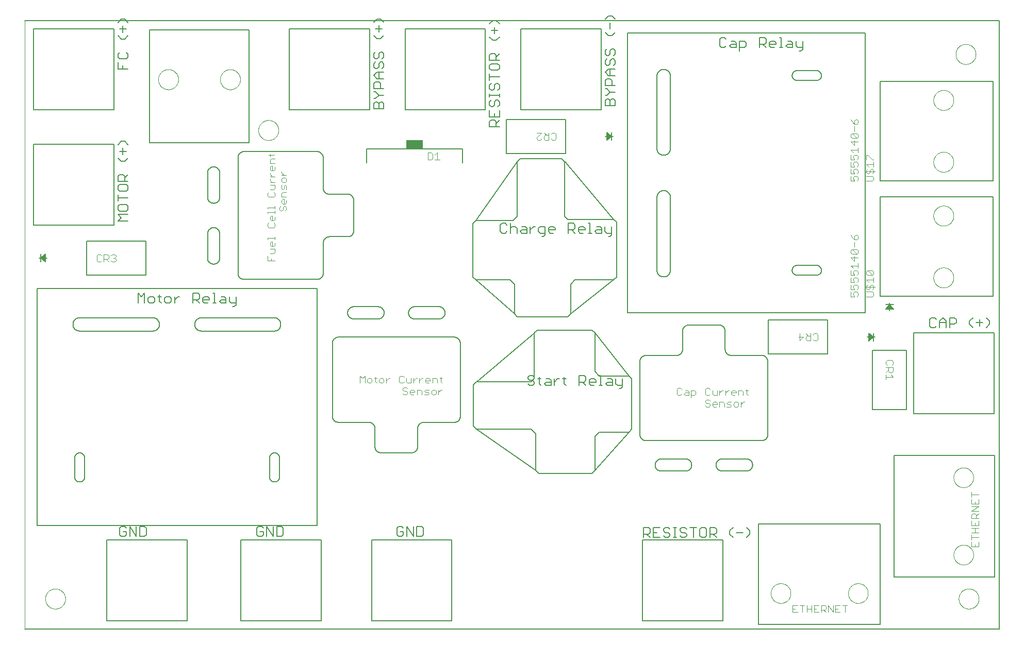
<source format=gto>
G75*
%MOIN*%
%OFA0B0*%
%FSLAX25Y25*%
%IPPOS*%
%LPD*%
%AMOC8*
5,1,8,0,0,1.08239X$1,22.5*
%
%ADD10C,0.00000*%
%ADD11C,0.00600*%
%ADD12C,0.00400*%
%ADD13C,0.00500*%
%ADD14C,0.00300*%
%ADD15C,0.00800*%
%ADD16R,0.10630X0.05512*%
D10*
X0001300Y0001300D02*
X0001300Y0395001D01*
X0087560Y0357009D02*
X0087562Y0357170D01*
X0087568Y0357330D01*
X0087578Y0357491D01*
X0087592Y0357651D01*
X0087610Y0357810D01*
X0087631Y0357970D01*
X0087657Y0358128D01*
X0087687Y0358286D01*
X0087720Y0358443D01*
X0087758Y0358600D01*
X0087799Y0358755D01*
X0087844Y0358909D01*
X0087893Y0359062D01*
X0087946Y0359214D01*
X0088002Y0359364D01*
X0088062Y0359513D01*
X0088126Y0359661D01*
X0088193Y0359807D01*
X0088264Y0359951D01*
X0088339Y0360093D01*
X0088417Y0360234D01*
X0088498Y0360372D01*
X0088583Y0360509D01*
X0088672Y0360643D01*
X0088763Y0360775D01*
X0088858Y0360905D01*
X0088956Y0361032D01*
X0089057Y0361157D01*
X0089161Y0361280D01*
X0089268Y0361399D01*
X0089378Y0361516D01*
X0089491Y0361631D01*
X0089607Y0361742D01*
X0089725Y0361851D01*
X0089846Y0361956D01*
X0089970Y0362059D01*
X0090096Y0362159D01*
X0090225Y0362255D01*
X0090356Y0362348D01*
X0090489Y0362438D01*
X0090624Y0362525D01*
X0090762Y0362608D01*
X0090901Y0362687D01*
X0091043Y0362764D01*
X0091186Y0362837D01*
X0091331Y0362906D01*
X0091478Y0362971D01*
X0091626Y0363033D01*
X0091776Y0363092D01*
X0091927Y0363146D01*
X0092079Y0363197D01*
X0092233Y0363244D01*
X0092388Y0363287D01*
X0092543Y0363326D01*
X0092700Y0363362D01*
X0092858Y0363394D01*
X0093016Y0363421D01*
X0093175Y0363445D01*
X0093334Y0363465D01*
X0093494Y0363481D01*
X0093655Y0363493D01*
X0093815Y0363501D01*
X0093976Y0363505D01*
X0094136Y0363505D01*
X0094297Y0363501D01*
X0094457Y0363493D01*
X0094618Y0363481D01*
X0094778Y0363465D01*
X0094937Y0363445D01*
X0095096Y0363421D01*
X0095254Y0363394D01*
X0095412Y0363362D01*
X0095569Y0363326D01*
X0095724Y0363287D01*
X0095879Y0363244D01*
X0096033Y0363197D01*
X0096185Y0363146D01*
X0096336Y0363092D01*
X0096486Y0363033D01*
X0096634Y0362971D01*
X0096781Y0362906D01*
X0096926Y0362837D01*
X0097069Y0362764D01*
X0097211Y0362687D01*
X0097350Y0362608D01*
X0097488Y0362525D01*
X0097623Y0362438D01*
X0097756Y0362348D01*
X0097887Y0362255D01*
X0098016Y0362159D01*
X0098142Y0362059D01*
X0098266Y0361956D01*
X0098387Y0361851D01*
X0098505Y0361742D01*
X0098621Y0361631D01*
X0098734Y0361516D01*
X0098844Y0361399D01*
X0098951Y0361280D01*
X0099055Y0361157D01*
X0099156Y0361032D01*
X0099254Y0360905D01*
X0099349Y0360775D01*
X0099440Y0360643D01*
X0099529Y0360509D01*
X0099614Y0360372D01*
X0099695Y0360234D01*
X0099773Y0360093D01*
X0099848Y0359951D01*
X0099919Y0359807D01*
X0099986Y0359661D01*
X0100050Y0359513D01*
X0100110Y0359364D01*
X0100166Y0359214D01*
X0100219Y0359062D01*
X0100268Y0358909D01*
X0100313Y0358755D01*
X0100354Y0358600D01*
X0100392Y0358443D01*
X0100425Y0358286D01*
X0100455Y0358128D01*
X0100481Y0357970D01*
X0100502Y0357810D01*
X0100520Y0357651D01*
X0100534Y0357491D01*
X0100544Y0357330D01*
X0100550Y0357170D01*
X0100552Y0357009D01*
X0100550Y0356848D01*
X0100544Y0356688D01*
X0100534Y0356527D01*
X0100520Y0356367D01*
X0100502Y0356208D01*
X0100481Y0356048D01*
X0100455Y0355890D01*
X0100425Y0355732D01*
X0100392Y0355575D01*
X0100354Y0355418D01*
X0100313Y0355263D01*
X0100268Y0355109D01*
X0100219Y0354956D01*
X0100166Y0354804D01*
X0100110Y0354654D01*
X0100050Y0354505D01*
X0099986Y0354357D01*
X0099919Y0354211D01*
X0099848Y0354067D01*
X0099773Y0353925D01*
X0099695Y0353784D01*
X0099614Y0353646D01*
X0099529Y0353509D01*
X0099440Y0353375D01*
X0099349Y0353243D01*
X0099254Y0353113D01*
X0099156Y0352986D01*
X0099055Y0352861D01*
X0098951Y0352738D01*
X0098844Y0352619D01*
X0098734Y0352502D01*
X0098621Y0352387D01*
X0098505Y0352276D01*
X0098387Y0352167D01*
X0098266Y0352062D01*
X0098142Y0351959D01*
X0098016Y0351859D01*
X0097887Y0351763D01*
X0097756Y0351670D01*
X0097623Y0351580D01*
X0097488Y0351493D01*
X0097350Y0351410D01*
X0097211Y0351331D01*
X0097069Y0351254D01*
X0096926Y0351181D01*
X0096781Y0351112D01*
X0096634Y0351047D01*
X0096486Y0350985D01*
X0096336Y0350926D01*
X0096185Y0350872D01*
X0096033Y0350821D01*
X0095879Y0350774D01*
X0095724Y0350731D01*
X0095569Y0350692D01*
X0095412Y0350656D01*
X0095254Y0350624D01*
X0095096Y0350597D01*
X0094937Y0350573D01*
X0094778Y0350553D01*
X0094618Y0350537D01*
X0094457Y0350525D01*
X0094297Y0350517D01*
X0094136Y0350513D01*
X0093976Y0350513D01*
X0093815Y0350517D01*
X0093655Y0350525D01*
X0093494Y0350537D01*
X0093334Y0350553D01*
X0093175Y0350573D01*
X0093016Y0350597D01*
X0092858Y0350624D01*
X0092700Y0350656D01*
X0092543Y0350692D01*
X0092388Y0350731D01*
X0092233Y0350774D01*
X0092079Y0350821D01*
X0091927Y0350872D01*
X0091776Y0350926D01*
X0091626Y0350985D01*
X0091478Y0351047D01*
X0091331Y0351112D01*
X0091186Y0351181D01*
X0091043Y0351254D01*
X0090901Y0351331D01*
X0090762Y0351410D01*
X0090624Y0351493D01*
X0090489Y0351580D01*
X0090356Y0351670D01*
X0090225Y0351763D01*
X0090096Y0351859D01*
X0089970Y0351959D01*
X0089846Y0352062D01*
X0089725Y0352167D01*
X0089607Y0352276D01*
X0089491Y0352387D01*
X0089378Y0352502D01*
X0089268Y0352619D01*
X0089161Y0352738D01*
X0089057Y0352861D01*
X0088956Y0352986D01*
X0088858Y0353113D01*
X0088763Y0353243D01*
X0088672Y0353375D01*
X0088583Y0353509D01*
X0088498Y0353646D01*
X0088417Y0353784D01*
X0088339Y0353925D01*
X0088264Y0354067D01*
X0088193Y0354211D01*
X0088126Y0354357D01*
X0088062Y0354505D01*
X0088002Y0354654D01*
X0087946Y0354804D01*
X0087893Y0354956D01*
X0087844Y0355109D01*
X0087799Y0355263D01*
X0087758Y0355418D01*
X0087720Y0355575D01*
X0087687Y0355732D01*
X0087657Y0355890D01*
X0087631Y0356048D01*
X0087610Y0356208D01*
X0087592Y0356367D01*
X0087578Y0356527D01*
X0087568Y0356688D01*
X0087562Y0356848D01*
X0087560Y0357009D01*
X0127560Y0357009D02*
X0127562Y0357170D01*
X0127568Y0357330D01*
X0127578Y0357491D01*
X0127592Y0357651D01*
X0127610Y0357810D01*
X0127631Y0357970D01*
X0127657Y0358128D01*
X0127687Y0358286D01*
X0127720Y0358443D01*
X0127758Y0358600D01*
X0127799Y0358755D01*
X0127844Y0358909D01*
X0127893Y0359062D01*
X0127946Y0359214D01*
X0128002Y0359364D01*
X0128062Y0359513D01*
X0128126Y0359661D01*
X0128193Y0359807D01*
X0128264Y0359951D01*
X0128339Y0360093D01*
X0128417Y0360234D01*
X0128498Y0360372D01*
X0128583Y0360509D01*
X0128672Y0360643D01*
X0128763Y0360775D01*
X0128858Y0360905D01*
X0128956Y0361032D01*
X0129057Y0361157D01*
X0129161Y0361280D01*
X0129268Y0361399D01*
X0129378Y0361516D01*
X0129491Y0361631D01*
X0129607Y0361742D01*
X0129725Y0361851D01*
X0129846Y0361956D01*
X0129970Y0362059D01*
X0130096Y0362159D01*
X0130225Y0362255D01*
X0130356Y0362348D01*
X0130489Y0362438D01*
X0130624Y0362525D01*
X0130762Y0362608D01*
X0130901Y0362687D01*
X0131043Y0362764D01*
X0131186Y0362837D01*
X0131331Y0362906D01*
X0131478Y0362971D01*
X0131626Y0363033D01*
X0131776Y0363092D01*
X0131927Y0363146D01*
X0132079Y0363197D01*
X0132233Y0363244D01*
X0132388Y0363287D01*
X0132543Y0363326D01*
X0132700Y0363362D01*
X0132858Y0363394D01*
X0133016Y0363421D01*
X0133175Y0363445D01*
X0133334Y0363465D01*
X0133494Y0363481D01*
X0133655Y0363493D01*
X0133815Y0363501D01*
X0133976Y0363505D01*
X0134136Y0363505D01*
X0134297Y0363501D01*
X0134457Y0363493D01*
X0134618Y0363481D01*
X0134778Y0363465D01*
X0134937Y0363445D01*
X0135096Y0363421D01*
X0135254Y0363394D01*
X0135412Y0363362D01*
X0135569Y0363326D01*
X0135724Y0363287D01*
X0135879Y0363244D01*
X0136033Y0363197D01*
X0136185Y0363146D01*
X0136336Y0363092D01*
X0136486Y0363033D01*
X0136634Y0362971D01*
X0136781Y0362906D01*
X0136926Y0362837D01*
X0137069Y0362764D01*
X0137211Y0362687D01*
X0137350Y0362608D01*
X0137488Y0362525D01*
X0137623Y0362438D01*
X0137756Y0362348D01*
X0137887Y0362255D01*
X0138016Y0362159D01*
X0138142Y0362059D01*
X0138266Y0361956D01*
X0138387Y0361851D01*
X0138505Y0361742D01*
X0138621Y0361631D01*
X0138734Y0361516D01*
X0138844Y0361399D01*
X0138951Y0361280D01*
X0139055Y0361157D01*
X0139156Y0361032D01*
X0139254Y0360905D01*
X0139349Y0360775D01*
X0139440Y0360643D01*
X0139529Y0360509D01*
X0139614Y0360372D01*
X0139695Y0360234D01*
X0139773Y0360093D01*
X0139848Y0359951D01*
X0139919Y0359807D01*
X0139986Y0359661D01*
X0140050Y0359513D01*
X0140110Y0359364D01*
X0140166Y0359214D01*
X0140219Y0359062D01*
X0140268Y0358909D01*
X0140313Y0358755D01*
X0140354Y0358600D01*
X0140392Y0358443D01*
X0140425Y0358286D01*
X0140455Y0358128D01*
X0140481Y0357970D01*
X0140502Y0357810D01*
X0140520Y0357651D01*
X0140534Y0357491D01*
X0140544Y0357330D01*
X0140550Y0357170D01*
X0140552Y0357009D01*
X0140550Y0356848D01*
X0140544Y0356688D01*
X0140534Y0356527D01*
X0140520Y0356367D01*
X0140502Y0356208D01*
X0140481Y0356048D01*
X0140455Y0355890D01*
X0140425Y0355732D01*
X0140392Y0355575D01*
X0140354Y0355418D01*
X0140313Y0355263D01*
X0140268Y0355109D01*
X0140219Y0354956D01*
X0140166Y0354804D01*
X0140110Y0354654D01*
X0140050Y0354505D01*
X0139986Y0354357D01*
X0139919Y0354211D01*
X0139848Y0354067D01*
X0139773Y0353925D01*
X0139695Y0353784D01*
X0139614Y0353646D01*
X0139529Y0353509D01*
X0139440Y0353375D01*
X0139349Y0353243D01*
X0139254Y0353113D01*
X0139156Y0352986D01*
X0139055Y0352861D01*
X0138951Y0352738D01*
X0138844Y0352619D01*
X0138734Y0352502D01*
X0138621Y0352387D01*
X0138505Y0352276D01*
X0138387Y0352167D01*
X0138266Y0352062D01*
X0138142Y0351959D01*
X0138016Y0351859D01*
X0137887Y0351763D01*
X0137756Y0351670D01*
X0137623Y0351580D01*
X0137488Y0351493D01*
X0137350Y0351410D01*
X0137211Y0351331D01*
X0137069Y0351254D01*
X0136926Y0351181D01*
X0136781Y0351112D01*
X0136634Y0351047D01*
X0136486Y0350985D01*
X0136336Y0350926D01*
X0136185Y0350872D01*
X0136033Y0350821D01*
X0135879Y0350774D01*
X0135724Y0350731D01*
X0135569Y0350692D01*
X0135412Y0350656D01*
X0135254Y0350624D01*
X0135096Y0350597D01*
X0134937Y0350573D01*
X0134778Y0350553D01*
X0134618Y0350537D01*
X0134457Y0350525D01*
X0134297Y0350517D01*
X0134136Y0350513D01*
X0133976Y0350513D01*
X0133815Y0350517D01*
X0133655Y0350525D01*
X0133494Y0350537D01*
X0133334Y0350553D01*
X0133175Y0350573D01*
X0133016Y0350597D01*
X0132858Y0350624D01*
X0132700Y0350656D01*
X0132543Y0350692D01*
X0132388Y0350731D01*
X0132233Y0350774D01*
X0132079Y0350821D01*
X0131927Y0350872D01*
X0131776Y0350926D01*
X0131626Y0350985D01*
X0131478Y0351047D01*
X0131331Y0351112D01*
X0131186Y0351181D01*
X0131043Y0351254D01*
X0130901Y0351331D01*
X0130762Y0351410D01*
X0130624Y0351493D01*
X0130489Y0351580D01*
X0130356Y0351670D01*
X0130225Y0351763D01*
X0130096Y0351859D01*
X0129970Y0351959D01*
X0129846Y0352062D01*
X0129725Y0352167D01*
X0129607Y0352276D01*
X0129491Y0352387D01*
X0129378Y0352502D01*
X0129268Y0352619D01*
X0129161Y0352738D01*
X0129057Y0352861D01*
X0128956Y0352986D01*
X0128858Y0353113D01*
X0128763Y0353243D01*
X0128672Y0353375D01*
X0128583Y0353509D01*
X0128498Y0353646D01*
X0128417Y0353784D01*
X0128339Y0353925D01*
X0128264Y0354067D01*
X0128193Y0354211D01*
X0128126Y0354357D01*
X0128062Y0354505D01*
X0128002Y0354654D01*
X0127946Y0354804D01*
X0127893Y0354956D01*
X0127844Y0355109D01*
X0127799Y0355263D01*
X0127758Y0355418D01*
X0127720Y0355575D01*
X0127687Y0355732D01*
X0127657Y0355890D01*
X0127631Y0356048D01*
X0127610Y0356208D01*
X0127592Y0356367D01*
X0127578Y0356527D01*
X0127568Y0356688D01*
X0127562Y0356848D01*
X0127560Y0357009D01*
X0152280Y0324135D02*
X0152282Y0324296D01*
X0152288Y0324456D01*
X0152298Y0324617D01*
X0152312Y0324777D01*
X0152330Y0324937D01*
X0152351Y0325096D01*
X0152377Y0325255D01*
X0152407Y0325413D01*
X0152440Y0325570D01*
X0152478Y0325727D01*
X0152519Y0325882D01*
X0152564Y0326036D01*
X0152613Y0326189D01*
X0152666Y0326341D01*
X0152722Y0326492D01*
X0152783Y0326641D01*
X0152846Y0326789D01*
X0152914Y0326935D01*
X0152985Y0327079D01*
X0153059Y0327221D01*
X0153137Y0327362D01*
X0153219Y0327500D01*
X0153304Y0327637D01*
X0153392Y0327771D01*
X0153484Y0327903D01*
X0153579Y0328033D01*
X0153677Y0328161D01*
X0153778Y0328286D01*
X0153882Y0328408D01*
X0153989Y0328528D01*
X0154099Y0328645D01*
X0154212Y0328760D01*
X0154328Y0328871D01*
X0154447Y0328980D01*
X0154568Y0329085D01*
X0154692Y0329188D01*
X0154818Y0329288D01*
X0154946Y0329384D01*
X0155077Y0329477D01*
X0155211Y0329567D01*
X0155346Y0329654D01*
X0155484Y0329737D01*
X0155623Y0329817D01*
X0155765Y0329893D01*
X0155908Y0329966D01*
X0156053Y0330035D01*
X0156200Y0330101D01*
X0156348Y0330163D01*
X0156498Y0330221D01*
X0156649Y0330276D01*
X0156802Y0330327D01*
X0156956Y0330374D01*
X0157111Y0330417D01*
X0157267Y0330456D01*
X0157423Y0330492D01*
X0157581Y0330523D01*
X0157739Y0330551D01*
X0157898Y0330575D01*
X0158058Y0330595D01*
X0158218Y0330611D01*
X0158378Y0330623D01*
X0158539Y0330631D01*
X0158700Y0330635D01*
X0158860Y0330635D01*
X0159021Y0330631D01*
X0159182Y0330623D01*
X0159342Y0330611D01*
X0159502Y0330595D01*
X0159662Y0330575D01*
X0159821Y0330551D01*
X0159979Y0330523D01*
X0160137Y0330492D01*
X0160293Y0330456D01*
X0160449Y0330417D01*
X0160604Y0330374D01*
X0160758Y0330327D01*
X0160911Y0330276D01*
X0161062Y0330221D01*
X0161212Y0330163D01*
X0161360Y0330101D01*
X0161507Y0330035D01*
X0161652Y0329966D01*
X0161795Y0329893D01*
X0161937Y0329817D01*
X0162076Y0329737D01*
X0162214Y0329654D01*
X0162349Y0329567D01*
X0162483Y0329477D01*
X0162614Y0329384D01*
X0162742Y0329288D01*
X0162868Y0329188D01*
X0162992Y0329085D01*
X0163113Y0328980D01*
X0163232Y0328871D01*
X0163348Y0328760D01*
X0163461Y0328645D01*
X0163571Y0328528D01*
X0163678Y0328408D01*
X0163782Y0328286D01*
X0163883Y0328161D01*
X0163981Y0328033D01*
X0164076Y0327903D01*
X0164168Y0327771D01*
X0164256Y0327637D01*
X0164341Y0327500D01*
X0164423Y0327362D01*
X0164501Y0327221D01*
X0164575Y0327079D01*
X0164646Y0326935D01*
X0164714Y0326789D01*
X0164777Y0326641D01*
X0164838Y0326492D01*
X0164894Y0326341D01*
X0164947Y0326189D01*
X0164996Y0326036D01*
X0165041Y0325882D01*
X0165082Y0325727D01*
X0165120Y0325570D01*
X0165153Y0325413D01*
X0165183Y0325255D01*
X0165209Y0325096D01*
X0165230Y0324937D01*
X0165248Y0324777D01*
X0165262Y0324617D01*
X0165272Y0324456D01*
X0165278Y0324296D01*
X0165280Y0324135D01*
X0165278Y0323974D01*
X0165272Y0323814D01*
X0165262Y0323653D01*
X0165248Y0323493D01*
X0165230Y0323333D01*
X0165209Y0323174D01*
X0165183Y0323015D01*
X0165153Y0322857D01*
X0165120Y0322700D01*
X0165082Y0322543D01*
X0165041Y0322388D01*
X0164996Y0322234D01*
X0164947Y0322081D01*
X0164894Y0321929D01*
X0164838Y0321778D01*
X0164777Y0321629D01*
X0164714Y0321481D01*
X0164646Y0321335D01*
X0164575Y0321191D01*
X0164501Y0321049D01*
X0164423Y0320908D01*
X0164341Y0320770D01*
X0164256Y0320633D01*
X0164168Y0320499D01*
X0164076Y0320367D01*
X0163981Y0320237D01*
X0163883Y0320109D01*
X0163782Y0319984D01*
X0163678Y0319862D01*
X0163571Y0319742D01*
X0163461Y0319625D01*
X0163348Y0319510D01*
X0163232Y0319399D01*
X0163113Y0319290D01*
X0162992Y0319185D01*
X0162868Y0319082D01*
X0162742Y0318982D01*
X0162614Y0318886D01*
X0162483Y0318793D01*
X0162349Y0318703D01*
X0162214Y0318616D01*
X0162076Y0318533D01*
X0161937Y0318453D01*
X0161795Y0318377D01*
X0161652Y0318304D01*
X0161507Y0318235D01*
X0161360Y0318169D01*
X0161212Y0318107D01*
X0161062Y0318049D01*
X0160911Y0317994D01*
X0160758Y0317943D01*
X0160604Y0317896D01*
X0160449Y0317853D01*
X0160293Y0317814D01*
X0160137Y0317778D01*
X0159979Y0317747D01*
X0159821Y0317719D01*
X0159662Y0317695D01*
X0159502Y0317675D01*
X0159342Y0317659D01*
X0159182Y0317647D01*
X0159021Y0317639D01*
X0158860Y0317635D01*
X0158700Y0317635D01*
X0158539Y0317639D01*
X0158378Y0317647D01*
X0158218Y0317659D01*
X0158058Y0317675D01*
X0157898Y0317695D01*
X0157739Y0317719D01*
X0157581Y0317747D01*
X0157423Y0317778D01*
X0157267Y0317814D01*
X0157111Y0317853D01*
X0156956Y0317896D01*
X0156802Y0317943D01*
X0156649Y0317994D01*
X0156498Y0318049D01*
X0156348Y0318107D01*
X0156200Y0318169D01*
X0156053Y0318235D01*
X0155908Y0318304D01*
X0155765Y0318377D01*
X0155623Y0318453D01*
X0155484Y0318533D01*
X0155346Y0318616D01*
X0155211Y0318703D01*
X0155077Y0318793D01*
X0154946Y0318886D01*
X0154818Y0318982D01*
X0154692Y0319082D01*
X0154568Y0319185D01*
X0154447Y0319290D01*
X0154328Y0319399D01*
X0154212Y0319510D01*
X0154099Y0319625D01*
X0153989Y0319742D01*
X0153882Y0319862D01*
X0153778Y0319984D01*
X0153677Y0320109D01*
X0153579Y0320237D01*
X0153484Y0320367D01*
X0153392Y0320499D01*
X0153304Y0320633D01*
X0153219Y0320770D01*
X0153137Y0320908D01*
X0153059Y0321049D01*
X0152985Y0321191D01*
X0152914Y0321335D01*
X0152846Y0321481D01*
X0152783Y0321629D01*
X0152722Y0321778D01*
X0152666Y0321929D01*
X0152613Y0322081D01*
X0152564Y0322234D01*
X0152519Y0322388D01*
X0152478Y0322543D01*
X0152440Y0322700D01*
X0152407Y0322857D01*
X0152377Y0323015D01*
X0152351Y0323174D01*
X0152330Y0323333D01*
X0152312Y0323493D01*
X0152298Y0323653D01*
X0152288Y0323814D01*
X0152282Y0323974D01*
X0152280Y0324135D01*
X0588702Y0343583D02*
X0588704Y0343744D01*
X0588710Y0343904D01*
X0588720Y0344065D01*
X0588734Y0344225D01*
X0588752Y0344384D01*
X0588773Y0344544D01*
X0588799Y0344702D01*
X0588829Y0344860D01*
X0588862Y0345017D01*
X0588900Y0345174D01*
X0588941Y0345329D01*
X0588986Y0345483D01*
X0589035Y0345636D01*
X0589088Y0345788D01*
X0589144Y0345938D01*
X0589204Y0346087D01*
X0589268Y0346235D01*
X0589335Y0346381D01*
X0589406Y0346525D01*
X0589481Y0346667D01*
X0589559Y0346808D01*
X0589640Y0346946D01*
X0589725Y0347083D01*
X0589814Y0347217D01*
X0589905Y0347349D01*
X0590000Y0347479D01*
X0590098Y0347606D01*
X0590199Y0347731D01*
X0590303Y0347854D01*
X0590410Y0347973D01*
X0590520Y0348090D01*
X0590633Y0348205D01*
X0590749Y0348316D01*
X0590867Y0348425D01*
X0590988Y0348530D01*
X0591112Y0348633D01*
X0591238Y0348733D01*
X0591367Y0348829D01*
X0591498Y0348922D01*
X0591631Y0349012D01*
X0591766Y0349099D01*
X0591904Y0349182D01*
X0592043Y0349261D01*
X0592185Y0349338D01*
X0592328Y0349411D01*
X0592473Y0349480D01*
X0592620Y0349545D01*
X0592768Y0349607D01*
X0592918Y0349666D01*
X0593069Y0349720D01*
X0593221Y0349771D01*
X0593375Y0349818D01*
X0593530Y0349861D01*
X0593685Y0349900D01*
X0593842Y0349936D01*
X0594000Y0349968D01*
X0594158Y0349995D01*
X0594317Y0350019D01*
X0594476Y0350039D01*
X0594636Y0350055D01*
X0594797Y0350067D01*
X0594957Y0350075D01*
X0595118Y0350079D01*
X0595278Y0350079D01*
X0595439Y0350075D01*
X0595599Y0350067D01*
X0595760Y0350055D01*
X0595920Y0350039D01*
X0596079Y0350019D01*
X0596238Y0349995D01*
X0596396Y0349968D01*
X0596554Y0349936D01*
X0596711Y0349900D01*
X0596866Y0349861D01*
X0597021Y0349818D01*
X0597175Y0349771D01*
X0597327Y0349720D01*
X0597478Y0349666D01*
X0597628Y0349607D01*
X0597776Y0349545D01*
X0597923Y0349480D01*
X0598068Y0349411D01*
X0598211Y0349338D01*
X0598353Y0349261D01*
X0598492Y0349182D01*
X0598630Y0349099D01*
X0598765Y0349012D01*
X0598898Y0348922D01*
X0599029Y0348829D01*
X0599158Y0348733D01*
X0599284Y0348633D01*
X0599408Y0348530D01*
X0599529Y0348425D01*
X0599647Y0348316D01*
X0599763Y0348205D01*
X0599876Y0348090D01*
X0599986Y0347973D01*
X0600093Y0347854D01*
X0600197Y0347731D01*
X0600298Y0347606D01*
X0600396Y0347479D01*
X0600491Y0347349D01*
X0600582Y0347217D01*
X0600671Y0347083D01*
X0600756Y0346946D01*
X0600837Y0346808D01*
X0600915Y0346667D01*
X0600990Y0346525D01*
X0601061Y0346381D01*
X0601128Y0346235D01*
X0601192Y0346087D01*
X0601252Y0345938D01*
X0601308Y0345788D01*
X0601361Y0345636D01*
X0601410Y0345483D01*
X0601455Y0345329D01*
X0601496Y0345174D01*
X0601534Y0345017D01*
X0601567Y0344860D01*
X0601597Y0344702D01*
X0601623Y0344544D01*
X0601644Y0344384D01*
X0601662Y0344225D01*
X0601676Y0344065D01*
X0601686Y0343904D01*
X0601692Y0343744D01*
X0601694Y0343583D01*
X0601692Y0343422D01*
X0601686Y0343262D01*
X0601676Y0343101D01*
X0601662Y0342941D01*
X0601644Y0342782D01*
X0601623Y0342622D01*
X0601597Y0342464D01*
X0601567Y0342306D01*
X0601534Y0342149D01*
X0601496Y0341992D01*
X0601455Y0341837D01*
X0601410Y0341683D01*
X0601361Y0341530D01*
X0601308Y0341378D01*
X0601252Y0341228D01*
X0601192Y0341079D01*
X0601128Y0340931D01*
X0601061Y0340785D01*
X0600990Y0340641D01*
X0600915Y0340499D01*
X0600837Y0340358D01*
X0600756Y0340220D01*
X0600671Y0340083D01*
X0600582Y0339949D01*
X0600491Y0339817D01*
X0600396Y0339687D01*
X0600298Y0339560D01*
X0600197Y0339435D01*
X0600093Y0339312D01*
X0599986Y0339193D01*
X0599876Y0339076D01*
X0599763Y0338961D01*
X0599647Y0338850D01*
X0599529Y0338741D01*
X0599408Y0338636D01*
X0599284Y0338533D01*
X0599158Y0338433D01*
X0599029Y0338337D01*
X0598898Y0338244D01*
X0598765Y0338154D01*
X0598630Y0338067D01*
X0598492Y0337984D01*
X0598353Y0337905D01*
X0598211Y0337828D01*
X0598068Y0337755D01*
X0597923Y0337686D01*
X0597776Y0337621D01*
X0597628Y0337559D01*
X0597478Y0337500D01*
X0597327Y0337446D01*
X0597175Y0337395D01*
X0597021Y0337348D01*
X0596866Y0337305D01*
X0596711Y0337266D01*
X0596554Y0337230D01*
X0596396Y0337198D01*
X0596238Y0337171D01*
X0596079Y0337147D01*
X0595920Y0337127D01*
X0595760Y0337111D01*
X0595599Y0337099D01*
X0595439Y0337091D01*
X0595278Y0337087D01*
X0595118Y0337087D01*
X0594957Y0337091D01*
X0594797Y0337099D01*
X0594636Y0337111D01*
X0594476Y0337127D01*
X0594317Y0337147D01*
X0594158Y0337171D01*
X0594000Y0337198D01*
X0593842Y0337230D01*
X0593685Y0337266D01*
X0593530Y0337305D01*
X0593375Y0337348D01*
X0593221Y0337395D01*
X0593069Y0337446D01*
X0592918Y0337500D01*
X0592768Y0337559D01*
X0592620Y0337621D01*
X0592473Y0337686D01*
X0592328Y0337755D01*
X0592185Y0337828D01*
X0592043Y0337905D01*
X0591904Y0337984D01*
X0591766Y0338067D01*
X0591631Y0338154D01*
X0591498Y0338244D01*
X0591367Y0338337D01*
X0591238Y0338433D01*
X0591112Y0338533D01*
X0590988Y0338636D01*
X0590867Y0338741D01*
X0590749Y0338850D01*
X0590633Y0338961D01*
X0590520Y0339076D01*
X0590410Y0339193D01*
X0590303Y0339312D01*
X0590199Y0339435D01*
X0590098Y0339560D01*
X0590000Y0339687D01*
X0589905Y0339817D01*
X0589814Y0339949D01*
X0589725Y0340083D01*
X0589640Y0340220D01*
X0589559Y0340358D01*
X0589481Y0340499D01*
X0589406Y0340641D01*
X0589335Y0340785D01*
X0589268Y0340931D01*
X0589204Y0341079D01*
X0589144Y0341228D01*
X0589088Y0341378D01*
X0589035Y0341530D01*
X0588986Y0341683D01*
X0588941Y0341837D01*
X0588900Y0341992D01*
X0588862Y0342149D01*
X0588829Y0342306D01*
X0588799Y0342464D01*
X0588773Y0342622D01*
X0588752Y0342782D01*
X0588734Y0342941D01*
X0588720Y0343101D01*
X0588710Y0343262D01*
X0588704Y0343422D01*
X0588702Y0343583D01*
X0603068Y0373347D02*
X0603070Y0373508D01*
X0603076Y0373668D01*
X0603086Y0373829D01*
X0603100Y0373989D01*
X0603118Y0374149D01*
X0603139Y0374308D01*
X0603165Y0374467D01*
X0603195Y0374625D01*
X0603228Y0374782D01*
X0603266Y0374939D01*
X0603307Y0375094D01*
X0603352Y0375248D01*
X0603401Y0375401D01*
X0603454Y0375553D01*
X0603510Y0375704D01*
X0603571Y0375853D01*
X0603634Y0376001D01*
X0603702Y0376147D01*
X0603773Y0376291D01*
X0603847Y0376433D01*
X0603925Y0376574D01*
X0604007Y0376712D01*
X0604092Y0376849D01*
X0604180Y0376983D01*
X0604272Y0377115D01*
X0604367Y0377245D01*
X0604465Y0377373D01*
X0604566Y0377498D01*
X0604670Y0377620D01*
X0604777Y0377740D01*
X0604887Y0377857D01*
X0605000Y0377972D01*
X0605116Y0378083D01*
X0605235Y0378192D01*
X0605356Y0378297D01*
X0605480Y0378400D01*
X0605606Y0378500D01*
X0605734Y0378596D01*
X0605865Y0378689D01*
X0605999Y0378779D01*
X0606134Y0378866D01*
X0606272Y0378949D01*
X0606411Y0379029D01*
X0606553Y0379105D01*
X0606696Y0379178D01*
X0606841Y0379247D01*
X0606988Y0379313D01*
X0607136Y0379375D01*
X0607286Y0379433D01*
X0607437Y0379488D01*
X0607590Y0379539D01*
X0607744Y0379586D01*
X0607899Y0379629D01*
X0608055Y0379668D01*
X0608211Y0379704D01*
X0608369Y0379735D01*
X0608527Y0379763D01*
X0608686Y0379787D01*
X0608846Y0379807D01*
X0609006Y0379823D01*
X0609166Y0379835D01*
X0609327Y0379843D01*
X0609488Y0379847D01*
X0609648Y0379847D01*
X0609809Y0379843D01*
X0609970Y0379835D01*
X0610130Y0379823D01*
X0610290Y0379807D01*
X0610450Y0379787D01*
X0610609Y0379763D01*
X0610767Y0379735D01*
X0610925Y0379704D01*
X0611081Y0379668D01*
X0611237Y0379629D01*
X0611392Y0379586D01*
X0611546Y0379539D01*
X0611699Y0379488D01*
X0611850Y0379433D01*
X0612000Y0379375D01*
X0612148Y0379313D01*
X0612295Y0379247D01*
X0612440Y0379178D01*
X0612583Y0379105D01*
X0612725Y0379029D01*
X0612864Y0378949D01*
X0613002Y0378866D01*
X0613137Y0378779D01*
X0613271Y0378689D01*
X0613402Y0378596D01*
X0613530Y0378500D01*
X0613656Y0378400D01*
X0613780Y0378297D01*
X0613901Y0378192D01*
X0614020Y0378083D01*
X0614136Y0377972D01*
X0614249Y0377857D01*
X0614359Y0377740D01*
X0614466Y0377620D01*
X0614570Y0377498D01*
X0614671Y0377373D01*
X0614769Y0377245D01*
X0614864Y0377115D01*
X0614956Y0376983D01*
X0615044Y0376849D01*
X0615129Y0376712D01*
X0615211Y0376574D01*
X0615289Y0376433D01*
X0615363Y0376291D01*
X0615434Y0376147D01*
X0615502Y0376001D01*
X0615565Y0375853D01*
X0615626Y0375704D01*
X0615682Y0375553D01*
X0615735Y0375401D01*
X0615784Y0375248D01*
X0615829Y0375094D01*
X0615870Y0374939D01*
X0615908Y0374782D01*
X0615941Y0374625D01*
X0615971Y0374467D01*
X0615997Y0374308D01*
X0616018Y0374149D01*
X0616036Y0373989D01*
X0616050Y0373829D01*
X0616060Y0373668D01*
X0616066Y0373508D01*
X0616068Y0373347D01*
X0616066Y0373186D01*
X0616060Y0373026D01*
X0616050Y0372865D01*
X0616036Y0372705D01*
X0616018Y0372545D01*
X0615997Y0372386D01*
X0615971Y0372227D01*
X0615941Y0372069D01*
X0615908Y0371912D01*
X0615870Y0371755D01*
X0615829Y0371600D01*
X0615784Y0371446D01*
X0615735Y0371293D01*
X0615682Y0371141D01*
X0615626Y0370990D01*
X0615565Y0370841D01*
X0615502Y0370693D01*
X0615434Y0370547D01*
X0615363Y0370403D01*
X0615289Y0370261D01*
X0615211Y0370120D01*
X0615129Y0369982D01*
X0615044Y0369845D01*
X0614956Y0369711D01*
X0614864Y0369579D01*
X0614769Y0369449D01*
X0614671Y0369321D01*
X0614570Y0369196D01*
X0614466Y0369074D01*
X0614359Y0368954D01*
X0614249Y0368837D01*
X0614136Y0368722D01*
X0614020Y0368611D01*
X0613901Y0368502D01*
X0613780Y0368397D01*
X0613656Y0368294D01*
X0613530Y0368194D01*
X0613402Y0368098D01*
X0613271Y0368005D01*
X0613137Y0367915D01*
X0613002Y0367828D01*
X0612864Y0367745D01*
X0612725Y0367665D01*
X0612583Y0367589D01*
X0612440Y0367516D01*
X0612295Y0367447D01*
X0612148Y0367381D01*
X0612000Y0367319D01*
X0611850Y0367261D01*
X0611699Y0367206D01*
X0611546Y0367155D01*
X0611392Y0367108D01*
X0611237Y0367065D01*
X0611081Y0367026D01*
X0610925Y0366990D01*
X0610767Y0366959D01*
X0610609Y0366931D01*
X0610450Y0366907D01*
X0610290Y0366887D01*
X0610130Y0366871D01*
X0609970Y0366859D01*
X0609809Y0366851D01*
X0609648Y0366847D01*
X0609488Y0366847D01*
X0609327Y0366851D01*
X0609166Y0366859D01*
X0609006Y0366871D01*
X0608846Y0366887D01*
X0608686Y0366907D01*
X0608527Y0366931D01*
X0608369Y0366959D01*
X0608211Y0366990D01*
X0608055Y0367026D01*
X0607899Y0367065D01*
X0607744Y0367108D01*
X0607590Y0367155D01*
X0607437Y0367206D01*
X0607286Y0367261D01*
X0607136Y0367319D01*
X0606988Y0367381D01*
X0606841Y0367447D01*
X0606696Y0367516D01*
X0606553Y0367589D01*
X0606411Y0367665D01*
X0606272Y0367745D01*
X0606134Y0367828D01*
X0605999Y0367915D01*
X0605865Y0368005D01*
X0605734Y0368098D01*
X0605606Y0368194D01*
X0605480Y0368294D01*
X0605356Y0368397D01*
X0605235Y0368502D01*
X0605116Y0368611D01*
X0605000Y0368722D01*
X0604887Y0368837D01*
X0604777Y0368954D01*
X0604670Y0369074D01*
X0604566Y0369196D01*
X0604465Y0369321D01*
X0604367Y0369449D01*
X0604272Y0369579D01*
X0604180Y0369711D01*
X0604092Y0369845D01*
X0604007Y0369982D01*
X0603925Y0370120D01*
X0603847Y0370261D01*
X0603773Y0370403D01*
X0603702Y0370547D01*
X0603634Y0370693D01*
X0603571Y0370841D01*
X0603510Y0370990D01*
X0603454Y0371141D01*
X0603401Y0371293D01*
X0603352Y0371446D01*
X0603307Y0371600D01*
X0603266Y0371755D01*
X0603228Y0371912D01*
X0603195Y0372069D01*
X0603165Y0372227D01*
X0603139Y0372386D01*
X0603118Y0372545D01*
X0603100Y0372705D01*
X0603086Y0372865D01*
X0603076Y0373026D01*
X0603070Y0373186D01*
X0603068Y0373347D01*
X0588702Y0303583D02*
X0588704Y0303744D01*
X0588710Y0303904D01*
X0588720Y0304065D01*
X0588734Y0304225D01*
X0588752Y0304384D01*
X0588773Y0304544D01*
X0588799Y0304702D01*
X0588829Y0304860D01*
X0588862Y0305017D01*
X0588900Y0305174D01*
X0588941Y0305329D01*
X0588986Y0305483D01*
X0589035Y0305636D01*
X0589088Y0305788D01*
X0589144Y0305938D01*
X0589204Y0306087D01*
X0589268Y0306235D01*
X0589335Y0306381D01*
X0589406Y0306525D01*
X0589481Y0306667D01*
X0589559Y0306808D01*
X0589640Y0306946D01*
X0589725Y0307083D01*
X0589814Y0307217D01*
X0589905Y0307349D01*
X0590000Y0307479D01*
X0590098Y0307606D01*
X0590199Y0307731D01*
X0590303Y0307854D01*
X0590410Y0307973D01*
X0590520Y0308090D01*
X0590633Y0308205D01*
X0590749Y0308316D01*
X0590867Y0308425D01*
X0590988Y0308530D01*
X0591112Y0308633D01*
X0591238Y0308733D01*
X0591367Y0308829D01*
X0591498Y0308922D01*
X0591631Y0309012D01*
X0591766Y0309099D01*
X0591904Y0309182D01*
X0592043Y0309261D01*
X0592185Y0309338D01*
X0592328Y0309411D01*
X0592473Y0309480D01*
X0592620Y0309545D01*
X0592768Y0309607D01*
X0592918Y0309666D01*
X0593069Y0309720D01*
X0593221Y0309771D01*
X0593375Y0309818D01*
X0593530Y0309861D01*
X0593685Y0309900D01*
X0593842Y0309936D01*
X0594000Y0309968D01*
X0594158Y0309995D01*
X0594317Y0310019D01*
X0594476Y0310039D01*
X0594636Y0310055D01*
X0594797Y0310067D01*
X0594957Y0310075D01*
X0595118Y0310079D01*
X0595278Y0310079D01*
X0595439Y0310075D01*
X0595599Y0310067D01*
X0595760Y0310055D01*
X0595920Y0310039D01*
X0596079Y0310019D01*
X0596238Y0309995D01*
X0596396Y0309968D01*
X0596554Y0309936D01*
X0596711Y0309900D01*
X0596866Y0309861D01*
X0597021Y0309818D01*
X0597175Y0309771D01*
X0597327Y0309720D01*
X0597478Y0309666D01*
X0597628Y0309607D01*
X0597776Y0309545D01*
X0597923Y0309480D01*
X0598068Y0309411D01*
X0598211Y0309338D01*
X0598353Y0309261D01*
X0598492Y0309182D01*
X0598630Y0309099D01*
X0598765Y0309012D01*
X0598898Y0308922D01*
X0599029Y0308829D01*
X0599158Y0308733D01*
X0599284Y0308633D01*
X0599408Y0308530D01*
X0599529Y0308425D01*
X0599647Y0308316D01*
X0599763Y0308205D01*
X0599876Y0308090D01*
X0599986Y0307973D01*
X0600093Y0307854D01*
X0600197Y0307731D01*
X0600298Y0307606D01*
X0600396Y0307479D01*
X0600491Y0307349D01*
X0600582Y0307217D01*
X0600671Y0307083D01*
X0600756Y0306946D01*
X0600837Y0306808D01*
X0600915Y0306667D01*
X0600990Y0306525D01*
X0601061Y0306381D01*
X0601128Y0306235D01*
X0601192Y0306087D01*
X0601252Y0305938D01*
X0601308Y0305788D01*
X0601361Y0305636D01*
X0601410Y0305483D01*
X0601455Y0305329D01*
X0601496Y0305174D01*
X0601534Y0305017D01*
X0601567Y0304860D01*
X0601597Y0304702D01*
X0601623Y0304544D01*
X0601644Y0304384D01*
X0601662Y0304225D01*
X0601676Y0304065D01*
X0601686Y0303904D01*
X0601692Y0303744D01*
X0601694Y0303583D01*
X0601692Y0303422D01*
X0601686Y0303262D01*
X0601676Y0303101D01*
X0601662Y0302941D01*
X0601644Y0302782D01*
X0601623Y0302622D01*
X0601597Y0302464D01*
X0601567Y0302306D01*
X0601534Y0302149D01*
X0601496Y0301992D01*
X0601455Y0301837D01*
X0601410Y0301683D01*
X0601361Y0301530D01*
X0601308Y0301378D01*
X0601252Y0301228D01*
X0601192Y0301079D01*
X0601128Y0300931D01*
X0601061Y0300785D01*
X0600990Y0300641D01*
X0600915Y0300499D01*
X0600837Y0300358D01*
X0600756Y0300220D01*
X0600671Y0300083D01*
X0600582Y0299949D01*
X0600491Y0299817D01*
X0600396Y0299687D01*
X0600298Y0299560D01*
X0600197Y0299435D01*
X0600093Y0299312D01*
X0599986Y0299193D01*
X0599876Y0299076D01*
X0599763Y0298961D01*
X0599647Y0298850D01*
X0599529Y0298741D01*
X0599408Y0298636D01*
X0599284Y0298533D01*
X0599158Y0298433D01*
X0599029Y0298337D01*
X0598898Y0298244D01*
X0598765Y0298154D01*
X0598630Y0298067D01*
X0598492Y0297984D01*
X0598353Y0297905D01*
X0598211Y0297828D01*
X0598068Y0297755D01*
X0597923Y0297686D01*
X0597776Y0297621D01*
X0597628Y0297559D01*
X0597478Y0297500D01*
X0597327Y0297446D01*
X0597175Y0297395D01*
X0597021Y0297348D01*
X0596866Y0297305D01*
X0596711Y0297266D01*
X0596554Y0297230D01*
X0596396Y0297198D01*
X0596238Y0297171D01*
X0596079Y0297147D01*
X0595920Y0297127D01*
X0595760Y0297111D01*
X0595599Y0297099D01*
X0595439Y0297091D01*
X0595278Y0297087D01*
X0595118Y0297087D01*
X0594957Y0297091D01*
X0594797Y0297099D01*
X0594636Y0297111D01*
X0594476Y0297127D01*
X0594317Y0297147D01*
X0594158Y0297171D01*
X0594000Y0297198D01*
X0593842Y0297230D01*
X0593685Y0297266D01*
X0593530Y0297305D01*
X0593375Y0297348D01*
X0593221Y0297395D01*
X0593069Y0297446D01*
X0592918Y0297500D01*
X0592768Y0297559D01*
X0592620Y0297621D01*
X0592473Y0297686D01*
X0592328Y0297755D01*
X0592185Y0297828D01*
X0592043Y0297905D01*
X0591904Y0297984D01*
X0591766Y0298067D01*
X0591631Y0298154D01*
X0591498Y0298244D01*
X0591367Y0298337D01*
X0591238Y0298433D01*
X0591112Y0298533D01*
X0590988Y0298636D01*
X0590867Y0298741D01*
X0590749Y0298850D01*
X0590633Y0298961D01*
X0590520Y0299076D01*
X0590410Y0299193D01*
X0590303Y0299312D01*
X0590199Y0299435D01*
X0590098Y0299560D01*
X0590000Y0299687D01*
X0589905Y0299817D01*
X0589814Y0299949D01*
X0589725Y0300083D01*
X0589640Y0300220D01*
X0589559Y0300358D01*
X0589481Y0300499D01*
X0589406Y0300641D01*
X0589335Y0300785D01*
X0589268Y0300931D01*
X0589204Y0301079D01*
X0589144Y0301228D01*
X0589088Y0301378D01*
X0589035Y0301530D01*
X0588986Y0301683D01*
X0588941Y0301837D01*
X0588900Y0301992D01*
X0588862Y0302149D01*
X0588829Y0302306D01*
X0588799Y0302464D01*
X0588773Y0302622D01*
X0588752Y0302782D01*
X0588734Y0302941D01*
X0588720Y0303101D01*
X0588710Y0303262D01*
X0588704Y0303422D01*
X0588702Y0303583D01*
X0588702Y0268780D02*
X0588704Y0268941D01*
X0588710Y0269101D01*
X0588720Y0269262D01*
X0588734Y0269422D01*
X0588752Y0269581D01*
X0588773Y0269741D01*
X0588799Y0269899D01*
X0588829Y0270057D01*
X0588862Y0270214D01*
X0588900Y0270371D01*
X0588941Y0270526D01*
X0588986Y0270680D01*
X0589035Y0270833D01*
X0589088Y0270985D01*
X0589144Y0271135D01*
X0589204Y0271284D01*
X0589268Y0271432D01*
X0589335Y0271578D01*
X0589406Y0271722D01*
X0589481Y0271864D01*
X0589559Y0272005D01*
X0589640Y0272143D01*
X0589725Y0272280D01*
X0589814Y0272414D01*
X0589905Y0272546D01*
X0590000Y0272676D01*
X0590098Y0272803D01*
X0590199Y0272928D01*
X0590303Y0273051D01*
X0590410Y0273170D01*
X0590520Y0273287D01*
X0590633Y0273402D01*
X0590749Y0273513D01*
X0590867Y0273622D01*
X0590988Y0273727D01*
X0591112Y0273830D01*
X0591238Y0273930D01*
X0591367Y0274026D01*
X0591498Y0274119D01*
X0591631Y0274209D01*
X0591766Y0274296D01*
X0591904Y0274379D01*
X0592043Y0274458D01*
X0592185Y0274535D01*
X0592328Y0274608D01*
X0592473Y0274677D01*
X0592620Y0274742D01*
X0592768Y0274804D01*
X0592918Y0274863D01*
X0593069Y0274917D01*
X0593221Y0274968D01*
X0593375Y0275015D01*
X0593530Y0275058D01*
X0593685Y0275097D01*
X0593842Y0275133D01*
X0594000Y0275165D01*
X0594158Y0275192D01*
X0594317Y0275216D01*
X0594476Y0275236D01*
X0594636Y0275252D01*
X0594797Y0275264D01*
X0594957Y0275272D01*
X0595118Y0275276D01*
X0595278Y0275276D01*
X0595439Y0275272D01*
X0595599Y0275264D01*
X0595760Y0275252D01*
X0595920Y0275236D01*
X0596079Y0275216D01*
X0596238Y0275192D01*
X0596396Y0275165D01*
X0596554Y0275133D01*
X0596711Y0275097D01*
X0596866Y0275058D01*
X0597021Y0275015D01*
X0597175Y0274968D01*
X0597327Y0274917D01*
X0597478Y0274863D01*
X0597628Y0274804D01*
X0597776Y0274742D01*
X0597923Y0274677D01*
X0598068Y0274608D01*
X0598211Y0274535D01*
X0598353Y0274458D01*
X0598492Y0274379D01*
X0598630Y0274296D01*
X0598765Y0274209D01*
X0598898Y0274119D01*
X0599029Y0274026D01*
X0599158Y0273930D01*
X0599284Y0273830D01*
X0599408Y0273727D01*
X0599529Y0273622D01*
X0599647Y0273513D01*
X0599763Y0273402D01*
X0599876Y0273287D01*
X0599986Y0273170D01*
X0600093Y0273051D01*
X0600197Y0272928D01*
X0600298Y0272803D01*
X0600396Y0272676D01*
X0600491Y0272546D01*
X0600582Y0272414D01*
X0600671Y0272280D01*
X0600756Y0272143D01*
X0600837Y0272005D01*
X0600915Y0271864D01*
X0600990Y0271722D01*
X0601061Y0271578D01*
X0601128Y0271432D01*
X0601192Y0271284D01*
X0601252Y0271135D01*
X0601308Y0270985D01*
X0601361Y0270833D01*
X0601410Y0270680D01*
X0601455Y0270526D01*
X0601496Y0270371D01*
X0601534Y0270214D01*
X0601567Y0270057D01*
X0601597Y0269899D01*
X0601623Y0269741D01*
X0601644Y0269581D01*
X0601662Y0269422D01*
X0601676Y0269262D01*
X0601686Y0269101D01*
X0601692Y0268941D01*
X0601694Y0268780D01*
X0601692Y0268619D01*
X0601686Y0268459D01*
X0601676Y0268298D01*
X0601662Y0268138D01*
X0601644Y0267979D01*
X0601623Y0267819D01*
X0601597Y0267661D01*
X0601567Y0267503D01*
X0601534Y0267346D01*
X0601496Y0267189D01*
X0601455Y0267034D01*
X0601410Y0266880D01*
X0601361Y0266727D01*
X0601308Y0266575D01*
X0601252Y0266425D01*
X0601192Y0266276D01*
X0601128Y0266128D01*
X0601061Y0265982D01*
X0600990Y0265838D01*
X0600915Y0265696D01*
X0600837Y0265555D01*
X0600756Y0265417D01*
X0600671Y0265280D01*
X0600582Y0265146D01*
X0600491Y0265014D01*
X0600396Y0264884D01*
X0600298Y0264757D01*
X0600197Y0264632D01*
X0600093Y0264509D01*
X0599986Y0264390D01*
X0599876Y0264273D01*
X0599763Y0264158D01*
X0599647Y0264047D01*
X0599529Y0263938D01*
X0599408Y0263833D01*
X0599284Y0263730D01*
X0599158Y0263630D01*
X0599029Y0263534D01*
X0598898Y0263441D01*
X0598765Y0263351D01*
X0598630Y0263264D01*
X0598492Y0263181D01*
X0598353Y0263102D01*
X0598211Y0263025D01*
X0598068Y0262952D01*
X0597923Y0262883D01*
X0597776Y0262818D01*
X0597628Y0262756D01*
X0597478Y0262697D01*
X0597327Y0262643D01*
X0597175Y0262592D01*
X0597021Y0262545D01*
X0596866Y0262502D01*
X0596711Y0262463D01*
X0596554Y0262427D01*
X0596396Y0262395D01*
X0596238Y0262368D01*
X0596079Y0262344D01*
X0595920Y0262324D01*
X0595760Y0262308D01*
X0595599Y0262296D01*
X0595439Y0262288D01*
X0595278Y0262284D01*
X0595118Y0262284D01*
X0594957Y0262288D01*
X0594797Y0262296D01*
X0594636Y0262308D01*
X0594476Y0262324D01*
X0594317Y0262344D01*
X0594158Y0262368D01*
X0594000Y0262395D01*
X0593842Y0262427D01*
X0593685Y0262463D01*
X0593530Y0262502D01*
X0593375Y0262545D01*
X0593221Y0262592D01*
X0593069Y0262643D01*
X0592918Y0262697D01*
X0592768Y0262756D01*
X0592620Y0262818D01*
X0592473Y0262883D01*
X0592328Y0262952D01*
X0592185Y0263025D01*
X0592043Y0263102D01*
X0591904Y0263181D01*
X0591766Y0263264D01*
X0591631Y0263351D01*
X0591498Y0263441D01*
X0591367Y0263534D01*
X0591238Y0263630D01*
X0591112Y0263730D01*
X0590988Y0263833D01*
X0590867Y0263938D01*
X0590749Y0264047D01*
X0590633Y0264158D01*
X0590520Y0264273D01*
X0590410Y0264390D01*
X0590303Y0264509D01*
X0590199Y0264632D01*
X0590098Y0264757D01*
X0590000Y0264884D01*
X0589905Y0265014D01*
X0589814Y0265146D01*
X0589725Y0265280D01*
X0589640Y0265417D01*
X0589559Y0265555D01*
X0589481Y0265696D01*
X0589406Y0265838D01*
X0589335Y0265982D01*
X0589268Y0266128D01*
X0589204Y0266276D01*
X0589144Y0266425D01*
X0589088Y0266575D01*
X0589035Y0266727D01*
X0588986Y0266880D01*
X0588941Y0267034D01*
X0588900Y0267189D01*
X0588862Y0267346D01*
X0588829Y0267503D01*
X0588799Y0267661D01*
X0588773Y0267819D01*
X0588752Y0267979D01*
X0588734Y0268138D01*
X0588720Y0268298D01*
X0588710Y0268459D01*
X0588704Y0268619D01*
X0588702Y0268780D01*
X0588702Y0228780D02*
X0588704Y0228941D01*
X0588710Y0229101D01*
X0588720Y0229262D01*
X0588734Y0229422D01*
X0588752Y0229581D01*
X0588773Y0229741D01*
X0588799Y0229899D01*
X0588829Y0230057D01*
X0588862Y0230214D01*
X0588900Y0230371D01*
X0588941Y0230526D01*
X0588986Y0230680D01*
X0589035Y0230833D01*
X0589088Y0230985D01*
X0589144Y0231135D01*
X0589204Y0231284D01*
X0589268Y0231432D01*
X0589335Y0231578D01*
X0589406Y0231722D01*
X0589481Y0231864D01*
X0589559Y0232005D01*
X0589640Y0232143D01*
X0589725Y0232280D01*
X0589814Y0232414D01*
X0589905Y0232546D01*
X0590000Y0232676D01*
X0590098Y0232803D01*
X0590199Y0232928D01*
X0590303Y0233051D01*
X0590410Y0233170D01*
X0590520Y0233287D01*
X0590633Y0233402D01*
X0590749Y0233513D01*
X0590867Y0233622D01*
X0590988Y0233727D01*
X0591112Y0233830D01*
X0591238Y0233930D01*
X0591367Y0234026D01*
X0591498Y0234119D01*
X0591631Y0234209D01*
X0591766Y0234296D01*
X0591904Y0234379D01*
X0592043Y0234458D01*
X0592185Y0234535D01*
X0592328Y0234608D01*
X0592473Y0234677D01*
X0592620Y0234742D01*
X0592768Y0234804D01*
X0592918Y0234863D01*
X0593069Y0234917D01*
X0593221Y0234968D01*
X0593375Y0235015D01*
X0593530Y0235058D01*
X0593685Y0235097D01*
X0593842Y0235133D01*
X0594000Y0235165D01*
X0594158Y0235192D01*
X0594317Y0235216D01*
X0594476Y0235236D01*
X0594636Y0235252D01*
X0594797Y0235264D01*
X0594957Y0235272D01*
X0595118Y0235276D01*
X0595278Y0235276D01*
X0595439Y0235272D01*
X0595599Y0235264D01*
X0595760Y0235252D01*
X0595920Y0235236D01*
X0596079Y0235216D01*
X0596238Y0235192D01*
X0596396Y0235165D01*
X0596554Y0235133D01*
X0596711Y0235097D01*
X0596866Y0235058D01*
X0597021Y0235015D01*
X0597175Y0234968D01*
X0597327Y0234917D01*
X0597478Y0234863D01*
X0597628Y0234804D01*
X0597776Y0234742D01*
X0597923Y0234677D01*
X0598068Y0234608D01*
X0598211Y0234535D01*
X0598353Y0234458D01*
X0598492Y0234379D01*
X0598630Y0234296D01*
X0598765Y0234209D01*
X0598898Y0234119D01*
X0599029Y0234026D01*
X0599158Y0233930D01*
X0599284Y0233830D01*
X0599408Y0233727D01*
X0599529Y0233622D01*
X0599647Y0233513D01*
X0599763Y0233402D01*
X0599876Y0233287D01*
X0599986Y0233170D01*
X0600093Y0233051D01*
X0600197Y0232928D01*
X0600298Y0232803D01*
X0600396Y0232676D01*
X0600491Y0232546D01*
X0600582Y0232414D01*
X0600671Y0232280D01*
X0600756Y0232143D01*
X0600837Y0232005D01*
X0600915Y0231864D01*
X0600990Y0231722D01*
X0601061Y0231578D01*
X0601128Y0231432D01*
X0601192Y0231284D01*
X0601252Y0231135D01*
X0601308Y0230985D01*
X0601361Y0230833D01*
X0601410Y0230680D01*
X0601455Y0230526D01*
X0601496Y0230371D01*
X0601534Y0230214D01*
X0601567Y0230057D01*
X0601597Y0229899D01*
X0601623Y0229741D01*
X0601644Y0229581D01*
X0601662Y0229422D01*
X0601676Y0229262D01*
X0601686Y0229101D01*
X0601692Y0228941D01*
X0601694Y0228780D01*
X0601692Y0228619D01*
X0601686Y0228459D01*
X0601676Y0228298D01*
X0601662Y0228138D01*
X0601644Y0227979D01*
X0601623Y0227819D01*
X0601597Y0227661D01*
X0601567Y0227503D01*
X0601534Y0227346D01*
X0601496Y0227189D01*
X0601455Y0227034D01*
X0601410Y0226880D01*
X0601361Y0226727D01*
X0601308Y0226575D01*
X0601252Y0226425D01*
X0601192Y0226276D01*
X0601128Y0226128D01*
X0601061Y0225982D01*
X0600990Y0225838D01*
X0600915Y0225696D01*
X0600837Y0225555D01*
X0600756Y0225417D01*
X0600671Y0225280D01*
X0600582Y0225146D01*
X0600491Y0225014D01*
X0600396Y0224884D01*
X0600298Y0224757D01*
X0600197Y0224632D01*
X0600093Y0224509D01*
X0599986Y0224390D01*
X0599876Y0224273D01*
X0599763Y0224158D01*
X0599647Y0224047D01*
X0599529Y0223938D01*
X0599408Y0223833D01*
X0599284Y0223730D01*
X0599158Y0223630D01*
X0599029Y0223534D01*
X0598898Y0223441D01*
X0598765Y0223351D01*
X0598630Y0223264D01*
X0598492Y0223181D01*
X0598353Y0223102D01*
X0598211Y0223025D01*
X0598068Y0222952D01*
X0597923Y0222883D01*
X0597776Y0222818D01*
X0597628Y0222756D01*
X0597478Y0222697D01*
X0597327Y0222643D01*
X0597175Y0222592D01*
X0597021Y0222545D01*
X0596866Y0222502D01*
X0596711Y0222463D01*
X0596554Y0222427D01*
X0596396Y0222395D01*
X0596238Y0222368D01*
X0596079Y0222344D01*
X0595920Y0222324D01*
X0595760Y0222308D01*
X0595599Y0222296D01*
X0595439Y0222288D01*
X0595278Y0222284D01*
X0595118Y0222284D01*
X0594957Y0222288D01*
X0594797Y0222296D01*
X0594636Y0222308D01*
X0594476Y0222324D01*
X0594317Y0222344D01*
X0594158Y0222368D01*
X0594000Y0222395D01*
X0593842Y0222427D01*
X0593685Y0222463D01*
X0593530Y0222502D01*
X0593375Y0222545D01*
X0593221Y0222592D01*
X0593069Y0222643D01*
X0592918Y0222697D01*
X0592768Y0222756D01*
X0592620Y0222818D01*
X0592473Y0222883D01*
X0592328Y0222952D01*
X0592185Y0223025D01*
X0592043Y0223102D01*
X0591904Y0223181D01*
X0591766Y0223264D01*
X0591631Y0223351D01*
X0591498Y0223441D01*
X0591367Y0223534D01*
X0591238Y0223630D01*
X0591112Y0223730D01*
X0590988Y0223833D01*
X0590867Y0223938D01*
X0590749Y0224047D01*
X0590633Y0224158D01*
X0590520Y0224273D01*
X0590410Y0224390D01*
X0590303Y0224509D01*
X0590199Y0224632D01*
X0590098Y0224757D01*
X0590000Y0224884D01*
X0589905Y0225014D01*
X0589814Y0225146D01*
X0589725Y0225280D01*
X0589640Y0225417D01*
X0589559Y0225555D01*
X0589481Y0225696D01*
X0589406Y0225838D01*
X0589335Y0225982D01*
X0589268Y0226128D01*
X0589204Y0226276D01*
X0589144Y0226425D01*
X0589088Y0226575D01*
X0589035Y0226727D01*
X0588986Y0226880D01*
X0588941Y0227034D01*
X0588900Y0227189D01*
X0588862Y0227346D01*
X0588829Y0227503D01*
X0588799Y0227661D01*
X0588773Y0227819D01*
X0588752Y0227979D01*
X0588734Y0228138D01*
X0588720Y0228298D01*
X0588710Y0228459D01*
X0588704Y0228619D01*
X0588702Y0228780D01*
X0601716Y0099411D02*
X0601718Y0099571D01*
X0601724Y0099730D01*
X0601734Y0099889D01*
X0601748Y0100048D01*
X0601766Y0100207D01*
X0601787Y0100365D01*
X0601813Y0100522D01*
X0601843Y0100679D01*
X0601876Y0100835D01*
X0601914Y0100990D01*
X0601955Y0101144D01*
X0602000Y0101297D01*
X0602049Y0101449D01*
X0602102Y0101599D01*
X0602158Y0101748D01*
X0602218Y0101896D01*
X0602282Y0102042D01*
X0602350Y0102187D01*
X0602421Y0102330D01*
X0602495Y0102471D01*
X0602573Y0102610D01*
X0602655Y0102747D01*
X0602740Y0102882D01*
X0602828Y0103015D01*
X0602919Y0103146D01*
X0603014Y0103274D01*
X0603112Y0103400D01*
X0603213Y0103524D01*
X0603317Y0103644D01*
X0603424Y0103763D01*
X0603534Y0103878D01*
X0603647Y0103991D01*
X0603762Y0104101D01*
X0603881Y0104208D01*
X0604001Y0104312D01*
X0604125Y0104413D01*
X0604251Y0104511D01*
X0604379Y0104606D01*
X0604510Y0104697D01*
X0604643Y0104785D01*
X0604778Y0104870D01*
X0604915Y0104952D01*
X0605054Y0105030D01*
X0605195Y0105104D01*
X0605338Y0105175D01*
X0605483Y0105243D01*
X0605629Y0105307D01*
X0605777Y0105367D01*
X0605926Y0105423D01*
X0606076Y0105476D01*
X0606228Y0105525D01*
X0606381Y0105570D01*
X0606535Y0105611D01*
X0606690Y0105649D01*
X0606846Y0105682D01*
X0607003Y0105712D01*
X0607160Y0105738D01*
X0607318Y0105759D01*
X0607477Y0105777D01*
X0607636Y0105791D01*
X0607795Y0105801D01*
X0607954Y0105807D01*
X0608114Y0105809D01*
X0608274Y0105807D01*
X0608433Y0105801D01*
X0608592Y0105791D01*
X0608751Y0105777D01*
X0608910Y0105759D01*
X0609068Y0105738D01*
X0609225Y0105712D01*
X0609382Y0105682D01*
X0609538Y0105649D01*
X0609693Y0105611D01*
X0609847Y0105570D01*
X0610000Y0105525D01*
X0610152Y0105476D01*
X0610302Y0105423D01*
X0610451Y0105367D01*
X0610599Y0105307D01*
X0610745Y0105243D01*
X0610890Y0105175D01*
X0611033Y0105104D01*
X0611174Y0105030D01*
X0611313Y0104952D01*
X0611450Y0104870D01*
X0611585Y0104785D01*
X0611718Y0104697D01*
X0611849Y0104606D01*
X0611977Y0104511D01*
X0612103Y0104413D01*
X0612227Y0104312D01*
X0612347Y0104208D01*
X0612466Y0104101D01*
X0612581Y0103991D01*
X0612694Y0103878D01*
X0612804Y0103763D01*
X0612911Y0103644D01*
X0613015Y0103524D01*
X0613116Y0103400D01*
X0613214Y0103274D01*
X0613309Y0103146D01*
X0613400Y0103015D01*
X0613488Y0102882D01*
X0613573Y0102747D01*
X0613655Y0102610D01*
X0613733Y0102471D01*
X0613807Y0102330D01*
X0613878Y0102187D01*
X0613946Y0102042D01*
X0614010Y0101896D01*
X0614070Y0101748D01*
X0614126Y0101599D01*
X0614179Y0101449D01*
X0614228Y0101297D01*
X0614273Y0101144D01*
X0614314Y0100990D01*
X0614352Y0100835D01*
X0614385Y0100679D01*
X0614415Y0100522D01*
X0614441Y0100365D01*
X0614462Y0100207D01*
X0614480Y0100048D01*
X0614494Y0099889D01*
X0614504Y0099730D01*
X0614510Y0099571D01*
X0614512Y0099411D01*
X0614510Y0099251D01*
X0614504Y0099092D01*
X0614494Y0098933D01*
X0614480Y0098774D01*
X0614462Y0098615D01*
X0614441Y0098457D01*
X0614415Y0098300D01*
X0614385Y0098143D01*
X0614352Y0097987D01*
X0614314Y0097832D01*
X0614273Y0097678D01*
X0614228Y0097525D01*
X0614179Y0097373D01*
X0614126Y0097223D01*
X0614070Y0097074D01*
X0614010Y0096926D01*
X0613946Y0096780D01*
X0613878Y0096635D01*
X0613807Y0096492D01*
X0613733Y0096351D01*
X0613655Y0096212D01*
X0613573Y0096075D01*
X0613488Y0095940D01*
X0613400Y0095807D01*
X0613309Y0095676D01*
X0613214Y0095548D01*
X0613116Y0095422D01*
X0613015Y0095298D01*
X0612911Y0095178D01*
X0612804Y0095059D01*
X0612694Y0094944D01*
X0612581Y0094831D01*
X0612466Y0094721D01*
X0612347Y0094614D01*
X0612227Y0094510D01*
X0612103Y0094409D01*
X0611977Y0094311D01*
X0611849Y0094216D01*
X0611718Y0094125D01*
X0611585Y0094037D01*
X0611450Y0093952D01*
X0611313Y0093870D01*
X0611174Y0093792D01*
X0611033Y0093718D01*
X0610890Y0093647D01*
X0610745Y0093579D01*
X0610599Y0093515D01*
X0610451Y0093455D01*
X0610302Y0093399D01*
X0610152Y0093346D01*
X0610000Y0093297D01*
X0609847Y0093252D01*
X0609693Y0093211D01*
X0609538Y0093173D01*
X0609382Y0093140D01*
X0609225Y0093110D01*
X0609068Y0093084D01*
X0608910Y0093063D01*
X0608751Y0093045D01*
X0608592Y0093031D01*
X0608433Y0093021D01*
X0608274Y0093015D01*
X0608114Y0093013D01*
X0607954Y0093015D01*
X0607795Y0093021D01*
X0607636Y0093031D01*
X0607477Y0093045D01*
X0607318Y0093063D01*
X0607160Y0093084D01*
X0607003Y0093110D01*
X0606846Y0093140D01*
X0606690Y0093173D01*
X0606535Y0093211D01*
X0606381Y0093252D01*
X0606228Y0093297D01*
X0606076Y0093346D01*
X0605926Y0093399D01*
X0605777Y0093455D01*
X0605629Y0093515D01*
X0605483Y0093579D01*
X0605338Y0093647D01*
X0605195Y0093718D01*
X0605054Y0093792D01*
X0604915Y0093870D01*
X0604778Y0093952D01*
X0604643Y0094037D01*
X0604510Y0094125D01*
X0604379Y0094216D01*
X0604251Y0094311D01*
X0604125Y0094409D01*
X0604001Y0094510D01*
X0603881Y0094614D01*
X0603762Y0094721D01*
X0603647Y0094831D01*
X0603534Y0094944D01*
X0603424Y0095059D01*
X0603317Y0095178D01*
X0603213Y0095298D01*
X0603112Y0095422D01*
X0603014Y0095548D01*
X0602919Y0095676D01*
X0602828Y0095807D01*
X0602740Y0095940D01*
X0602655Y0096075D01*
X0602573Y0096212D01*
X0602495Y0096351D01*
X0602421Y0096492D01*
X0602350Y0096635D01*
X0602282Y0096780D01*
X0602218Y0096926D01*
X0602158Y0097074D01*
X0602102Y0097223D01*
X0602049Y0097373D01*
X0602000Y0097525D01*
X0601955Y0097678D01*
X0601914Y0097832D01*
X0601876Y0097987D01*
X0601843Y0098143D01*
X0601813Y0098300D01*
X0601787Y0098457D01*
X0601766Y0098615D01*
X0601748Y0098774D01*
X0601734Y0098933D01*
X0601724Y0099092D01*
X0601718Y0099251D01*
X0601716Y0099411D01*
X0601716Y0049411D02*
X0601718Y0049571D01*
X0601724Y0049730D01*
X0601734Y0049889D01*
X0601748Y0050048D01*
X0601766Y0050207D01*
X0601787Y0050365D01*
X0601813Y0050522D01*
X0601843Y0050679D01*
X0601876Y0050835D01*
X0601914Y0050990D01*
X0601955Y0051144D01*
X0602000Y0051297D01*
X0602049Y0051449D01*
X0602102Y0051599D01*
X0602158Y0051748D01*
X0602218Y0051896D01*
X0602282Y0052042D01*
X0602350Y0052187D01*
X0602421Y0052330D01*
X0602495Y0052471D01*
X0602573Y0052610D01*
X0602655Y0052747D01*
X0602740Y0052882D01*
X0602828Y0053015D01*
X0602919Y0053146D01*
X0603014Y0053274D01*
X0603112Y0053400D01*
X0603213Y0053524D01*
X0603317Y0053644D01*
X0603424Y0053763D01*
X0603534Y0053878D01*
X0603647Y0053991D01*
X0603762Y0054101D01*
X0603881Y0054208D01*
X0604001Y0054312D01*
X0604125Y0054413D01*
X0604251Y0054511D01*
X0604379Y0054606D01*
X0604510Y0054697D01*
X0604643Y0054785D01*
X0604778Y0054870D01*
X0604915Y0054952D01*
X0605054Y0055030D01*
X0605195Y0055104D01*
X0605338Y0055175D01*
X0605483Y0055243D01*
X0605629Y0055307D01*
X0605777Y0055367D01*
X0605926Y0055423D01*
X0606076Y0055476D01*
X0606228Y0055525D01*
X0606381Y0055570D01*
X0606535Y0055611D01*
X0606690Y0055649D01*
X0606846Y0055682D01*
X0607003Y0055712D01*
X0607160Y0055738D01*
X0607318Y0055759D01*
X0607477Y0055777D01*
X0607636Y0055791D01*
X0607795Y0055801D01*
X0607954Y0055807D01*
X0608114Y0055809D01*
X0608274Y0055807D01*
X0608433Y0055801D01*
X0608592Y0055791D01*
X0608751Y0055777D01*
X0608910Y0055759D01*
X0609068Y0055738D01*
X0609225Y0055712D01*
X0609382Y0055682D01*
X0609538Y0055649D01*
X0609693Y0055611D01*
X0609847Y0055570D01*
X0610000Y0055525D01*
X0610152Y0055476D01*
X0610302Y0055423D01*
X0610451Y0055367D01*
X0610599Y0055307D01*
X0610745Y0055243D01*
X0610890Y0055175D01*
X0611033Y0055104D01*
X0611174Y0055030D01*
X0611313Y0054952D01*
X0611450Y0054870D01*
X0611585Y0054785D01*
X0611718Y0054697D01*
X0611849Y0054606D01*
X0611977Y0054511D01*
X0612103Y0054413D01*
X0612227Y0054312D01*
X0612347Y0054208D01*
X0612466Y0054101D01*
X0612581Y0053991D01*
X0612694Y0053878D01*
X0612804Y0053763D01*
X0612911Y0053644D01*
X0613015Y0053524D01*
X0613116Y0053400D01*
X0613214Y0053274D01*
X0613309Y0053146D01*
X0613400Y0053015D01*
X0613488Y0052882D01*
X0613573Y0052747D01*
X0613655Y0052610D01*
X0613733Y0052471D01*
X0613807Y0052330D01*
X0613878Y0052187D01*
X0613946Y0052042D01*
X0614010Y0051896D01*
X0614070Y0051748D01*
X0614126Y0051599D01*
X0614179Y0051449D01*
X0614228Y0051297D01*
X0614273Y0051144D01*
X0614314Y0050990D01*
X0614352Y0050835D01*
X0614385Y0050679D01*
X0614415Y0050522D01*
X0614441Y0050365D01*
X0614462Y0050207D01*
X0614480Y0050048D01*
X0614494Y0049889D01*
X0614504Y0049730D01*
X0614510Y0049571D01*
X0614512Y0049411D01*
X0614510Y0049251D01*
X0614504Y0049092D01*
X0614494Y0048933D01*
X0614480Y0048774D01*
X0614462Y0048615D01*
X0614441Y0048457D01*
X0614415Y0048300D01*
X0614385Y0048143D01*
X0614352Y0047987D01*
X0614314Y0047832D01*
X0614273Y0047678D01*
X0614228Y0047525D01*
X0614179Y0047373D01*
X0614126Y0047223D01*
X0614070Y0047074D01*
X0614010Y0046926D01*
X0613946Y0046780D01*
X0613878Y0046635D01*
X0613807Y0046492D01*
X0613733Y0046351D01*
X0613655Y0046212D01*
X0613573Y0046075D01*
X0613488Y0045940D01*
X0613400Y0045807D01*
X0613309Y0045676D01*
X0613214Y0045548D01*
X0613116Y0045422D01*
X0613015Y0045298D01*
X0612911Y0045178D01*
X0612804Y0045059D01*
X0612694Y0044944D01*
X0612581Y0044831D01*
X0612466Y0044721D01*
X0612347Y0044614D01*
X0612227Y0044510D01*
X0612103Y0044409D01*
X0611977Y0044311D01*
X0611849Y0044216D01*
X0611718Y0044125D01*
X0611585Y0044037D01*
X0611450Y0043952D01*
X0611313Y0043870D01*
X0611174Y0043792D01*
X0611033Y0043718D01*
X0610890Y0043647D01*
X0610745Y0043579D01*
X0610599Y0043515D01*
X0610451Y0043455D01*
X0610302Y0043399D01*
X0610152Y0043346D01*
X0610000Y0043297D01*
X0609847Y0043252D01*
X0609693Y0043211D01*
X0609538Y0043173D01*
X0609382Y0043140D01*
X0609225Y0043110D01*
X0609068Y0043084D01*
X0608910Y0043063D01*
X0608751Y0043045D01*
X0608592Y0043031D01*
X0608433Y0043021D01*
X0608274Y0043015D01*
X0608114Y0043013D01*
X0607954Y0043015D01*
X0607795Y0043021D01*
X0607636Y0043031D01*
X0607477Y0043045D01*
X0607318Y0043063D01*
X0607160Y0043084D01*
X0607003Y0043110D01*
X0606846Y0043140D01*
X0606690Y0043173D01*
X0606535Y0043211D01*
X0606381Y0043252D01*
X0606228Y0043297D01*
X0606076Y0043346D01*
X0605926Y0043399D01*
X0605777Y0043455D01*
X0605629Y0043515D01*
X0605483Y0043579D01*
X0605338Y0043647D01*
X0605195Y0043718D01*
X0605054Y0043792D01*
X0604915Y0043870D01*
X0604778Y0043952D01*
X0604643Y0044037D01*
X0604510Y0044125D01*
X0604379Y0044216D01*
X0604251Y0044311D01*
X0604125Y0044409D01*
X0604001Y0044510D01*
X0603881Y0044614D01*
X0603762Y0044721D01*
X0603647Y0044831D01*
X0603534Y0044944D01*
X0603424Y0045059D01*
X0603317Y0045178D01*
X0603213Y0045298D01*
X0603112Y0045422D01*
X0603014Y0045548D01*
X0602919Y0045676D01*
X0602828Y0045807D01*
X0602740Y0045940D01*
X0602655Y0046075D01*
X0602573Y0046212D01*
X0602495Y0046351D01*
X0602421Y0046492D01*
X0602350Y0046635D01*
X0602282Y0046780D01*
X0602218Y0046926D01*
X0602158Y0047074D01*
X0602102Y0047223D01*
X0602049Y0047373D01*
X0602000Y0047525D01*
X0601955Y0047678D01*
X0601914Y0047832D01*
X0601876Y0047987D01*
X0601843Y0048143D01*
X0601813Y0048300D01*
X0601787Y0048457D01*
X0601766Y0048615D01*
X0601748Y0048774D01*
X0601734Y0048933D01*
X0601724Y0049092D01*
X0601718Y0049251D01*
X0601716Y0049411D01*
X0605036Y0020985D02*
X0605038Y0021146D01*
X0605044Y0021306D01*
X0605054Y0021467D01*
X0605068Y0021627D01*
X0605086Y0021787D01*
X0605107Y0021946D01*
X0605133Y0022105D01*
X0605163Y0022263D01*
X0605196Y0022420D01*
X0605234Y0022577D01*
X0605275Y0022732D01*
X0605320Y0022886D01*
X0605369Y0023039D01*
X0605422Y0023191D01*
X0605478Y0023342D01*
X0605539Y0023491D01*
X0605602Y0023639D01*
X0605670Y0023785D01*
X0605741Y0023929D01*
X0605815Y0024071D01*
X0605893Y0024212D01*
X0605975Y0024350D01*
X0606060Y0024487D01*
X0606148Y0024621D01*
X0606240Y0024753D01*
X0606335Y0024883D01*
X0606433Y0025011D01*
X0606534Y0025136D01*
X0606638Y0025258D01*
X0606745Y0025378D01*
X0606855Y0025495D01*
X0606968Y0025610D01*
X0607084Y0025721D01*
X0607203Y0025830D01*
X0607324Y0025935D01*
X0607448Y0026038D01*
X0607574Y0026138D01*
X0607702Y0026234D01*
X0607833Y0026327D01*
X0607967Y0026417D01*
X0608102Y0026504D01*
X0608240Y0026587D01*
X0608379Y0026667D01*
X0608521Y0026743D01*
X0608664Y0026816D01*
X0608809Y0026885D01*
X0608956Y0026951D01*
X0609104Y0027013D01*
X0609254Y0027071D01*
X0609405Y0027126D01*
X0609558Y0027177D01*
X0609712Y0027224D01*
X0609867Y0027267D01*
X0610023Y0027306D01*
X0610179Y0027342D01*
X0610337Y0027373D01*
X0610495Y0027401D01*
X0610654Y0027425D01*
X0610814Y0027445D01*
X0610974Y0027461D01*
X0611134Y0027473D01*
X0611295Y0027481D01*
X0611456Y0027485D01*
X0611616Y0027485D01*
X0611777Y0027481D01*
X0611938Y0027473D01*
X0612098Y0027461D01*
X0612258Y0027445D01*
X0612418Y0027425D01*
X0612577Y0027401D01*
X0612735Y0027373D01*
X0612893Y0027342D01*
X0613049Y0027306D01*
X0613205Y0027267D01*
X0613360Y0027224D01*
X0613514Y0027177D01*
X0613667Y0027126D01*
X0613818Y0027071D01*
X0613968Y0027013D01*
X0614116Y0026951D01*
X0614263Y0026885D01*
X0614408Y0026816D01*
X0614551Y0026743D01*
X0614693Y0026667D01*
X0614832Y0026587D01*
X0614970Y0026504D01*
X0615105Y0026417D01*
X0615239Y0026327D01*
X0615370Y0026234D01*
X0615498Y0026138D01*
X0615624Y0026038D01*
X0615748Y0025935D01*
X0615869Y0025830D01*
X0615988Y0025721D01*
X0616104Y0025610D01*
X0616217Y0025495D01*
X0616327Y0025378D01*
X0616434Y0025258D01*
X0616538Y0025136D01*
X0616639Y0025011D01*
X0616737Y0024883D01*
X0616832Y0024753D01*
X0616924Y0024621D01*
X0617012Y0024487D01*
X0617097Y0024350D01*
X0617179Y0024212D01*
X0617257Y0024071D01*
X0617331Y0023929D01*
X0617402Y0023785D01*
X0617470Y0023639D01*
X0617533Y0023491D01*
X0617594Y0023342D01*
X0617650Y0023191D01*
X0617703Y0023039D01*
X0617752Y0022886D01*
X0617797Y0022732D01*
X0617838Y0022577D01*
X0617876Y0022420D01*
X0617909Y0022263D01*
X0617939Y0022105D01*
X0617965Y0021946D01*
X0617986Y0021787D01*
X0618004Y0021627D01*
X0618018Y0021467D01*
X0618028Y0021306D01*
X0618034Y0021146D01*
X0618036Y0020985D01*
X0618034Y0020824D01*
X0618028Y0020664D01*
X0618018Y0020503D01*
X0618004Y0020343D01*
X0617986Y0020183D01*
X0617965Y0020024D01*
X0617939Y0019865D01*
X0617909Y0019707D01*
X0617876Y0019550D01*
X0617838Y0019393D01*
X0617797Y0019238D01*
X0617752Y0019084D01*
X0617703Y0018931D01*
X0617650Y0018779D01*
X0617594Y0018628D01*
X0617533Y0018479D01*
X0617470Y0018331D01*
X0617402Y0018185D01*
X0617331Y0018041D01*
X0617257Y0017899D01*
X0617179Y0017758D01*
X0617097Y0017620D01*
X0617012Y0017483D01*
X0616924Y0017349D01*
X0616832Y0017217D01*
X0616737Y0017087D01*
X0616639Y0016959D01*
X0616538Y0016834D01*
X0616434Y0016712D01*
X0616327Y0016592D01*
X0616217Y0016475D01*
X0616104Y0016360D01*
X0615988Y0016249D01*
X0615869Y0016140D01*
X0615748Y0016035D01*
X0615624Y0015932D01*
X0615498Y0015832D01*
X0615370Y0015736D01*
X0615239Y0015643D01*
X0615105Y0015553D01*
X0614970Y0015466D01*
X0614832Y0015383D01*
X0614693Y0015303D01*
X0614551Y0015227D01*
X0614408Y0015154D01*
X0614263Y0015085D01*
X0614116Y0015019D01*
X0613968Y0014957D01*
X0613818Y0014899D01*
X0613667Y0014844D01*
X0613514Y0014793D01*
X0613360Y0014746D01*
X0613205Y0014703D01*
X0613049Y0014664D01*
X0612893Y0014628D01*
X0612735Y0014597D01*
X0612577Y0014569D01*
X0612418Y0014545D01*
X0612258Y0014525D01*
X0612098Y0014509D01*
X0611938Y0014497D01*
X0611777Y0014489D01*
X0611616Y0014485D01*
X0611456Y0014485D01*
X0611295Y0014489D01*
X0611134Y0014497D01*
X0610974Y0014509D01*
X0610814Y0014525D01*
X0610654Y0014545D01*
X0610495Y0014569D01*
X0610337Y0014597D01*
X0610179Y0014628D01*
X0610023Y0014664D01*
X0609867Y0014703D01*
X0609712Y0014746D01*
X0609558Y0014793D01*
X0609405Y0014844D01*
X0609254Y0014899D01*
X0609104Y0014957D01*
X0608956Y0015019D01*
X0608809Y0015085D01*
X0608664Y0015154D01*
X0608521Y0015227D01*
X0608379Y0015303D01*
X0608240Y0015383D01*
X0608102Y0015466D01*
X0607967Y0015553D01*
X0607833Y0015643D01*
X0607702Y0015736D01*
X0607574Y0015832D01*
X0607448Y0015932D01*
X0607324Y0016035D01*
X0607203Y0016140D01*
X0607084Y0016249D01*
X0606968Y0016360D01*
X0606855Y0016475D01*
X0606745Y0016592D01*
X0606638Y0016712D01*
X0606534Y0016834D01*
X0606433Y0016959D01*
X0606335Y0017087D01*
X0606240Y0017217D01*
X0606148Y0017349D01*
X0606060Y0017483D01*
X0605975Y0017620D01*
X0605893Y0017758D01*
X0605815Y0017899D01*
X0605741Y0018041D01*
X0605670Y0018185D01*
X0605602Y0018331D01*
X0605539Y0018479D01*
X0605478Y0018628D01*
X0605422Y0018779D01*
X0605369Y0018931D01*
X0605320Y0019084D01*
X0605275Y0019238D01*
X0605234Y0019393D01*
X0605196Y0019550D01*
X0605163Y0019707D01*
X0605133Y0019865D01*
X0605107Y0020024D01*
X0605086Y0020183D01*
X0605068Y0020343D01*
X0605054Y0020503D01*
X0605044Y0020664D01*
X0605038Y0020824D01*
X0605036Y0020985D01*
X0533601Y0024544D02*
X0533603Y0024704D01*
X0533609Y0024863D01*
X0533619Y0025022D01*
X0533633Y0025181D01*
X0533651Y0025340D01*
X0533672Y0025498D01*
X0533698Y0025655D01*
X0533728Y0025812D01*
X0533761Y0025968D01*
X0533799Y0026123D01*
X0533840Y0026277D01*
X0533885Y0026430D01*
X0533934Y0026582D01*
X0533987Y0026732D01*
X0534043Y0026881D01*
X0534103Y0027029D01*
X0534167Y0027175D01*
X0534235Y0027320D01*
X0534306Y0027463D01*
X0534380Y0027604D01*
X0534458Y0027743D01*
X0534540Y0027880D01*
X0534625Y0028015D01*
X0534713Y0028148D01*
X0534804Y0028279D01*
X0534899Y0028407D01*
X0534997Y0028533D01*
X0535098Y0028657D01*
X0535202Y0028777D01*
X0535309Y0028896D01*
X0535419Y0029011D01*
X0535532Y0029124D01*
X0535647Y0029234D01*
X0535766Y0029341D01*
X0535886Y0029445D01*
X0536010Y0029546D01*
X0536136Y0029644D01*
X0536264Y0029739D01*
X0536395Y0029830D01*
X0536528Y0029918D01*
X0536663Y0030003D01*
X0536800Y0030085D01*
X0536939Y0030163D01*
X0537080Y0030237D01*
X0537223Y0030308D01*
X0537368Y0030376D01*
X0537514Y0030440D01*
X0537662Y0030500D01*
X0537811Y0030556D01*
X0537961Y0030609D01*
X0538113Y0030658D01*
X0538266Y0030703D01*
X0538420Y0030744D01*
X0538575Y0030782D01*
X0538731Y0030815D01*
X0538888Y0030845D01*
X0539045Y0030871D01*
X0539203Y0030892D01*
X0539362Y0030910D01*
X0539521Y0030924D01*
X0539680Y0030934D01*
X0539839Y0030940D01*
X0539999Y0030942D01*
X0540159Y0030940D01*
X0540318Y0030934D01*
X0540477Y0030924D01*
X0540636Y0030910D01*
X0540795Y0030892D01*
X0540953Y0030871D01*
X0541110Y0030845D01*
X0541267Y0030815D01*
X0541423Y0030782D01*
X0541578Y0030744D01*
X0541732Y0030703D01*
X0541885Y0030658D01*
X0542037Y0030609D01*
X0542187Y0030556D01*
X0542336Y0030500D01*
X0542484Y0030440D01*
X0542630Y0030376D01*
X0542775Y0030308D01*
X0542918Y0030237D01*
X0543059Y0030163D01*
X0543198Y0030085D01*
X0543335Y0030003D01*
X0543470Y0029918D01*
X0543603Y0029830D01*
X0543734Y0029739D01*
X0543862Y0029644D01*
X0543988Y0029546D01*
X0544112Y0029445D01*
X0544232Y0029341D01*
X0544351Y0029234D01*
X0544466Y0029124D01*
X0544579Y0029011D01*
X0544689Y0028896D01*
X0544796Y0028777D01*
X0544900Y0028657D01*
X0545001Y0028533D01*
X0545099Y0028407D01*
X0545194Y0028279D01*
X0545285Y0028148D01*
X0545373Y0028015D01*
X0545458Y0027880D01*
X0545540Y0027743D01*
X0545618Y0027604D01*
X0545692Y0027463D01*
X0545763Y0027320D01*
X0545831Y0027175D01*
X0545895Y0027029D01*
X0545955Y0026881D01*
X0546011Y0026732D01*
X0546064Y0026582D01*
X0546113Y0026430D01*
X0546158Y0026277D01*
X0546199Y0026123D01*
X0546237Y0025968D01*
X0546270Y0025812D01*
X0546300Y0025655D01*
X0546326Y0025498D01*
X0546347Y0025340D01*
X0546365Y0025181D01*
X0546379Y0025022D01*
X0546389Y0024863D01*
X0546395Y0024704D01*
X0546397Y0024544D01*
X0546395Y0024384D01*
X0546389Y0024225D01*
X0546379Y0024066D01*
X0546365Y0023907D01*
X0546347Y0023748D01*
X0546326Y0023590D01*
X0546300Y0023433D01*
X0546270Y0023276D01*
X0546237Y0023120D01*
X0546199Y0022965D01*
X0546158Y0022811D01*
X0546113Y0022658D01*
X0546064Y0022506D01*
X0546011Y0022356D01*
X0545955Y0022207D01*
X0545895Y0022059D01*
X0545831Y0021913D01*
X0545763Y0021768D01*
X0545692Y0021625D01*
X0545618Y0021484D01*
X0545540Y0021345D01*
X0545458Y0021208D01*
X0545373Y0021073D01*
X0545285Y0020940D01*
X0545194Y0020809D01*
X0545099Y0020681D01*
X0545001Y0020555D01*
X0544900Y0020431D01*
X0544796Y0020311D01*
X0544689Y0020192D01*
X0544579Y0020077D01*
X0544466Y0019964D01*
X0544351Y0019854D01*
X0544232Y0019747D01*
X0544112Y0019643D01*
X0543988Y0019542D01*
X0543862Y0019444D01*
X0543734Y0019349D01*
X0543603Y0019258D01*
X0543470Y0019170D01*
X0543335Y0019085D01*
X0543198Y0019003D01*
X0543059Y0018925D01*
X0542918Y0018851D01*
X0542775Y0018780D01*
X0542630Y0018712D01*
X0542484Y0018648D01*
X0542336Y0018588D01*
X0542187Y0018532D01*
X0542037Y0018479D01*
X0541885Y0018430D01*
X0541732Y0018385D01*
X0541578Y0018344D01*
X0541423Y0018306D01*
X0541267Y0018273D01*
X0541110Y0018243D01*
X0540953Y0018217D01*
X0540795Y0018196D01*
X0540636Y0018178D01*
X0540477Y0018164D01*
X0540318Y0018154D01*
X0540159Y0018148D01*
X0539999Y0018146D01*
X0539839Y0018148D01*
X0539680Y0018154D01*
X0539521Y0018164D01*
X0539362Y0018178D01*
X0539203Y0018196D01*
X0539045Y0018217D01*
X0538888Y0018243D01*
X0538731Y0018273D01*
X0538575Y0018306D01*
X0538420Y0018344D01*
X0538266Y0018385D01*
X0538113Y0018430D01*
X0537961Y0018479D01*
X0537811Y0018532D01*
X0537662Y0018588D01*
X0537514Y0018648D01*
X0537368Y0018712D01*
X0537223Y0018780D01*
X0537080Y0018851D01*
X0536939Y0018925D01*
X0536800Y0019003D01*
X0536663Y0019085D01*
X0536528Y0019170D01*
X0536395Y0019258D01*
X0536264Y0019349D01*
X0536136Y0019444D01*
X0536010Y0019542D01*
X0535886Y0019643D01*
X0535766Y0019747D01*
X0535647Y0019854D01*
X0535532Y0019964D01*
X0535419Y0020077D01*
X0535309Y0020192D01*
X0535202Y0020311D01*
X0535098Y0020431D01*
X0534997Y0020555D01*
X0534899Y0020681D01*
X0534804Y0020809D01*
X0534713Y0020940D01*
X0534625Y0021073D01*
X0534540Y0021208D01*
X0534458Y0021345D01*
X0534380Y0021484D01*
X0534306Y0021625D01*
X0534235Y0021768D01*
X0534167Y0021913D01*
X0534103Y0022059D01*
X0534043Y0022207D01*
X0533987Y0022356D01*
X0533934Y0022506D01*
X0533885Y0022658D01*
X0533840Y0022811D01*
X0533799Y0022965D01*
X0533761Y0023120D01*
X0533728Y0023276D01*
X0533698Y0023433D01*
X0533672Y0023590D01*
X0533651Y0023748D01*
X0533633Y0023907D01*
X0533619Y0024066D01*
X0533609Y0024225D01*
X0533603Y0024384D01*
X0533601Y0024544D01*
X0483601Y0024544D02*
X0483603Y0024704D01*
X0483609Y0024863D01*
X0483619Y0025022D01*
X0483633Y0025181D01*
X0483651Y0025340D01*
X0483672Y0025498D01*
X0483698Y0025655D01*
X0483728Y0025812D01*
X0483761Y0025968D01*
X0483799Y0026123D01*
X0483840Y0026277D01*
X0483885Y0026430D01*
X0483934Y0026582D01*
X0483987Y0026732D01*
X0484043Y0026881D01*
X0484103Y0027029D01*
X0484167Y0027175D01*
X0484235Y0027320D01*
X0484306Y0027463D01*
X0484380Y0027604D01*
X0484458Y0027743D01*
X0484540Y0027880D01*
X0484625Y0028015D01*
X0484713Y0028148D01*
X0484804Y0028279D01*
X0484899Y0028407D01*
X0484997Y0028533D01*
X0485098Y0028657D01*
X0485202Y0028777D01*
X0485309Y0028896D01*
X0485419Y0029011D01*
X0485532Y0029124D01*
X0485647Y0029234D01*
X0485766Y0029341D01*
X0485886Y0029445D01*
X0486010Y0029546D01*
X0486136Y0029644D01*
X0486264Y0029739D01*
X0486395Y0029830D01*
X0486528Y0029918D01*
X0486663Y0030003D01*
X0486800Y0030085D01*
X0486939Y0030163D01*
X0487080Y0030237D01*
X0487223Y0030308D01*
X0487368Y0030376D01*
X0487514Y0030440D01*
X0487662Y0030500D01*
X0487811Y0030556D01*
X0487961Y0030609D01*
X0488113Y0030658D01*
X0488266Y0030703D01*
X0488420Y0030744D01*
X0488575Y0030782D01*
X0488731Y0030815D01*
X0488888Y0030845D01*
X0489045Y0030871D01*
X0489203Y0030892D01*
X0489362Y0030910D01*
X0489521Y0030924D01*
X0489680Y0030934D01*
X0489839Y0030940D01*
X0489999Y0030942D01*
X0490159Y0030940D01*
X0490318Y0030934D01*
X0490477Y0030924D01*
X0490636Y0030910D01*
X0490795Y0030892D01*
X0490953Y0030871D01*
X0491110Y0030845D01*
X0491267Y0030815D01*
X0491423Y0030782D01*
X0491578Y0030744D01*
X0491732Y0030703D01*
X0491885Y0030658D01*
X0492037Y0030609D01*
X0492187Y0030556D01*
X0492336Y0030500D01*
X0492484Y0030440D01*
X0492630Y0030376D01*
X0492775Y0030308D01*
X0492918Y0030237D01*
X0493059Y0030163D01*
X0493198Y0030085D01*
X0493335Y0030003D01*
X0493470Y0029918D01*
X0493603Y0029830D01*
X0493734Y0029739D01*
X0493862Y0029644D01*
X0493988Y0029546D01*
X0494112Y0029445D01*
X0494232Y0029341D01*
X0494351Y0029234D01*
X0494466Y0029124D01*
X0494579Y0029011D01*
X0494689Y0028896D01*
X0494796Y0028777D01*
X0494900Y0028657D01*
X0495001Y0028533D01*
X0495099Y0028407D01*
X0495194Y0028279D01*
X0495285Y0028148D01*
X0495373Y0028015D01*
X0495458Y0027880D01*
X0495540Y0027743D01*
X0495618Y0027604D01*
X0495692Y0027463D01*
X0495763Y0027320D01*
X0495831Y0027175D01*
X0495895Y0027029D01*
X0495955Y0026881D01*
X0496011Y0026732D01*
X0496064Y0026582D01*
X0496113Y0026430D01*
X0496158Y0026277D01*
X0496199Y0026123D01*
X0496237Y0025968D01*
X0496270Y0025812D01*
X0496300Y0025655D01*
X0496326Y0025498D01*
X0496347Y0025340D01*
X0496365Y0025181D01*
X0496379Y0025022D01*
X0496389Y0024863D01*
X0496395Y0024704D01*
X0496397Y0024544D01*
X0496395Y0024384D01*
X0496389Y0024225D01*
X0496379Y0024066D01*
X0496365Y0023907D01*
X0496347Y0023748D01*
X0496326Y0023590D01*
X0496300Y0023433D01*
X0496270Y0023276D01*
X0496237Y0023120D01*
X0496199Y0022965D01*
X0496158Y0022811D01*
X0496113Y0022658D01*
X0496064Y0022506D01*
X0496011Y0022356D01*
X0495955Y0022207D01*
X0495895Y0022059D01*
X0495831Y0021913D01*
X0495763Y0021768D01*
X0495692Y0021625D01*
X0495618Y0021484D01*
X0495540Y0021345D01*
X0495458Y0021208D01*
X0495373Y0021073D01*
X0495285Y0020940D01*
X0495194Y0020809D01*
X0495099Y0020681D01*
X0495001Y0020555D01*
X0494900Y0020431D01*
X0494796Y0020311D01*
X0494689Y0020192D01*
X0494579Y0020077D01*
X0494466Y0019964D01*
X0494351Y0019854D01*
X0494232Y0019747D01*
X0494112Y0019643D01*
X0493988Y0019542D01*
X0493862Y0019444D01*
X0493734Y0019349D01*
X0493603Y0019258D01*
X0493470Y0019170D01*
X0493335Y0019085D01*
X0493198Y0019003D01*
X0493059Y0018925D01*
X0492918Y0018851D01*
X0492775Y0018780D01*
X0492630Y0018712D01*
X0492484Y0018648D01*
X0492336Y0018588D01*
X0492187Y0018532D01*
X0492037Y0018479D01*
X0491885Y0018430D01*
X0491732Y0018385D01*
X0491578Y0018344D01*
X0491423Y0018306D01*
X0491267Y0018273D01*
X0491110Y0018243D01*
X0490953Y0018217D01*
X0490795Y0018196D01*
X0490636Y0018178D01*
X0490477Y0018164D01*
X0490318Y0018154D01*
X0490159Y0018148D01*
X0489999Y0018146D01*
X0489839Y0018148D01*
X0489680Y0018154D01*
X0489521Y0018164D01*
X0489362Y0018178D01*
X0489203Y0018196D01*
X0489045Y0018217D01*
X0488888Y0018243D01*
X0488731Y0018273D01*
X0488575Y0018306D01*
X0488420Y0018344D01*
X0488266Y0018385D01*
X0488113Y0018430D01*
X0487961Y0018479D01*
X0487811Y0018532D01*
X0487662Y0018588D01*
X0487514Y0018648D01*
X0487368Y0018712D01*
X0487223Y0018780D01*
X0487080Y0018851D01*
X0486939Y0018925D01*
X0486800Y0019003D01*
X0486663Y0019085D01*
X0486528Y0019170D01*
X0486395Y0019258D01*
X0486264Y0019349D01*
X0486136Y0019444D01*
X0486010Y0019542D01*
X0485886Y0019643D01*
X0485766Y0019747D01*
X0485647Y0019854D01*
X0485532Y0019964D01*
X0485419Y0020077D01*
X0485309Y0020192D01*
X0485202Y0020311D01*
X0485098Y0020431D01*
X0484997Y0020555D01*
X0484899Y0020681D01*
X0484804Y0020809D01*
X0484713Y0020940D01*
X0484625Y0021073D01*
X0484540Y0021208D01*
X0484458Y0021345D01*
X0484380Y0021484D01*
X0484306Y0021625D01*
X0484235Y0021768D01*
X0484167Y0021913D01*
X0484103Y0022059D01*
X0484043Y0022207D01*
X0483987Y0022356D01*
X0483934Y0022506D01*
X0483885Y0022658D01*
X0483840Y0022811D01*
X0483799Y0022965D01*
X0483761Y0023120D01*
X0483728Y0023276D01*
X0483698Y0023433D01*
X0483672Y0023590D01*
X0483651Y0023748D01*
X0483633Y0023907D01*
X0483619Y0024066D01*
X0483609Y0024225D01*
X0483603Y0024384D01*
X0483601Y0024544D01*
X0014485Y0020985D02*
X0014487Y0021146D01*
X0014493Y0021306D01*
X0014503Y0021467D01*
X0014517Y0021627D01*
X0014535Y0021787D01*
X0014556Y0021946D01*
X0014582Y0022105D01*
X0014612Y0022263D01*
X0014645Y0022420D01*
X0014683Y0022577D01*
X0014724Y0022732D01*
X0014769Y0022886D01*
X0014818Y0023039D01*
X0014871Y0023191D01*
X0014927Y0023342D01*
X0014988Y0023491D01*
X0015051Y0023639D01*
X0015119Y0023785D01*
X0015190Y0023929D01*
X0015264Y0024071D01*
X0015342Y0024212D01*
X0015424Y0024350D01*
X0015509Y0024487D01*
X0015597Y0024621D01*
X0015689Y0024753D01*
X0015784Y0024883D01*
X0015882Y0025011D01*
X0015983Y0025136D01*
X0016087Y0025258D01*
X0016194Y0025378D01*
X0016304Y0025495D01*
X0016417Y0025610D01*
X0016533Y0025721D01*
X0016652Y0025830D01*
X0016773Y0025935D01*
X0016897Y0026038D01*
X0017023Y0026138D01*
X0017151Y0026234D01*
X0017282Y0026327D01*
X0017416Y0026417D01*
X0017551Y0026504D01*
X0017689Y0026587D01*
X0017828Y0026667D01*
X0017970Y0026743D01*
X0018113Y0026816D01*
X0018258Y0026885D01*
X0018405Y0026951D01*
X0018553Y0027013D01*
X0018703Y0027071D01*
X0018854Y0027126D01*
X0019007Y0027177D01*
X0019161Y0027224D01*
X0019316Y0027267D01*
X0019472Y0027306D01*
X0019628Y0027342D01*
X0019786Y0027373D01*
X0019944Y0027401D01*
X0020103Y0027425D01*
X0020263Y0027445D01*
X0020423Y0027461D01*
X0020583Y0027473D01*
X0020744Y0027481D01*
X0020905Y0027485D01*
X0021065Y0027485D01*
X0021226Y0027481D01*
X0021387Y0027473D01*
X0021547Y0027461D01*
X0021707Y0027445D01*
X0021867Y0027425D01*
X0022026Y0027401D01*
X0022184Y0027373D01*
X0022342Y0027342D01*
X0022498Y0027306D01*
X0022654Y0027267D01*
X0022809Y0027224D01*
X0022963Y0027177D01*
X0023116Y0027126D01*
X0023267Y0027071D01*
X0023417Y0027013D01*
X0023565Y0026951D01*
X0023712Y0026885D01*
X0023857Y0026816D01*
X0024000Y0026743D01*
X0024142Y0026667D01*
X0024281Y0026587D01*
X0024419Y0026504D01*
X0024554Y0026417D01*
X0024688Y0026327D01*
X0024819Y0026234D01*
X0024947Y0026138D01*
X0025073Y0026038D01*
X0025197Y0025935D01*
X0025318Y0025830D01*
X0025437Y0025721D01*
X0025553Y0025610D01*
X0025666Y0025495D01*
X0025776Y0025378D01*
X0025883Y0025258D01*
X0025987Y0025136D01*
X0026088Y0025011D01*
X0026186Y0024883D01*
X0026281Y0024753D01*
X0026373Y0024621D01*
X0026461Y0024487D01*
X0026546Y0024350D01*
X0026628Y0024212D01*
X0026706Y0024071D01*
X0026780Y0023929D01*
X0026851Y0023785D01*
X0026919Y0023639D01*
X0026982Y0023491D01*
X0027043Y0023342D01*
X0027099Y0023191D01*
X0027152Y0023039D01*
X0027201Y0022886D01*
X0027246Y0022732D01*
X0027287Y0022577D01*
X0027325Y0022420D01*
X0027358Y0022263D01*
X0027388Y0022105D01*
X0027414Y0021946D01*
X0027435Y0021787D01*
X0027453Y0021627D01*
X0027467Y0021467D01*
X0027477Y0021306D01*
X0027483Y0021146D01*
X0027485Y0020985D01*
X0027483Y0020824D01*
X0027477Y0020664D01*
X0027467Y0020503D01*
X0027453Y0020343D01*
X0027435Y0020183D01*
X0027414Y0020024D01*
X0027388Y0019865D01*
X0027358Y0019707D01*
X0027325Y0019550D01*
X0027287Y0019393D01*
X0027246Y0019238D01*
X0027201Y0019084D01*
X0027152Y0018931D01*
X0027099Y0018779D01*
X0027043Y0018628D01*
X0026982Y0018479D01*
X0026919Y0018331D01*
X0026851Y0018185D01*
X0026780Y0018041D01*
X0026706Y0017899D01*
X0026628Y0017758D01*
X0026546Y0017620D01*
X0026461Y0017483D01*
X0026373Y0017349D01*
X0026281Y0017217D01*
X0026186Y0017087D01*
X0026088Y0016959D01*
X0025987Y0016834D01*
X0025883Y0016712D01*
X0025776Y0016592D01*
X0025666Y0016475D01*
X0025553Y0016360D01*
X0025437Y0016249D01*
X0025318Y0016140D01*
X0025197Y0016035D01*
X0025073Y0015932D01*
X0024947Y0015832D01*
X0024819Y0015736D01*
X0024688Y0015643D01*
X0024554Y0015553D01*
X0024419Y0015466D01*
X0024281Y0015383D01*
X0024142Y0015303D01*
X0024000Y0015227D01*
X0023857Y0015154D01*
X0023712Y0015085D01*
X0023565Y0015019D01*
X0023417Y0014957D01*
X0023267Y0014899D01*
X0023116Y0014844D01*
X0022963Y0014793D01*
X0022809Y0014746D01*
X0022654Y0014703D01*
X0022498Y0014664D01*
X0022342Y0014628D01*
X0022184Y0014597D01*
X0022026Y0014569D01*
X0021867Y0014545D01*
X0021707Y0014525D01*
X0021547Y0014509D01*
X0021387Y0014497D01*
X0021226Y0014489D01*
X0021065Y0014485D01*
X0020905Y0014485D01*
X0020744Y0014489D01*
X0020583Y0014497D01*
X0020423Y0014509D01*
X0020263Y0014525D01*
X0020103Y0014545D01*
X0019944Y0014569D01*
X0019786Y0014597D01*
X0019628Y0014628D01*
X0019472Y0014664D01*
X0019316Y0014703D01*
X0019161Y0014746D01*
X0019007Y0014793D01*
X0018854Y0014844D01*
X0018703Y0014899D01*
X0018553Y0014957D01*
X0018405Y0015019D01*
X0018258Y0015085D01*
X0018113Y0015154D01*
X0017970Y0015227D01*
X0017828Y0015303D01*
X0017689Y0015383D01*
X0017551Y0015466D01*
X0017416Y0015553D01*
X0017282Y0015643D01*
X0017151Y0015736D01*
X0017023Y0015832D01*
X0016897Y0015932D01*
X0016773Y0016035D01*
X0016652Y0016140D01*
X0016533Y0016249D01*
X0016417Y0016360D01*
X0016304Y0016475D01*
X0016194Y0016592D01*
X0016087Y0016712D01*
X0015983Y0016834D01*
X0015882Y0016959D01*
X0015784Y0017087D01*
X0015689Y0017217D01*
X0015597Y0017349D01*
X0015509Y0017483D01*
X0015424Y0017620D01*
X0015342Y0017758D01*
X0015264Y0017899D01*
X0015190Y0018041D01*
X0015119Y0018185D01*
X0015051Y0018331D01*
X0014988Y0018479D01*
X0014927Y0018628D01*
X0014871Y0018779D01*
X0014818Y0018931D01*
X0014769Y0019084D01*
X0014724Y0019238D01*
X0014683Y0019393D01*
X0014645Y0019550D01*
X0014612Y0019707D01*
X0014582Y0019865D01*
X0014556Y0020024D01*
X0014535Y0020183D01*
X0014517Y0020343D01*
X0014503Y0020503D01*
X0014493Y0020664D01*
X0014487Y0020824D01*
X0014485Y0020985D01*
D11*
X0001300Y0001300D02*
X0631221Y0001300D01*
X0631221Y0395001D01*
X0001300Y0395001D01*
X0061524Y0393884D02*
X0063659Y0396019D01*
X0065794Y0396019D01*
X0067929Y0393884D01*
X0064726Y0391709D02*
X0064726Y0387438D01*
X0062591Y0389573D02*
X0066862Y0389573D01*
X0067929Y0385276D02*
X0065794Y0383141D01*
X0063659Y0383141D01*
X0061524Y0385276D01*
X0062591Y0374521D02*
X0061524Y0373453D01*
X0061524Y0371318D01*
X0062591Y0370250D01*
X0066862Y0370250D01*
X0067929Y0371318D01*
X0067929Y0373453D01*
X0066862Y0374521D01*
X0061524Y0368075D02*
X0061524Y0363805D01*
X0067929Y0363805D01*
X0064726Y0363805D02*
X0064726Y0365940D01*
X0063659Y0316930D02*
X0061524Y0314795D01*
X0063659Y0316930D02*
X0065794Y0316930D01*
X0067929Y0314795D01*
X0064726Y0312620D02*
X0064726Y0308350D01*
X0062591Y0310485D02*
X0066862Y0310485D01*
X0067929Y0306188D02*
X0065794Y0304053D01*
X0063659Y0304053D01*
X0061524Y0306188D01*
X0062591Y0295432D02*
X0064726Y0295432D01*
X0065794Y0294364D01*
X0065794Y0291162D01*
X0065794Y0293297D02*
X0067929Y0295432D01*
X0067929Y0291162D02*
X0061524Y0291162D01*
X0061524Y0294364D01*
X0062591Y0295432D01*
X0062591Y0288986D02*
X0061524Y0287919D01*
X0061524Y0285784D01*
X0062591Y0284716D01*
X0066862Y0284716D01*
X0067929Y0285784D01*
X0067929Y0287919D01*
X0066862Y0288986D01*
X0062591Y0288986D01*
X0061524Y0282541D02*
X0061524Y0278271D01*
X0061524Y0280406D02*
X0067929Y0280406D01*
X0066862Y0276095D02*
X0062591Y0276095D01*
X0061524Y0275028D01*
X0061524Y0272893D01*
X0062591Y0271825D01*
X0066862Y0271825D01*
X0067929Y0272893D01*
X0067929Y0275028D01*
X0066862Y0276095D01*
X0067929Y0269650D02*
X0061524Y0269650D01*
X0063659Y0267515D01*
X0061524Y0265380D01*
X0067929Y0265380D01*
X0079725Y0252457D02*
X0041325Y0252457D01*
X0041325Y0230457D01*
X0079725Y0230457D01*
X0079725Y0252457D01*
X0078705Y0218635D02*
X0078705Y0212230D01*
X0080880Y0213297D02*
X0081948Y0212230D01*
X0084083Y0212230D01*
X0085150Y0213297D01*
X0085150Y0215433D01*
X0084083Y0216500D01*
X0081948Y0216500D01*
X0080880Y0215433D01*
X0080880Y0213297D01*
X0076570Y0216500D02*
X0078705Y0218635D01*
X0076570Y0216500D02*
X0074435Y0218635D01*
X0074435Y0212230D01*
X0087326Y0216500D02*
X0089461Y0216500D01*
X0088393Y0217568D02*
X0088393Y0213297D01*
X0089461Y0212230D01*
X0091623Y0213297D02*
X0092690Y0212230D01*
X0094825Y0212230D01*
X0095893Y0213297D01*
X0095893Y0215433D01*
X0094825Y0216500D01*
X0092690Y0216500D01*
X0091623Y0215433D01*
X0091623Y0213297D01*
X0098068Y0212230D02*
X0098068Y0216500D01*
X0098068Y0214365D02*
X0100203Y0216500D01*
X0101271Y0216500D01*
X0109885Y0214365D02*
X0113088Y0214365D01*
X0114155Y0215433D01*
X0114155Y0217568D01*
X0113088Y0218635D01*
X0109885Y0218635D01*
X0109885Y0212230D01*
X0112020Y0214365D02*
X0114155Y0212230D01*
X0116330Y0213297D02*
X0116330Y0215433D01*
X0117398Y0216500D01*
X0119533Y0216500D01*
X0120601Y0215433D01*
X0120601Y0214365D01*
X0116330Y0214365D01*
X0116330Y0213297D02*
X0117398Y0212230D01*
X0119533Y0212230D01*
X0122776Y0212230D02*
X0124911Y0212230D01*
X0123843Y0212230D02*
X0123843Y0218635D01*
X0122776Y0218635D01*
X0128140Y0216500D02*
X0130276Y0216500D01*
X0131343Y0215433D01*
X0131343Y0212230D01*
X0128140Y0212230D01*
X0127073Y0213297D01*
X0128140Y0214365D01*
X0131343Y0214365D01*
X0133518Y0213297D02*
X0134586Y0212230D01*
X0137789Y0212230D01*
X0137789Y0211162D02*
X0136721Y0210095D01*
X0135654Y0210095D01*
X0137789Y0211162D02*
X0137789Y0216500D01*
X0133518Y0216500D02*
X0133518Y0213297D01*
X0015725Y0241457D02*
X0011725Y0241457D01*
X0014725Y0240957D01*
X0014725Y0240457D02*
X0011725Y0241457D01*
X0014725Y0239957D01*
X0014725Y0239457D02*
X0011725Y0241457D01*
X0014725Y0238957D01*
X0014725Y0243957D01*
X0011725Y0241457D01*
X0014725Y0241957D01*
X0014725Y0242457D02*
X0011725Y0241457D01*
X0014725Y0242957D01*
X0014725Y0243457D02*
X0011725Y0241457D01*
X0011725Y0238957D01*
X0011725Y0241457D02*
X0011725Y0243957D01*
X0011725Y0241457D02*
X0010725Y0241457D01*
X0226878Y0338214D02*
X0226878Y0341417D01*
X0227946Y0342484D01*
X0229013Y0342484D01*
X0230081Y0341417D01*
X0230081Y0338214D01*
X0233283Y0338214D02*
X0233283Y0341417D01*
X0232216Y0342484D01*
X0231148Y0342484D01*
X0230081Y0341417D01*
X0227946Y0344660D02*
X0226878Y0344660D01*
X0227946Y0344660D02*
X0230081Y0346795D01*
X0233283Y0346795D01*
X0230081Y0346795D02*
X0227946Y0348930D01*
X0226878Y0348930D01*
X0226878Y0351105D02*
X0226878Y0354308D01*
X0227946Y0355375D01*
X0230081Y0355375D01*
X0231148Y0354308D01*
X0231148Y0351105D01*
X0233283Y0351105D02*
X0226878Y0351105D01*
X0229013Y0357551D02*
X0226878Y0359686D01*
X0229013Y0361821D01*
X0233283Y0361821D01*
X0232216Y0363996D02*
X0233283Y0365064D01*
X0233283Y0367199D01*
X0232216Y0368266D01*
X0231148Y0368266D01*
X0230081Y0367199D01*
X0230081Y0365064D01*
X0229013Y0363996D01*
X0227946Y0363996D01*
X0226878Y0365064D01*
X0226878Y0367199D01*
X0227946Y0368266D01*
X0227946Y0370442D02*
X0229013Y0370442D01*
X0230081Y0371509D01*
X0230081Y0373644D01*
X0231148Y0374712D01*
X0232216Y0374712D01*
X0233283Y0373644D01*
X0233283Y0371509D01*
X0232216Y0370442D01*
X0227946Y0370442D02*
X0226878Y0371509D01*
X0226878Y0373644D01*
X0227946Y0374712D01*
X0229013Y0383333D02*
X0226878Y0385468D01*
X0229013Y0383333D02*
X0231148Y0383333D01*
X0233283Y0385468D01*
X0230081Y0387630D02*
X0230081Y0391900D01*
X0227946Y0389765D02*
X0232216Y0389765D01*
X0233283Y0394075D02*
X0231148Y0396210D01*
X0229013Y0396210D01*
X0226878Y0394075D01*
X0230081Y0361821D02*
X0230081Y0357551D01*
X0229013Y0357551D02*
X0233283Y0357551D01*
X0233283Y0338214D02*
X0226878Y0338214D01*
X0301681Y0337119D02*
X0301681Y0332849D01*
X0308087Y0332849D01*
X0308087Y0337119D01*
X0307019Y0339294D02*
X0308087Y0340362D01*
X0308087Y0342497D01*
X0307019Y0343564D01*
X0305951Y0343564D01*
X0304884Y0342497D01*
X0304884Y0340362D01*
X0303816Y0339294D01*
X0302749Y0339294D01*
X0301681Y0340362D01*
X0301681Y0342497D01*
X0302749Y0343564D01*
X0301681Y0345740D02*
X0301681Y0347875D01*
X0301681Y0346807D02*
X0308087Y0346807D01*
X0308087Y0345740D02*
X0308087Y0347875D01*
X0307019Y0350037D02*
X0308087Y0351104D01*
X0308087Y0353239D01*
X0307019Y0354307D01*
X0305951Y0354307D01*
X0304884Y0353239D01*
X0304884Y0351104D01*
X0303816Y0350037D01*
X0302749Y0350037D01*
X0301681Y0351104D01*
X0301681Y0353239D01*
X0302749Y0354307D01*
X0301681Y0356482D02*
X0301681Y0360752D01*
X0301681Y0358617D02*
X0308087Y0358617D01*
X0307019Y0362928D02*
X0302749Y0362928D01*
X0301681Y0363995D01*
X0301681Y0366130D01*
X0302749Y0367198D01*
X0307019Y0367198D01*
X0308087Y0366130D01*
X0308087Y0363995D01*
X0307019Y0362928D01*
X0305951Y0369373D02*
X0305951Y0372576D01*
X0304884Y0373643D01*
X0302749Y0373643D01*
X0301681Y0372576D01*
X0301681Y0369373D01*
X0308087Y0369373D01*
X0305951Y0371508D02*
X0308087Y0373643D01*
X0305951Y0382264D02*
X0303816Y0382264D01*
X0301681Y0384399D01*
X0304884Y0386561D02*
X0304884Y0390831D01*
X0302749Y0388696D02*
X0307019Y0388696D01*
X0308087Y0384399D02*
X0305951Y0382264D01*
X0308087Y0393007D02*
X0305951Y0395142D01*
X0303816Y0395142D01*
X0301681Y0393007D01*
X0376484Y0396044D02*
X0378619Y0398179D01*
X0380755Y0398179D01*
X0382890Y0396044D01*
X0379687Y0393868D02*
X0379687Y0389598D01*
X0376484Y0387436D02*
X0378619Y0385301D01*
X0380755Y0385301D01*
X0382890Y0387436D01*
X0381822Y0376680D02*
X0382890Y0375613D01*
X0382890Y0373478D01*
X0381822Y0372410D01*
X0381822Y0370235D02*
X0382890Y0369167D01*
X0382890Y0367032D01*
X0381822Y0365965D01*
X0379687Y0367032D02*
X0379687Y0369167D01*
X0380755Y0370235D01*
X0381822Y0370235D01*
X0379687Y0367032D02*
X0378619Y0365965D01*
X0377552Y0365965D01*
X0376484Y0367032D01*
X0376484Y0369167D01*
X0377552Y0370235D01*
X0377552Y0372410D02*
X0378619Y0372410D01*
X0379687Y0373478D01*
X0379687Y0375613D01*
X0380755Y0376680D01*
X0381822Y0376680D01*
X0377552Y0376680D02*
X0376484Y0375613D01*
X0376484Y0373478D01*
X0377552Y0372410D01*
X0378619Y0363789D02*
X0382890Y0363789D01*
X0379687Y0363789D02*
X0379687Y0359519D01*
X0378619Y0359519D02*
X0382890Y0359519D01*
X0379687Y0357344D02*
X0377552Y0357344D01*
X0376484Y0356276D01*
X0376484Y0353074D01*
X0382890Y0353074D01*
X0380755Y0353074D02*
X0380755Y0356276D01*
X0379687Y0357344D01*
X0378619Y0359519D02*
X0376484Y0361654D01*
X0378619Y0363789D01*
X0377552Y0350898D02*
X0376484Y0350898D01*
X0377552Y0350898D02*
X0379687Y0348763D01*
X0382890Y0348763D01*
X0379687Y0348763D02*
X0377552Y0346628D01*
X0376484Y0346628D01*
X0377552Y0344453D02*
X0378619Y0344453D01*
X0379687Y0343385D01*
X0379687Y0340183D01*
X0379687Y0343385D02*
X0380755Y0344453D01*
X0381822Y0344453D01*
X0382890Y0343385D01*
X0382890Y0340183D01*
X0376484Y0340183D01*
X0376484Y0343385D01*
X0377552Y0344453D01*
X0351039Y0331198D02*
X0351039Y0309198D01*
X0312639Y0309198D01*
X0312639Y0331198D01*
X0351039Y0331198D01*
X0376639Y0320198D02*
X0380639Y0320198D01*
X0377639Y0320698D01*
X0377639Y0321198D02*
X0380639Y0320198D01*
X0377639Y0321698D01*
X0377639Y0322198D02*
X0380639Y0320198D01*
X0377639Y0322698D01*
X0377639Y0317698D01*
X0380639Y0320198D01*
X0377639Y0319698D01*
X0377639Y0319198D02*
X0380639Y0320198D01*
X0377639Y0318698D01*
X0377639Y0318198D02*
X0380639Y0320198D01*
X0380639Y0322698D01*
X0380639Y0320198D02*
X0380639Y0317698D01*
X0380639Y0320198D02*
X0381639Y0320198D01*
X0308087Y0326403D02*
X0301681Y0326403D01*
X0301681Y0329606D01*
X0302749Y0330673D01*
X0304884Y0330673D01*
X0305951Y0329606D01*
X0305951Y0326403D01*
X0305951Y0328538D02*
X0308087Y0330673D01*
X0304884Y0332849D02*
X0304884Y0334984D01*
X0309754Y0263911D02*
X0308687Y0262843D01*
X0308687Y0258573D01*
X0309754Y0257506D01*
X0311889Y0257506D01*
X0312957Y0258573D01*
X0315132Y0257506D02*
X0315132Y0263911D01*
X0316200Y0261776D02*
X0318335Y0261776D01*
X0319402Y0260708D01*
X0319402Y0257506D01*
X0321578Y0258573D02*
X0322645Y0259641D01*
X0325848Y0259641D01*
X0325848Y0260708D02*
X0325848Y0257506D01*
X0322645Y0257506D01*
X0321578Y0258573D01*
X0322645Y0261776D02*
X0324780Y0261776D01*
X0325848Y0260708D01*
X0328023Y0259641D02*
X0330158Y0261776D01*
X0331226Y0261776D01*
X0333394Y0260708D02*
X0333394Y0258573D01*
X0334462Y0257506D01*
X0337665Y0257506D01*
X0337665Y0256438D02*
X0337665Y0261776D01*
X0334462Y0261776D01*
X0333394Y0260708D01*
X0328023Y0261776D02*
X0328023Y0257506D01*
X0335530Y0255370D02*
X0336597Y0255370D01*
X0337665Y0256438D01*
X0339840Y0258573D02*
X0340907Y0257506D01*
X0343043Y0257506D01*
X0344110Y0259641D02*
X0339840Y0259641D01*
X0339840Y0260708D02*
X0340907Y0261776D01*
X0343043Y0261776D01*
X0344110Y0260708D01*
X0344110Y0259641D01*
X0339840Y0258573D02*
X0339840Y0260708D01*
X0352731Y0259641D02*
X0355934Y0259641D01*
X0357001Y0260708D01*
X0357001Y0262843D01*
X0355934Y0263911D01*
X0352731Y0263911D01*
X0352731Y0257506D01*
X0354866Y0259641D02*
X0357001Y0257506D01*
X0359176Y0258573D02*
X0360244Y0257506D01*
X0362379Y0257506D01*
X0363447Y0259641D02*
X0359176Y0259641D01*
X0359176Y0260708D02*
X0360244Y0261776D01*
X0362379Y0261776D01*
X0363447Y0260708D01*
X0363447Y0259641D01*
X0365622Y0257506D02*
X0367757Y0257506D01*
X0366689Y0257506D02*
X0366689Y0263911D01*
X0365622Y0263911D01*
X0370986Y0261776D02*
X0373122Y0261776D01*
X0374189Y0260708D01*
X0374189Y0257506D01*
X0370986Y0257506D01*
X0369919Y0258573D01*
X0370986Y0259641D01*
X0374189Y0259641D01*
X0376364Y0258573D02*
X0377432Y0257506D01*
X0380635Y0257506D01*
X0380635Y0256438D02*
X0379567Y0255370D01*
X0378499Y0255370D01*
X0380635Y0256438D02*
X0380635Y0261776D01*
X0376364Y0261776D02*
X0376364Y0258573D01*
X0359176Y0258573D02*
X0359176Y0260708D01*
X0316200Y0261776D02*
X0315132Y0260708D01*
X0312957Y0262843D02*
X0311889Y0263911D01*
X0309754Y0263911D01*
X0327471Y0165486D02*
X0326403Y0164418D01*
X0326403Y0163351D01*
X0327471Y0162283D01*
X0329606Y0162283D01*
X0330673Y0161215D01*
X0330673Y0160148D01*
X0329606Y0159080D01*
X0327471Y0159080D01*
X0326403Y0160148D01*
X0330673Y0164418D02*
X0329606Y0165486D01*
X0327471Y0165486D01*
X0332849Y0163351D02*
X0334984Y0163351D01*
X0333916Y0164418D02*
X0333916Y0160148D01*
X0334984Y0159080D01*
X0337146Y0160148D02*
X0338213Y0161215D01*
X0341416Y0161215D01*
X0341416Y0162283D02*
X0341416Y0159080D01*
X0338213Y0159080D01*
X0337146Y0160148D01*
X0338213Y0163351D02*
X0340348Y0163351D01*
X0341416Y0162283D01*
X0343591Y0161215D02*
X0345726Y0163351D01*
X0346794Y0163351D01*
X0348962Y0163351D02*
X0351098Y0163351D01*
X0350030Y0164418D02*
X0350030Y0160148D01*
X0351098Y0159080D01*
X0343591Y0159080D02*
X0343591Y0163351D01*
X0359705Y0165486D02*
X0359705Y0159080D01*
X0359705Y0161215D02*
X0362908Y0161215D01*
X0363975Y0162283D01*
X0363975Y0164418D01*
X0362908Y0165486D01*
X0359705Y0165486D01*
X0366150Y0162283D02*
X0367218Y0163351D01*
X0369353Y0163351D01*
X0370421Y0162283D01*
X0370421Y0161215D01*
X0366150Y0161215D01*
X0366150Y0160148D02*
X0366150Y0162283D01*
X0366150Y0160148D02*
X0367218Y0159080D01*
X0369353Y0159080D01*
X0372596Y0159080D02*
X0374731Y0159080D01*
X0373663Y0159080D02*
X0373663Y0165486D01*
X0372596Y0165486D01*
X0377960Y0163351D02*
X0380096Y0163351D01*
X0381163Y0162283D01*
X0381163Y0159080D01*
X0377960Y0159080D01*
X0376893Y0160148D01*
X0377960Y0161215D01*
X0381163Y0161215D01*
X0383338Y0160148D02*
X0384406Y0159080D01*
X0387609Y0159080D01*
X0387609Y0158013D02*
X0386541Y0156945D01*
X0385474Y0156945D01*
X0387609Y0158013D02*
X0387609Y0163351D01*
X0383338Y0163351D02*
X0383338Y0160148D01*
X0363975Y0159080D02*
X0361840Y0161215D01*
X0481930Y0179276D02*
X0520330Y0179276D01*
X0520330Y0201276D01*
X0481930Y0201276D01*
X0481930Y0179276D01*
X0545930Y0190276D02*
X0549930Y0190276D01*
X0546930Y0190776D01*
X0546930Y0191276D02*
X0549930Y0190276D01*
X0546930Y0191776D01*
X0546930Y0192276D02*
X0549930Y0190276D01*
X0546930Y0192776D01*
X0546930Y0187776D01*
X0549930Y0190276D01*
X0546930Y0189776D01*
X0546930Y0189276D02*
X0549930Y0190276D01*
X0546930Y0188776D01*
X0546930Y0188276D02*
X0549930Y0190276D01*
X0549930Y0192776D01*
X0549930Y0190276D02*
X0549930Y0187776D01*
X0549930Y0190276D02*
X0550930Y0190276D01*
X0549355Y0181747D02*
X0571355Y0181747D01*
X0571355Y0143347D01*
X0549355Y0143347D01*
X0549355Y0181747D01*
X0560355Y0207347D02*
X0560355Y0211347D01*
X0559855Y0208347D01*
X0559355Y0208347D02*
X0560355Y0211347D01*
X0558855Y0208347D01*
X0558355Y0208347D02*
X0560355Y0211347D01*
X0557855Y0208347D01*
X0562855Y0208347D01*
X0560355Y0211347D01*
X0560855Y0208347D01*
X0561355Y0208347D02*
X0560355Y0211347D01*
X0561855Y0208347D01*
X0562355Y0208347D02*
X0560355Y0211347D01*
X0557855Y0211347D01*
X0560355Y0211347D02*
X0562855Y0211347D01*
X0560355Y0211347D02*
X0560355Y0212347D01*
X0586246Y0201820D02*
X0586246Y0197549D01*
X0587313Y0196482D01*
X0589448Y0196482D01*
X0590516Y0197549D01*
X0592691Y0196482D02*
X0592691Y0200752D01*
X0594826Y0202887D01*
X0596961Y0200752D01*
X0596961Y0196482D01*
X0599137Y0196482D02*
X0599137Y0202887D01*
X0602339Y0202887D01*
X0603407Y0201820D01*
X0603407Y0199685D01*
X0602339Y0198617D01*
X0599137Y0198617D01*
X0596961Y0199685D02*
X0592691Y0199685D01*
X0590516Y0201820D02*
X0589448Y0202887D01*
X0587313Y0202887D01*
X0586246Y0201820D01*
X0612028Y0200752D02*
X0614163Y0202887D01*
X0612028Y0200752D02*
X0612028Y0198617D01*
X0614163Y0196482D01*
X0616325Y0199685D02*
X0620595Y0199685D01*
X0618460Y0201820D02*
X0618460Y0197549D01*
X0622770Y0196482D02*
X0624905Y0198617D01*
X0624905Y0200752D01*
X0622770Y0202887D01*
X0469945Y0064925D02*
X0467810Y0067061D01*
X0469945Y0064925D02*
X0469945Y0062790D01*
X0467810Y0060655D01*
X0465635Y0063858D02*
X0461364Y0063858D01*
X0459202Y0067061D02*
X0457067Y0064925D01*
X0457067Y0062790D01*
X0459202Y0060655D01*
X0448447Y0060655D02*
X0446311Y0062790D01*
X0447379Y0062790D02*
X0444176Y0062790D01*
X0444176Y0060655D02*
X0444176Y0067061D01*
X0447379Y0067061D01*
X0448447Y0065993D01*
X0448447Y0063858D01*
X0447379Y0062790D01*
X0442001Y0061723D02*
X0442001Y0065993D01*
X0440934Y0067061D01*
X0438798Y0067061D01*
X0437731Y0065993D01*
X0437731Y0061723D01*
X0438798Y0060655D01*
X0440934Y0060655D01*
X0442001Y0061723D01*
X0435556Y0067061D02*
X0431285Y0067061D01*
X0433420Y0067061D02*
X0433420Y0060655D01*
X0429110Y0061723D02*
X0428043Y0060655D01*
X0425907Y0060655D01*
X0424840Y0061723D01*
X0425907Y0063858D02*
X0428043Y0063858D01*
X0429110Y0062790D01*
X0429110Y0061723D01*
X0425907Y0063858D02*
X0424840Y0064925D01*
X0424840Y0065993D01*
X0425907Y0067061D01*
X0428043Y0067061D01*
X0429110Y0065993D01*
X0422678Y0067061D02*
X0420543Y0067061D01*
X0421610Y0067061D02*
X0421610Y0060655D01*
X0420543Y0060655D02*
X0422678Y0060655D01*
X0418368Y0061723D02*
X0417300Y0060655D01*
X0415165Y0060655D01*
X0414097Y0061723D01*
X0415165Y0063858D02*
X0417300Y0063858D01*
X0418368Y0062790D01*
X0418368Y0061723D01*
X0415165Y0063858D02*
X0414097Y0064925D01*
X0414097Y0065993D01*
X0415165Y0067061D01*
X0417300Y0067061D01*
X0418368Y0065993D01*
X0411922Y0067061D02*
X0407652Y0067061D01*
X0407652Y0060655D01*
X0411922Y0060655D01*
X0409787Y0063858D02*
X0407652Y0063858D01*
X0405477Y0063858D02*
X0404409Y0062790D01*
X0401206Y0062790D01*
X0401206Y0060655D02*
X0401206Y0067061D01*
X0404409Y0067061D01*
X0405477Y0065993D01*
X0405477Y0063858D01*
X0403341Y0062790D02*
X0405477Y0060655D01*
X0258919Y0062380D02*
X0258919Y0066650D01*
X0257851Y0067718D01*
X0254648Y0067718D01*
X0254648Y0061313D01*
X0257851Y0061313D01*
X0258919Y0062380D01*
X0252473Y0061313D02*
X0252473Y0067718D01*
X0248203Y0067718D02*
X0252473Y0061313D01*
X0248203Y0061313D02*
X0248203Y0067718D01*
X0246028Y0066650D02*
X0244960Y0067718D01*
X0242825Y0067718D01*
X0241757Y0066650D01*
X0241757Y0062380D01*
X0242825Y0061313D01*
X0244960Y0061313D01*
X0246028Y0062380D01*
X0246028Y0064515D01*
X0243893Y0064515D01*
X0168368Y0062380D02*
X0168368Y0066650D01*
X0167300Y0067718D01*
X0164097Y0067718D01*
X0164097Y0061313D01*
X0167300Y0061313D01*
X0168368Y0062380D01*
X0161922Y0061313D02*
X0161922Y0067718D01*
X0157652Y0067718D02*
X0157652Y0061313D01*
X0155477Y0062380D02*
X0155477Y0064515D01*
X0153341Y0064515D01*
X0151206Y0062380D02*
X0152274Y0061313D01*
X0154409Y0061313D01*
X0155477Y0062380D01*
X0155477Y0066650D02*
X0154409Y0067718D01*
X0152274Y0067718D01*
X0151206Y0066650D01*
X0151206Y0062380D01*
X0157652Y0067718D02*
X0161922Y0061313D01*
X0079785Y0062380D02*
X0079785Y0066650D01*
X0078717Y0067718D01*
X0075515Y0067718D01*
X0075515Y0061313D01*
X0078717Y0061313D01*
X0079785Y0062380D01*
X0073339Y0061313D02*
X0073339Y0067718D01*
X0069069Y0067718D02*
X0069069Y0061313D01*
X0066894Y0062380D02*
X0066894Y0064515D01*
X0064759Y0064515D01*
X0066894Y0062380D02*
X0065826Y0061313D01*
X0063691Y0061313D01*
X0062624Y0062380D01*
X0062624Y0066650D01*
X0063691Y0067718D01*
X0065826Y0067718D01*
X0066894Y0066650D01*
X0069069Y0067718D02*
X0073339Y0061313D01*
X0450419Y0378652D02*
X0451486Y0377584D01*
X0453622Y0377584D01*
X0454689Y0378652D01*
X0456864Y0378652D02*
X0457932Y0379719D01*
X0461135Y0379719D01*
X0461135Y0380787D02*
X0461135Y0377584D01*
X0457932Y0377584D01*
X0456864Y0378652D01*
X0457932Y0381855D02*
X0460067Y0381855D01*
X0461135Y0380787D01*
X0463310Y0381855D02*
X0463310Y0375449D01*
X0463310Y0377584D02*
X0466513Y0377584D01*
X0467580Y0378652D01*
X0467580Y0380787D01*
X0466513Y0381855D01*
X0463310Y0381855D01*
X0454689Y0382922D02*
X0453622Y0383990D01*
X0451486Y0383990D01*
X0450419Y0382922D01*
X0450419Y0378652D01*
X0476201Y0379719D02*
X0479404Y0379719D01*
X0480471Y0380787D01*
X0480471Y0382922D01*
X0479404Y0383990D01*
X0476201Y0383990D01*
X0476201Y0377584D01*
X0478336Y0379719D02*
X0480471Y0377584D01*
X0482646Y0378652D02*
X0482646Y0380787D01*
X0483714Y0381855D01*
X0485849Y0381855D01*
X0486917Y0380787D01*
X0486917Y0379719D01*
X0482646Y0379719D01*
X0482646Y0378652D02*
X0483714Y0377584D01*
X0485849Y0377584D01*
X0489092Y0377584D02*
X0491227Y0377584D01*
X0490159Y0377584D02*
X0490159Y0383990D01*
X0489092Y0383990D01*
X0494456Y0381855D02*
X0496592Y0381855D01*
X0497659Y0380787D01*
X0497659Y0377584D01*
X0494456Y0377584D01*
X0493389Y0378652D01*
X0494456Y0379719D01*
X0497659Y0379719D01*
X0499834Y0378652D02*
X0500902Y0377584D01*
X0504105Y0377584D01*
X0504105Y0376517D02*
X0503037Y0375449D01*
X0501970Y0375449D01*
X0504105Y0376517D02*
X0504105Y0381855D01*
X0499834Y0381855D02*
X0499834Y0378652D01*
D12*
X0535394Y0331204D02*
X0536161Y0329669D01*
X0537696Y0328135D01*
X0537696Y0330437D01*
X0538463Y0331204D01*
X0539230Y0331204D01*
X0539998Y0330437D01*
X0539998Y0328902D01*
X0539230Y0328135D01*
X0537696Y0328135D01*
X0537696Y0326600D02*
X0537696Y0323531D01*
X0536161Y0321996D02*
X0539230Y0321996D01*
X0539998Y0321229D01*
X0539998Y0319694D01*
X0539230Y0318927D01*
X0536161Y0321996D01*
X0535394Y0321229D01*
X0535394Y0319694D01*
X0536161Y0318927D01*
X0539230Y0318927D01*
X0537696Y0317392D02*
X0537696Y0314323D01*
X0535394Y0316625D01*
X0539998Y0316625D01*
X0539998Y0312788D02*
X0539998Y0309719D01*
X0539998Y0311253D02*
X0535394Y0311253D01*
X0536928Y0309719D01*
X0537696Y0308184D02*
X0536928Y0307417D01*
X0536928Y0306650D01*
X0537696Y0305115D01*
X0535394Y0305115D01*
X0535394Y0308184D01*
X0537696Y0308184D02*
X0539230Y0308184D01*
X0539998Y0307417D01*
X0539998Y0305882D01*
X0539230Y0305115D01*
X0539230Y0303580D02*
X0539998Y0302813D01*
X0539998Y0301278D01*
X0539230Y0300511D01*
X0537696Y0300511D02*
X0536928Y0302046D01*
X0536928Y0302813D01*
X0537696Y0303580D01*
X0539230Y0303580D01*
X0537696Y0300511D02*
X0535394Y0300511D01*
X0535394Y0303580D01*
X0535394Y0298976D02*
X0535394Y0295907D01*
X0537696Y0295907D01*
X0536928Y0297442D01*
X0536928Y0298209D01*
X0537696Y0298976D01*
X0539230Y0298976D01*
X0539998Y0298209D01*
X0539998Y0296674D01*
X0539230Y0295907D01*
X0539230Y0294372D02*
X0539998Y0293605D01*
X0539998Y0292070D01*
X0539230Y0291303D01*
X0537696Y0291303D02*
X0536928Y0292838D01*
X0536928Y0293605D01*
X0537696Y0294372D01*
X0539230Y0294372D01*
X0537696Y0291303D02*
X0535394Y0291303D01*
X0535394Y0294372D01*
X0544626Y0297442D02*
X0550765Y0297442D01*
X0549998Y0298209D02*
X0549230Y0298976D01*
X0548463Y0298976D01*
X0547696Y0298209D01*
X0547696Y0296674D01*
X0546928Y0295907D01*
X0546161Y0295907D01*
X0545394Y0296674D01*
X0545394Y0298209D01*
X0546161Y0298976D01*
X0546928Y0300511D02*
X0545394Y0302046D01*
X0549998Y0302046D01*
X0549998Y0303580D02*
X0549998Y0300511D01*
X0549998Y0298209D02*
X0549998Y0296674D01*
X0549230Y0295907D01*
X0549230Y0294372D02*
X0545394Y0294372D01*
X0545394Y0291303D02*
X0549230Y0291303D01*
X0549998Y0292070D01*
X0549998Y0293605D01*
X0549230Y0294372D01*
X0549230Y0305115D02*
X0549998Y0305115D01*
X0549230Y0305115D02*
X0546161Y0308184D01*
X0545394Y0308184D01*
X0545394Y0305115D01*
X0539230Y0256401D02*
X0538463Y0256401D01*
X0537696Y0255633D01*
X0537696Y0253331D01*
X0539230Y0253331D01*
X0539998Y0254099D01*
X0539998Y0255633D01*
X0539230Y0256401D01*
X0536161Y0254866D02*
X0537696Y0253331D01*
X0537696Y0251797D02*
X0537696Y0248727D01*
X0539230Y0247193D02*
X0539998Y0246426D01*
X0539998Y0244891D01*
X0539230Y0244124D01*
X0536161Y0247193D01*
X0539230Y0247193D01*
X0536161Y0247193D02*
X0535394Y0246426D01*
X0535394Y0244891D01*
X0536161Y0244124D01*
X0539230Y0244124D01*
X0537696Y0242589D02*
X0537696Y0239520D01*
X0535394Y0241822D01*
X0539998Y0241822D01*
X0539998Y0237985D02*
X0539998Y0234916D01*
X0539998Y0236450D02*
X0535394Y0236450D01*
X0536928Y0234916D01*
X0537696Y0233381D02*
X0536928Y0232614D01*
X0536928Y0231846D01*
X0537696Y0230312D01*
X0535394Y0230312D01*
X0535394Y0233381D01*
X0537696Y0233381D02*
X0539230Y0233381D01*
X0539998Y0232614D01*
X0539998Y0231079D01*
X0539230Y0230312D01*
X0539230Y0228777D02*
X0539998Y0228010D01*
X0539998Y0226475D01*
X0539230Y0225708D01*
X0537696Y0225708D02*
X0536928Y0227242D01*
X0536928Y0228010D01*
X0537696Y0228777D01*
X0539230Y0228777D01*
X0537696Y0225708D02*
X0535394Y0225708D01*
X0535394Y0228777D01*
X0535394Y0224173D02*
X0535394Y0221104D01*
X0537696Y0221104D01*
X0536928Y0222639D01*
X0536928Y0223406D01*
X0537696Y0224173D01*
X0539230Y0224173D01*
X0539998Y0223406D01*
X0539998Y0221871D01*
X0539230Y0221104D01*
X0539230Y0219569D02*
X0539998Y0218802D01*
X0539998Y0217267D01*
X0539230Y0216500D01*
X0537696Y0216500D02*
X0536928Y0218035D01*
X0536928Y0218802D01*
X0537696Y0219569D01*
X0539230Y0219569D01*
X0537696Y0216500D02*
X0535394Y0216500D01*
X0535394Y0219569D01*
X0544626Y0222639D02*
X0550765Y0222639D01*
X0549998Y0223406D02*
X0549230Y0224173D01*
X0548463Y0224173D01*
X0547696Y0223406D01*
X0547696Y0221871D01*
X0546928Y0221104D01*
X0546161Y0221104D01*
X0545394Y0221871D01*
X0545394Y0223406D01*
X0546161Y0224173D01*
X0546928Y0225708D02*
X0545394Y0227242D01*
X0549998Y0227242D01*
X0549998Y0225708D02*
X0549998Y0228777D01*
X0549230Y0230312D02*
X0546161Y0233381D01*
X0549230Y0233381D01*
X0549998Y0232614D01*
X0549998Y0231079D01*
X0549230Y0230312D01*
X0546161Y0230312D01*
X0545394Y0231079D01*
X0545394Y0232614D01*
X0546161Y0233381D01*
X0549998Y0223406D02*
X0549998Y0221871D01*
X0549230Y0221104D01*
X0549230Y0219569D02*
X0545394Y0219569D01*
X0545394Y0216500D02*
X0549230Y0216500D01*
X0549998Y0217267D01*
X0549998Y0218802D01*
X0549230Y0219569D01*
X0536161Y0254866D02*
X0535394Y0256401D01*
X0468032Y0156537D02*
X0468032Y0153468D01*
X0468799Y0152701D01*
X0468799Y0155770D02*
X0467264Y0155770D01*
X0465730Y0155003D02*
X0465730Y0152701D01*
X0465730Y0155003D02*
X0464962Y0155770D01*
X0462661Y0155770D01*
X0462661Y0152701D01*
X0461126Y0154235D02*
X0458057Y0154235D01*
X0458057Y0153468D02*
X0458057Y0155003D01*
X0458824Y0155770D01*
X0460359Y0155770D01*
X0461126Y0155003D01*
X0461126Y0154235D01*
X0460359Y0152701D02*
X0458824Y0152701D01*
X0458057Y0153468D01*
X0456522Y0155770D02*
X0455755Y0155770D01*
X0454220Y0154235D01*
X0454220Y0152701D02*
X0454220Y0155770D01*
X0452685Y0155770D02*
X0451918Y0155770D01*
X0450383Y0154235D01*
X0450383Y0152701D02*
X0450383Y0155770D01*
X0448849Y0155770D02*
X0448849Y0152701D01*
X0446547Y0152701D01*
X0445779Y0153468D01*
X0445779Y0155770D01*
X0444245Y0156537D02*
X0443477Y0157305D01*
X0441943Y0157305D01*
X0441176Y0156537D01*
X0441176Y0153468D01*
X0441943Y0152701D01*
X0443477Y0152701D01*
X0444245Y0153468D01*
X0443477Y0149805D02*
X0441943Y0149805D01*
X0441176Y0149037D01*
X0441176Y0148270D01*
X0441943Y0147503D01*
X0443477Y0147503D01*
X0444245Y0146735D01*
X0444245Y0145968D01*
X0443477Y0145201D01*
X0441943Y0145201D01*
X0441176Y0145968D01*
X0444245Y0149037D02*
X0443477Y0149805D01*
X0445779Y0147503D02*
X0446547Y0148270D01*
X0448081Y0148270D01*
X0448849Y0147503D01*
X0448849Y0146735D01*
X0445779Y0146735D01*
X0445779Y0145968D02*
X0445779Y0147503D01*
X0445779Y0145968D02*
X0446547Y0145201D01*
X0448081Y0145201D01*
X0450383Y0145201D02*
X0450383Y0148270D01*
X0452685Y0148270D01*
X0453453Y0147503D01*
X0453453Y0145201D01*
X0454987Y0145201D02*
X0457289Y0145201D01*
X0458057Y0145968D01*
X0457289Y0146735D01*
X0455755Y0146735D01*
X0454987Y0147503D01*
X0455755Y0148270D01*
X0458057Y0148270D01*
X0459591Y0147503D02*
X0459591Y0145968D01*
X0460359Y0145201D01*
X0461893Y0145201D01*
X0462661Y0145968D01*
X0462661Y0147503D01*
X0461893Y0148270D01*
X0460359Y0148270D01*
X0459591Y0147503D01*
X0464195Y0148270D02*
X0464195Y0145201D01*
X0464195Y0146735D02*
X0465730Y0148270D01*
X0466497Y0148270D01*
X0435037Y0153468D02*
X0434270Y0152701D01*
X0431968Y0152701D01*
X0431968Y0151166D02*
X0431968Y0155770D01*
X0434270Y0155770D01*
X0435037Y0155003D01*
X0435037Y0153468D01*
X0430433Y0152701D02*
X0430433Y0155003D01*
X0429666Y0155770D01*
X0428131Y0155770D01*
X0428131Y0154235D02*
X0430433Y0154235D01*
X0430433Y0152701D02*
X0428131Y0152701D01*
X0427364Y0153468D01*
X0428131Y0154235D01*
X0425829Y0153468D02*
X0425062Y0152701D01*
X0423527Y0152701D01*
X0422760Y0153468D01*
X0422760Y0156537D01*
X0423527Y0157305D01*
X0425062Y0157305D01*
X0425829Y0156537D01*
X0270981Y0156144D02*
X0270213Y0156144D01*
X0268679Y0154609D01*
X0268679Y0153075D02*
X0268679Y0156144D01*
X0267144Y0155377D02*
X0266377Y0156144D01*
X0264842Y0156144D01*
X0264075Y0155377D01*
X0264075Y0153842D01*
X0264842Y0153075D01*
X0266377Y0153075D01*
X0267144Y0153842D01*
X0267144Y0155377D01*
X0262540Y0156144D02*
X0260238Y0156144D01*
X0259471Y0155377D01*
X0260238Y0154609D01*
X0261773Y0154609D01*
X0262540Y0153842D01*
X0261773Y0153075D01*
X0259471Y0153075D01*
X0257936Y0153075D02*
X0257936Y0155377D01*
X0257169Y0156144D01*
X0254867Y0156144D01*
X0254867Y0153075D01*
X0253332Y0154609D02*
X0250263Y0154609D01*
X0250263Y0153842D02*
X0250263Y0155377D01*
X0251030Y0156144D01*
X0252565Y0156144D01*
X0253332Y0155377D01*
X0253332Y0154609D01*
X0252565Y0153075D02*
X0251030Y0153075D01*
X0250263Y0153842D01*
X0248728Y0153842D02*
X0247961Y0153075D01*
X0246426Y0153075D01*
X0245659Y0153842D01*
X0246426Y0155377D02*
X0247961Y0155377D01*
X0248728Y0154609D01*
X0248728Y0153842D01*
X0246426Y0155377D02*
X0245659Y0156144D01*
X0245659Y0156911D01*
X0246426Y0157679D01*
X0247961Y0157679D01*
X0248728Y0156911D01*
X0248728Y0160575D02*
X0251030Y0160575D01*
X0251030Y0163644D01*
X0252565Y0163644D02*
X0252565Y0160575D01*
X0252565Y0162109D02*
X0254099Y0163644D01*
X0254867Y0163644D01*
X0256401Y0163644D02*
X0256401Y0160575D01*
X0256401Y0162109D02*
X0257936Y0163644D01*
X0258703Y0163644D01*
X0260238Y0162877D02*
X0260238Y0161342D01*
X0261005Y0160575D01*
X0262540Y0160575D01*
X0263307Y0162109D02*
X0260238Y0162109D01*
X0260238Y0162877D02*
X0261005Y0163644D01*
X0262540Y0163644D01*
X0263307Y0162877D01*
X0263307Y0162109D01*
X0264842Y0160575D02*
X0264842Y0163644D01*
X0267144Y0163644D01*
X0267911Y0162877D01*
X0267911Y0160575D01*
X0270213Y0161342D02*
X0270981Y0160575D01*
X0270213Y0161342D02*
X0270213Y0164411D01*
X0269446Y0163644D02*
X0270981Y0163644D01*
X0248728Y0160575D02*
X0247961Y0161342D01*
X0247961Y0163644D01*
X0246426Y0164411D02*
X0245659Y0165179D01*
X0244124Y0165179D01*
X0243357Y0164411D01*
X0243357Y0161342D01*
X0244124Y0160575D01*
X0245659Y0160575D01*
X0246426Y0161342D01*
X0237218Y0163644D02*
X0236451Y0163644D01*
X0234916Y0162109D01*
X0234916Y0160575D02*
X0234916Y0163644D01*
X0233382Y0162877D02*
X0233382Y0161342D01*
X0232615Y0160575D01*
X0231080Y0160575D01*
X0230313Y0161342D01*
X0230313Y0162877D01*
X0231080Y0163644D01*
X0232615Y0163644D01*
X0233382Y0162877D01*
X0228778Y0163644D02*
X0227243Y0163644D01*
X0228011Y0164411D02*
X0228011Y0161342D01*
X0228778Y0160575D01*
X0225709Y0161342D02*
X0225709Y0162877D01*
X0224941Y0163644D01*
X0223407Y0163644D01*
X0222639Y0162877D01*
X0222639Y0161342D01*
X0223407Y0160575D01*
X0224941Y0160575D01*
X0225709Y0161342D01*
X0221105Y0160575D02*
X0221105Y0165179D01*
X0219570Y0163644D01*
X0218035Y0165179D01*
X0218035Y0160575D01*
X0162891Y0239689D02*
X0158287Y0239689D01*
X0158287Y0242758D01*
X0159822Y0244293D02*
X0162124Y0244293D01*
X0162891Y0245060D01*
X0162891Y0247362D01*
X0159822Y0247362D01*
X0160589Y0248897D02*
X0159822Y0249664D01*
X0159822Y0251199D01*
X0160589Y0251966D01*
X0161357Y0251966D01*
X0161357Y0248897D01*
X0162124Y0248897D02*
X0160589Y0248897D01*
X0162124Y0248897D02*
X0162891Y0249664D01*
X0162891Y0251199D01*
X0162891Y0253501D02*
X0162891Y0255035D01*
X0162891Y0254268D02*
X0158287Y0254268D01*
X0158287Y0253501D01*
X0159055Y0261174D02*
X0162124Y0261174D01*
X0162891Y0261941D01*
X0162891Y0263476D01*
X0162124Y0264243D01*
X0162124Y0265778D02*
X0160589Y0265778D01*
X0159822Y0266545D01*
X0159822Y0268080D01*
X0160589Y0268847D01*
X0161357Y0268847D01*
X0161357Y0265778D01*
X0162124Y0265778D02*
X0162891Y0266545D01*
X0162891Y0268080D01*
X0162891Y0270382D02*
X0162891Y0271916D01*
X0162891Y0271149D02*
X0158287Y0271149D01*
X0158287Y0270382D01*
X0158287Y0273451D02*
X0158287Y0274218D01*
X0162891Y0274218D01*
X0162891Y0273451D02*
X0162891Y0274986D01*
X0165787Y0274218D02*
X0165787Y0272684D01*
X0166555Y0271916D01*
X0167322Y0271916D01*
X0168089Y0272684D01*
X0168089Y0274218D01*
X0168857Y0274986D01*
X0169624Y0274986D01*
X0170391Y0274218D01*
X0170391Y0272684D01*
X0169624Y0271916D01*
X0166555Y0274986D02*
X0165787Y0274218D01*
X0168089Y0276520D02*
X0167322Y0277288D01*
X0167322Y0278822D01*
X0168089Y0279590D01*
X0168857Y0279590D01*
X0168857Y0276520D01*
X0169624Y0276520D02*
X0168089Y0276520D01*
X0169624Y0276520D02*
X0170391Y0277288D01*
X0170391Y0278822D01*
X0170391Y0281124D02*
X0167322Y0281124D01*
X0167322Y0283426D01*
X0168089Y0284194D01*
X0170391Y0284194D01*
X0170391Y0285728D02*
X0170391Y0288030D01*
X0169624Y0288798D01*
X0168857Y0288030D01*
X0168857Y0286496D01*
X0168089Y0285728D01*
X0167322Y0286496D01*
X0167322Y0288798D01*
X0168089Y0290332D02*
X0169624Y0290332D01*
X0170391Y0291099D01*
X0170391Y0292634D01*
X0169624Y0293401D01*
X0168089Y0293401D01*
X0167322Y0292634D01*
X0167322Y0291099D01*
X0168089Y0290332D01*
X0162891Y0290332D02*
X0159822Y0290332D01*
X0159822Y0288797D02*
X0162891Y0288797D01*
X0162891Y0286496D01*
X0162124Y0285728D01*
X0159822Y0285728D01*
X0159055Y0284194D02*
X0158287Y0283426D01*
X0158287Y0281892D01*
X0159055Y0281124D01*
X0162124Y0281124D01*
X0162891Y0281892D01*
X0162891Y0283426D01*
X0162124Y0284194D01*
X0161357Y0290332D02*
X0159822Y0291867D01*
X0159822Y0292634D01*
X0159822Y0294169D02*
X0162891Y0294169D01*
X0161357Y0294169D02*
X0159822Y0295703D01*
X0159822Y0296471D01*
X0160589Y0298005D02*
X0159822Y0298773D01*
X0159822Y0300307D01*
X0160589Y0301075D01*
X0161357Y0301075D01*
X0161357Y0298005D01*
X0162124Y0298005D02*
X0160589Y0298005D01*
X0162124Y0298005D02*
X0162891Y0298773D01*
X0162891Y0300307D01*
X0162891Y0302609D02*
X0159822Y0302609D01*
X0159822Y0304911D01*
X0160589Y0305679D01*
X0162891Y0305679D01*
X0162124Y0307980D02*
X0162891Y0308748D01*
X0162124Y0307980D02*
X0159055Y0307980D01*
X0159822Y0307213D02*
X0159822Y0308748D01*
X0167322Y0297238D02*
X0167322Y0296471D01*
X0168857Y0294936D01*
X0170391Y0294936D02*
X0167322Y0294936D01*
X0159055Y0264243D02*
X0158287Y0263476D01*
X0158287Y0261941D01*
X0159055Y0261174D01*
X0160589Y0241224D02*
X0160589Y0239689D01*
X0261761Y0304965D02*
X0264063Y0304965D01*
X0264830Y0305732D01*
X0264830Y0308801D01*
X0264063Y0309568D01*
X0261761Y0309568D01*
X0261761Y0304965D01*
X0266365Y0304965D02*
X0269434Y0304965D01*
X0267899Y0304965D02*
X0267899Y0309568D01*
X0266365Y0308034D01*
X0613311Y0089908D02*
X0613311Y0086838D01*
X0613311Y0085304D02*
X0613311Y0082234D01*
X0617914Y0082234D01*
X0617914Y0085304D01*
X0615613Y0083769D02*
X0615613Y0082234D01*
X0617914Y0080700D02*
X0613311Y0080700D01*
X0613311Y0077631D02*
X0617914Y0080700D01*
X0617914Y0077631D02*
X0613311Y0077631D01*
X0614078Y0076096D02*
X0613311Y0075329D01*
X0613311Y0073027D01*
X0617914Y0073027D01*
X0616380Y0073027D02*
X0616380Y0075329D01*
X0615613Y0076096D01*
X0614078Y0076096D01*
X0616380Y0074561D02*
X0617914Y0076096D01*
X0617914Y0071492D02*
X0617914Y0068423D01*
X0613311Y0068423D01*
X0613311Y0071492D01*
X0615613Y0069957D02*
X0615613Y0068423D01*
X0615613Y0066888D02*
X0615613Y0063819D01*
X0617914Y0063819D02*
X0613311Y0063819D01*
X0613311Y0062284D02*
X0613311Y0059215D01*
X0613311Y0060749D02*
X0617914Y0060749D01*
X0617914Y0057680D02*
X0617914Y0054611D01*
X0613311Y0054611D01*
X0613311Y0057680D01*
X0615613Y0056146D02*
X0615613Y0054611D01*
X0613311Y0066888D02*
X0617914Y0066888D01*
X0617914Y0088373D02*
X0613311Y0088373D01*
X0532995Y0016847D02*
X0529926Y0016847D01*
X0528392Y0016847D02*
X0525322Y0016847D01*
X0525322Y0012244D01*
X0528392Y0012244D01*
X0526857Y0014545D02*
X0525322Y0014545D01*
X0523788Y0012244D02*
X0523788Y0016847D01*
X0520718Y0016847D02*
X0523788Y0012244D01*
X0520718Y0012244D02*
X0520718Y0016847D01*
X0519184Y0016080D02*
X0519184Y0014545D01*
X0518416Y0013778D01*
X0516114Y0013778D01*
X0516114Y0012244D02*
X0516114Y0016847D01*
X0518416Y0016847D01*
X0519184Y0016080D01*
X0517649Y0013778D02*
X0519184Y0012244D01*
X0514580Y0012244D02*
X0511510Y0012244D01*
X0511510Y0016847D01*
X0514580Y0016847D01*
X0513045Y0014545D02*
X0511510Y0014545D01*
X0509976Y0014545D02*
X0506907Y0014545D01*
X0506907Y0012244D02*
X0506907Y0016847D01*
X0505372Y0016847D02*
X0502303Y0016847D01*
X0503837Y0016847D02*
X0503837Y0012244D01*
X0500768Y0012244D02*
X0497699Y0012244D01*
X0497699Y0016847D01*
X0500768Y0016847D01*
X0499233Y0014545D02*
X0497699Y0014545D01*
X0509976Y0016847D02*
X0509976Y0012244D01*
X0531461Y0012244D02*
X0531461Y0016847D01*
D13*
X0554369Y0004544D02*
X0554369Y0069425D01*
X0554369Y0069544D02*
X0475629Y0069544D01*
X0475629Y0069425D02*
X0475629Y0004544D01*
X0554369Y0004544D01*
X0563114Y0035041D02*
X0563114Y0113781D01*
X0563233Y0113781D02*
X0628114Y0113781D01*
X0628114Y0035041D01*
X0563233Y0035041D01*
X0467835Y0103662D02*
X0452087Y0103662D01*
X0451963Y0103664D01*
X0451840Y0103670D01*
X0451716Y0103679D01*
X0451594Y0103693D01*
X0451471Y0103710D01*
X0451349Y0103732D01*
X0451228Y0103757D01*
X0451108Y0103786D01*
X0450989Y0103818D01*
X0450870Y0103855D01*
X0450753Y0103895D01*
X0450638Y0103938D01*
X0450523Y0103986D01*
X0450411Y0104037D01*
X0450300Y0104091D01*
X0450190Y0104149D01*
X0450083Y0104210D01*
X0449977Y0104275D01*
X0449874Y0104343D01*
X0449773Y0104414D01*
X0449674Y0104488D01*
X0449577Y0104565D01*
X0449483Y0104646D01*
X0449392Y0104729D01*
X0449303Y0104815D01*
X0449217Y0104904D01*
X0449134Y0104995D01*
X0449053Y0105089D01*
X0448976Y0105186D01*
X0448902Y0105285D01*
X0448831Y0105386D01*
X0448763Y0105489D01*
X0448698Y0105595D01*
X0448637Y0105702D01*
X0448579Y0105812D01*
X0448525Y0105923D01*
X0448474Y0106035D01*
X0448426Y0106150D01*
X0448383Y0106265D01*
X0448343Y0106382D01*
X0448306Y0106501D01*
X0448274Y0106620D01*
X0448245Y0106740D01*
X0448220Y0106861D01*
X0448198Y0106983D01*
X0448181Y0107106D01*
X0448167Y0107228D01*
X0448158Y0107352D01*
X0448152Y0107475D01*
X0448150Y0107599D01*
X0448152Y0107723D01*
X0448158Y0107846D01*
X0448167Y0107970D01*
X0448181Y0108092D01*
X0448198Y0108215D01*
X0448220Y0108337D01*
X0448245Y0108458D01*
X0448274Y0108578D01*
X0448306Y0108697D01*
X0448343Y0108816D01*
X0448383Y0108933D01*
X0448426Y0109048D01*
X0448474Y0109163D01*
X0448525Y0109275D01*
X0448579Y0109386D01*
X0448637Y0109496D01*
X0448698Y0109603D01*
X0448763Y0109709D01*
X0448831Y0109812D01*
X0448902Y0109913D01*
X0448976Y0110012D01*
X0449053Y0110109D01*
X0449134Y0110203D01*
X0449217Y0110294D01*
X0449303Y0110383D01*
X0449392Y0110469D01*
X0449483Y0110552D01*
X0449577Y0110633D01*
X0449674Y0110710D01*
X0449773Y0110784D01*
X0449874Y0110855D01*
X0449977Y0110923D01*
X0450083Y0110988D01*
X0450190Y0111049D01*
X0450300Y0111107D01*
X0450411Y0111161D01*
X0450523Y0111212D01*
X0450638Y0111260D01*
X0450753Y0111303D01*
X0450870Y0111343D01*
X0450989Y0111380D01*
X0451108Y0111412D01*
X0451228Y0111441D01*
X0451349Y0111466D01*
X0451471Y0111488D01*
X0451594Y0111505D01*
X0451716Y0111519D01*
X0451840Y0111528D01*
X0451963Y0111534D01*
X0452087Y0111536D01*
X0467835Y0111536D01*
X0467959Y0111534D01*
X0468082Y0111528D01*
X0468206Y0111519D01*
X0468328Y0111505D01*
X0468451Y0111488D01*
X0468573Y0111466D01*
X0468694Y0111441D01*
X0468814Y0111412D01*
X0468933Y0111380D01*
X0469052Y0111343D01*
X0469169Y0111303D01*
X0469284Y0111260D01*
X0469399Y0111212D01*
X0469511Y0111161D01*
X0469622Y0111107D01*
X0469732Y0111049D01*
X0469839Y0110988D01*
X0469945Y0110923D01*
X0470048Y0110855D01*
X0470149Y0110784D01*
X0470248Y0110710D01*
X0470345Y0110633D01*
X0470439Y0110552D01*
X0470530Y0110469D01*
X0470619Y0110383D01*
X0470705Y0110294D01*
X0470788Y0110203D01*
X0470869Y0110109D01*
X0470946Y0110012D01*
X0471020Y0109913D01*
X0471091Y0109812D01*
X0471159Y0109709D01*
X0471224Y0109603D01*
X0471285Y0109496D01*
X0471343Y0109386D01*
X0471397Y0109275D01*
X0471448Y0109163D01*
X0471496Y0109048D01*
X0471539Y0108933D01*
X0471579Y0108816D01*
X0471616Y0108697D01*
X0471648Y0108578D01*
X0471677Y0108458D01*
X0471702Y0108337D01*
X0471724Y0108215D01*
X0471741Y0108092D01*
X0471755Y0107970D01*
X0471764Y0107846D01*
X0471770Y0107723D01*
X0471772Y0107599D01*
X0471770Y0107475D01*
X0471764Y0107352D01*
X0471755Y0107228D01*
X0471741Y0107106D01*
X0471724Y0106983D01*
X0471702Y0106861D01*
X0471677Y0106740D01*
X0471648Y0106620D01*
X0471616Y0106501D01*
X0471579Y0106382D01*
X0471539Y0106265D01*
X0471496Y0106150D01*
X0471448Y0106035D01*
X0471397Y0105923D01*
X0471343Y0105812D01*
X0471285Y0105702D01*
X0471224Y0105595D01*
X0471159Y0105489D01*
X0471091Y0105386D01*
X0471020Y0105285D01*
X0470946Y0105186D01*
X0470869Y0105089D01*
X0470788Y0104995D01*
X0470705Y0104904D01*
X0470619Y0104815D01*
X0470530Y0104729D01*
X0470439Y0104646D01*
X0470345Y0104565D01*
X0470248Y0104488D01*
X0470149Y0104414D01*
X0470048Y0104343D01*
X0469945Y0104275D01*
X0469839Y0104210D01*
X0469732Y0104149D01*
X0469622Y0104091D01*
X0469511Y0104037D01*
X0469399Y0103986D01*
X0469284Y0103938D01*
X0469169Y0103895D01*
X0469052Y0103855D01*
X0468933Y0103818D01*
X0468814Y0103786D01*
X0468694Y0103757D01*
X0468573Y0103732D01*
X0468451Y0103710D01*
X0468328Y0103693D01*
X0468206Y0103679D01*
X0468082Y0103670D01*
X0467959Y0103664D01*
X0467835Y0103662D01*
X0477678Y0123347D02*
X0402875Y0123347D01*
X0402751Y0123349D01*
X0402628Y0123355D01*
X0402504Y0123364D01*
X0402382Y0123378D01*
X0402259Y0123395D01*
X0402137Y0123417D01*
X0402016Y0123442D01*
X0401896Y0123471D01*
X0401777Y0123503D01*
X0401658Y0123540D01*
X0401541Y0123580D01*
X0401426Y0123623D01*
X0401311Y0123671D01*
X0401199Y0123722D01*
X0401088Y0123776D01*
X0400978Y0123834D01*
X0400871Y0123895D01*
X0400765Y0123960D01*
X0400662Y0124028D01*
X0400561Y0124099D01*
X0400462Y0124173D01*
X0400365Y0124250D01*
X0400271Y0124331D01*
X0400180Y0124414D01*
X0400091Y0124500D01*
X0400005Y0124589D01*
X0399922Y0124680D01*
X0399841Y0124774D01*
X0399764Y0124871D01*
X0399690Y0124970D01*
X0399619Y0125071D01*
X0399551Y0125174D01*
X0399486Y0125280D01*
X0399425Y0125387D01*
X0399367Y0125497D01*
X0399313Y0125608D01*
X0399262Y0125720D01*
X0399214Y0125835D01*
X0399171Y0125950D01*
X0399131Y0126067D01*
X0399094Y0126186D01*
X0399062Y0126305D01*
X0399033Y0126425D01*
X0399008Y0126546D01*
X0398986Y0126668D01*
X0398969Y0126791D01*
X0398955Y0126913D01*
X0398946Y0127037D01*
X0398940Y0127160D01*
X0398938Y0127284D01*
X0398938Y0174528D01*
X0398940Y0174652D01*
X0398946Y0174775D01*
X0398955Y0174899D01*
X0398969Y0175021D01*
X0398986Y0175144D01*
X0399008Y0175266D01*
X0399033Y0175387D01*
X0399062Y0175507D01*
X0399094Y0175626D01*
X0399131Y0175745D01*
X0399171Y0175862D01*
X0399214Y0175977D01*
X0399262Y0176092D01*
X0399313Y0176204D01*
X0399367Y0176315D01*
X0399425Y0176425D01*
X0399486Y0176532D01*
X0399551Y0176638D01*
X0399619Y0176741D01*
X0399690Y0176842D01*
X0399764Y0176941D01*
X0399841Y0177038D01*
X0399922Y0177132D01*
X0400005Y0177223D01*
X0400091Y0177312D01*
X0400180Y0177398D01*
X0400271Y0177481D01*
X0400365Y0177562D01*
X0400462Y0177639D01*
X0400561Y0177713D01*
X0400662Y0177784D01*
X0400765Y0177852D01*
X0400871Y0177917D01*
X0400978Y0177978D01*
X0401088Y0178036D01*
X0401199Y0178090D01*
X0401311Y0178141D01*
X0401426Y0178189D01*
X0401541Y0178232D01*
X0401658Y0178272D01*
X0401777Y0178309D01*
X0401896Y0178341D01*
X0402016Y0178370D01*
X0402137Y0178395D01*
X0402259Y0178417D01*
X0402382Y0178434D01*
X0402504Y0178448D01*
X0402628Y0178457D01*
X0402751Y0178463D01*
X0402875Y0178465D01*
X0422560Y0178465D01*
X0422684Y0178467D01*
X0422807Y0178473D01*
X0422931Y0178482D01*
X0423053Y0178496D01*
X0423176Y0178513D01*
X0423298Y0178535D01*
X0423419Y0178560D01*
X0423539Y0178589D01*
X0423658Y0178621D01*
X0423777Y0178658D01*
X0423894Y0178698D01*
X0424009Y0178741D01*
X0424124Y0178789D01*
X0424236Y0178840D01*
X0424347Y0178894D01*
X0424457Y0178952D01*
X0424564Y0179013D01*
X0424670Y0179078D01*
X0424773Y0179146D01*
X0424874Y0179217D01*
X0424973Y0179291D01*
X0425070Y0179368D01*
X0425164Y0179449D01*
X0425255Y0179532D01*
X0425344Y0179618D01*
X0425430Y0179707D01*
X0425513Y0179798D01*
X0425594Y0179892D01*
X0425671Y0179989D01*
X0425745Y0180088D01*
X0425816Y0180189D01*
X0425884Y0180292D01*
X0425949Y0180398D01*
X0426010Y0180505D01*
X0426068Y0180615D01*
X0426122Y0180726D01*
X0426173Y0180838D01*
X0426221Y0180953D01*
X0426264Y0181068D01*
X0426304Y0181185D01*
X0426341Y0181304D01*
X0426373Y0181423D01*
X0426402Y0181543D01*
X0426427Y0181664D01*
X0426449Y0181786D01*
X0426466Y0181909D01*
X0426480Y0182031D01*
X0426489Y0182155D01*
X0426495Y0182278D01*
X0426497Y0182402D01*
X0426497Y0194213D01*
X0426499Y0194337D01*
X0426505Y0194460D01*
X0426514Y0194584D01*
X0426528Y0194706D01*
X0426545Y0194829D01*
X0426567Y0194951D01*
X0426592Y0195072D01*
X0426621Y0195192D01*
X0426653Y0195311D01*
X0426690Y0195430D01*
X0426730Y0195547D01*
X0426773Y0195662D01*
X0426821Y0195777D01*
X0426872Y0195889D01*
X0426926Y0196000D01*
X0426984Y0196110D01*
X0427045Y0196217D01*
X0427110Y0196323D01*
X0427178Y0196426D01*
X0427249Y0196527D01*
X0427323Y0196626D01*
X0427400Y0196723D01*
X0427481Y0196817D01*
X0427564Y0196908D01*
X0427650Y0196997D01*
X0427739Y0197083D01*
X0427830Y0197166D01*
X0427924Y0197247D01*
X0428021Y0197324D01*
X0428120Y0197398D01*
X0428221Y0197469D01*
X0428324Y0197537D01*
X0428430Y0197602D01*
X0428537Y0197663D01*
X0428647Y0197721D01*
X0428758Y0197775D01*
X0428870Y0197826D01*
X0428985Y0197874D01*
X0429100Y0197917D01*
X0429217Y0197957D01*
X0429336Y0197994D01*
X0429455Y0198026D01*
X0429575Y0198055D01*
X0429696Y0198080D01*
X0429818Y0198102D01*
X0429941Y0198119D01*
X0430063Y0198133D01*
X0430187Y0198142D01*
X0430310Y0198148D01*
X0430434Y0198150D01*
X0450119Y0198150D01*
X0450243Y0198148D01*
X0450366Y0198142D01*
X0450490Y0198133D01*
X0450612Y0198119D01*
X0450735Y0198102D01*
X0450857Y0198080D01*
X0450978Y0198055D01*
X0451098Y0198026D01*
X0451217Y0197994D01*
X0451336Y0197957D01*
X0451453Y0197917D01*
X0451568Y0197874D01*
X0451683Y0197826D01*
X0451795Y0197775D01*
X0451906Y0197721D01*
X0452016Y0197663D01*
X0452123Y0197602D01*
X0452229Y0197537D01*
X0452332Y0197469D01*
X0452433Y0197398D01*
X0452532Y0197324D01*
X0452629Y0197247D01*
X0452723Y0197166D01*
X0452814Y0197083D01*
X0452903Y0196997D01*
X0452989Y0196908D01*
X0453072Y0196817D01*
X0453153Y0196723D01*
X0453230Y0196626D01*
X0453304Y0196527D01*
X0453375Y0196426D01*
X0453443Y0196323D01*
X0453508Y0196217D01*
X0453569Y0196110D01*
X0453627Y0196000D01*
X0453681Y0195889D01*
X0453732Y0195777D01*
X0453780Y0195662D01*
X0453823Y0195547D01*
X0453863Y0195430D01*
X0453900Y0195311D01*
X0453932Y0195192D01*
X0453961Y0195072D01*
X0453986Y0194951D01*
X0454008Y0194829D01*
X0454025Y0194706D01*
X0454039Y0194584D01*
X0454048Y0194460D01*
X0454054Y0194337D01*
X0454056Y0194213D01*
X0454056Y0182402D01*
X0454058Y0182278D01*
X0454064Y0182155D01*
X0454073Y0182031D01*
X0454087Y0181909D01*
X0454104Y0181786D01*
X0454126Y0181664D01*
X0454151Y0181543D01*
X0454180Y0181423D01*
X0454212Y0181304D01*
X0454249Y0181185D01*
X0454289Y0181068D01*
X0454332Y0180953D01*
X0454380Y0180838D01*
X0454431Y0180726D01*
X0454485Y0180615D01*
X0454543Y0180505D01*
X0454604Y0180398D01*
X0454669Y0180292D01*
X0454737Y0180189D01*
X0454808Y0180088D01*
X0454882Y0179989D01*
X0454959Y0179892D01*
X0455040Y0179798D01*
X0455123Y0179707D01*
X0455209Y0179618D01*
X0455298Y0179532D01*
X0455389Y0179449D01*
X0455483Y0179368D01*
X0455580Y0179291D01*
X0455679Y0179217D01*
X0455780Y0179146D01*
X0455883Y0179078D01*
X0455989Y0179013D01*
X0456096Y0178952D01*
X0456206Y0178894D01*
X0456317Y0178840D01*
X0456429Y0178789D01*
X0456544Y0178741D01*
X0456659Y0178698D01*
X0456776Y0178658D01*
X0456895Y0178621D01*
X0457014Y0178589D01*
X0457134Y0178560D01*
X0457255Y0178535D01*
X0457377Y0178513D01*
X0457500Y0178496D01*
X0457622Y0178482D01*
X0457746Y0178473D01*
X0457869Y0178467D01*
X0457993Y0178465D01*
X0477678Y0178465D01*
X0477802Y0178463D01*
X0477925Y0178457D01*
X0478049Y0178448D01*
X0478171Y0178434D01*
X0478294Y0178417D01*
X0478416Y0178395D01*
X0478537Y0178370D01*
X0478657Y0178341D01*
X0478776Y0178309D01*
X0478895Y0178272D01*
X0479012Y0178232D01*
X0479127Y0178189D01*
X0479242Y0178141D01*
X0479354Y0178090D01*
X0479465Y0178036D01*
X0479575Y0177978D01*
X0479682Y0177917D01*
X0479788Y0177852D01*
X0479891Y0177784D01*
X0479992Y0177713D01*
X0480091Y0177639D01*
X0480188Y0177562D01*
X0480282Y0177481D01*
X0480373Y0177398D01*
X0480462Y0177312D01*
X0480548Y0177223D01*
X0480631Y0177132D01*
X0480712Y0177038D01*
X0480789Y0176941D01*
X0480863Y0176842D01*
X0480934Y0176741D01*
X0481002Y0176638D01*
X0481067Y0176532D01*
X0481128Y0176425D01*
X0481186Y0176315D01*
X0481240Y0176204D01*
X0481291Y0176092D01*
X0481339Y0175977D01*
X0481382Y0175862D01*
X0481422Y0175745D01*
X0481459Y0175626D01*
X0481491Y0175507D01*
X0481520Y0175387D01*
X0481545Y0175266D01*
X0481567Y0175144D01*
X0481584Y0175021D01*
X0481598Y0174899D01*
X0481607Y0174775D01*
X0481613Y0174652D01*
X0481615Y0174528D01*
X0481615Y0127284D01*
X0481613Y0127160D01*
X0481607Y0127037D01*
X0481598Y0126913D01*
X0481584Y0126791D01*
X0481567Y0126668D01*
X0481545Y0126546D01*
X0481520Y0126425D01*
X0481491Y0126305D01*
X0481459Y0126186D01*
X0481422Y0126067D01*
X0481382Y0125950D01*
X0481339Y0125835D01*
X0481291Y0125720D01*
X0481240Y0125608D01*
X0481186Y0125497D01*
X0481128Y0125387D01*
X0481067Y0125280D01*
X0481002Y0125174D01*
X0480934Y0125071D01*
X0480863Y0124970D01*
X0480789Y0124871D01*
X0480712Y0124774D01*
X0480631Y0124680D01*
X0480548Y0124589D01*
X0480462Y0124500D01*
X0480373Y0124414D01*
X0480282Y0124331D01*
X0480188Y0124250D01*
X0480091Y0124173D01*
X0479992Y0124099D01*
X0479891Y0124028D01*
X0479788Y0123960D01*
X0479682Y0123895D01*
X0479575Y0123834D01*
X0479465Y0123776D01*
X0479354Y0123722D01*
X0479242Y0123671D01*
X0479127Y0123623D01*
X0479012Y0123580D01*
X0478895Y0123540D01*
X0478776Y0123503D01*
X0478657Y0123471D01*
X0478537Y0123442D01*
X0478416Y0123417D01*
X0478294Y0123395D01*
X0478171Y0123378D01*
X0478049Y0123364D01*
X0477925Y0123355D01*
X0477802Y0123349D01*
X0477678Y0123347D01*
X0428465Y0111536D02*
X0412717Y0111536D01*
X0412593Y0111534D01*
X0412470Y0111528D01*
X0412346Y0111519D01*
X0412224Y0111505D01*
X0412101Y0111488D01*
X0411979Y0111466D01*
X0411858Y0111441D01*
X0411738Y0111412D01*
X0411619Y0111380D01*
X0411500Y0111343D01*
X0411383Y0111303D01*
X0411268Y0111260D01*
X0411153Y0111212D01*
X0411041Y0111161D01*
X0410930Y0111107D01*
X0410820Y0111049D01*
X0410713Y0110988D01*
X0410607Y0110923D01*
X0410504Y0110855D01*
X0410403Y0110784D01*
X0410304Y0110710D01*
X0410207Y0110633D01*
X0410113Y0110552D01*
X0410022Y0110469D01*
X0409933Y0110383D01*
X0409847Y0110294D01*
X0409764Y0110203D01*
X0409683Y0110109D01*
X0409606Y0110012D01*
X0409532Y0109913D01*
X0409461Y0109812D01*
X0409393Y0109709D01*
X0409328Y0109603D01*
X0409267Y0109496D01*
X0409209Y0109386D01*
X0409155Y0109275D01*
X0409104Y0109163D01*
X0409056Y0109048D01*
X0409013Y0108933D01*
X0408973Y0108816D01*
X0408936Y0108697D01*
X0408904Y0108578D01*
X0408875Y0108458D01*
X0408850Y0108337D01*
X0408828Y0108215D01*
X0408811Y0108092D01*
X0408797Y0107970D01*
X0408788Y0107846D01*
X0408782Y0107723D01*
X0408780Y0107599D01*
X0408782Y0107475D01*
X0408788Y0107352D01*
X0408797Y0107228D01*
X0408811Y0107106D01*
X0408828Y0106983D01*
X0408850Y0106861D01*
X0408875Y0106740D01*
X0408904Y0106620D01*
X0408936Y0106501D01*
X0408973Y0106382D01*
X0409013Y0106265D01*
X0409056Y0106150D01*
X0409104Y0106035D01*
X0409155Y0105923D01*
X0409209Y0105812D01*
X0409267Y0105702D01*
X0409328Y0105595D01*
X0409393Y0105489D01*
X0409461Y0105386D01*
X0409532Y0105285D01*
X0409606Y0105186D01*
X0409683Y0105089D01*
X0409764Y0104995D01*
X0409847Y0104904D01*
X0409933Y0104815D01*
X0410022Y0104729D01*
X0410113Y0104646D01*
X0410207Y0104565D01*
X0410304Y0104488D01*
X0410403Y0104414D01*
X0410504Y0104343D01*
X0410607Y0104275D01*
X0410713Y0104210D01*
X0410820Y0104149D01*
X0410930Y0104091D01*
X0411041Y0104037D01*
X0411153Y0103986D01*
X0411268Y0103938D01*
X0411383Y0103895D01*
X0411500Y0103855D01*
X0411619Y0103818D01*
X0411738Y0103786D01*
X0411858Y0103757D01*
X0411979Y0103732D01*
X0412101Y0103710D01*
X0412224Y0103693D01*
X0412346Y0103679D01*
X0412470Y0103670D01*
X0412593Y0103664D01*
X0412717Y0103662D01*
X0428465Y0103662D01*
X0428589Y0103664D01*
X0428712Y0103670D01*
X0428836Y0103679D01*
X0428958Y0103693D01*
X0429081Y0103710D01*
X0429203Y0103732D01*
X0429324Y0103757D01*
X0429444Y0103786D01*
X0429563Y0103818D01*
X0429682Y0103855D01*
X0429799Y0103895D01*
X0429914Y0103938D01*
X0430029Y0103986D01*
X0430141Y0104037D01*
X0430252Y0104091D01*
X0430362Y0104149D01*
X0430469Y0104210D01*
X0430575Y0104275D01*
X0430678Y0104343D01*
X0430779Y0104414D01*
X0430878Y0104488D01*
X0430975Y0104565D01*
X0431069Y0104646D01*
X0431160Y0104729D01*
X0431249Y0104815D01*
X0431335Y0104904D01*
X0431418Y0104995D01*
X0431499Y0105089D01*
X0431576Y0105186D01*
X0431650Y0105285D01*
X0431721Y0105386D01*
X0431789Y0105489D01*
X0431854Y0105595D01*
X0431915Y0105702D01*
X0431973Y0105812D01*
X0432027Y0105923D01*
X0432078Y0106035D01*
X0432126Y0106150D01*
X0432169Y0106265D01*
X0432209Y0106382D01*
X0432246Y0106501D01*
X0432278Y0106620D01*
X0432307Y0106740D01*
X0432332Y0106861D01*
X0432354Y0106983D01*
X0432371Y0107106D01*
X0432385Y0107228D01*
X0432394Y0107352D01*
X0432400Y0107475D01*
X0432402Y0107599D01*
X0432400Y0107723D01*
X0432394Y0107846D01*
X0432385Y0107970D01*
X0432371Y0108092D01*
X0432354Y0108215D01*
X0432332Y0108337D01*
X0432307Y0108458D01*
X0432278Y0108578D01*
X0432246Y0108697D01*
X0432209Y0108816D01*
X0432169Y0108933D01*
X0432126Y0109048D01*
X0432078Y0109163D01*
X0432027Y0109275D01*
X0431973Y0109386D01*
X0431915Y0109496D01*
X0431854Y0109603D01*
X0431789Y0109709D01*
X0431721Y0109812D01*
X0431650Y0109913D01*
X0431576Y0110012D01*
X0431499Y0110109D01*
X0431418Y0110203D01*
X0431335Y0110294D01*
X0431249Y0110383D01*
X0431160Y0110469D01*
X0431069Y0110552D01*
X0430975Y0110633D01*
X0430878Y0110710D01*
X0430779Y0110784D01*
X0430678Y0110855D01*
X0430575Y0110923D01*
X0430469Y0110988D01*
X0430362Y0111049D01*
X0430252Y0111107D01*
X0430141Y0111161D01*
X0430029Y0111212D01*
X0429914Y0111260D01*
X0429799Y0111303D01*
X0429682Y0111343D01*
X0429563Y0111380D01*
X0429444Y0111412D01*
X0429324Y0111441D01*
X0429203Y0111466D01*
X0429081Y0111488D01*
X0428958Y0111505D01*
X0428836Y0111519D01*
X0428712Y0111528D01*
X0428589Y0111534D01*
X0428465Y0111536D01*
X0393719Y0130698D02*
X0391804Y0128783D01*
X0372661Y0128783D01*
X0369790Y0125912D01*
X0369790Y0103897D01*
X0367875Y0101983D01*
X0333417Y0101983D01*
X0331503Y0103897D01*
X0293217Y0130698D01*
X0291302Y0132612D01*
X0291302Y0159412D01*
X0293217Y0161327D01*
X0328632Y0161327D01*
X0330546Y0163241D01*
X0330546Y0192913D01*
X0332460Y0194827D01*
X0367875Y0194827D01*
X0369790Y0192913D01*
X0391804Y0165155D01*
X0393719Y0163241D01*
X0393719Y0130698D01*
X0391851Y0128859D02*
X0369804Y0104056D01*
X0331503Y0103897D02*
X0331503Y0127826D01*
X0328632Y0130698D01*
X0293217Y0130698D01*
X0282796Y0139095D02*
X0282796Y0186339D01*
X0282794Y0186463D01*
X0282788Y0186586D01*
X0282779Y0186710D01*
X0282765Y0186832D01*
X0282748Y0186955D01*
X0282726Y0187077D01*
X0282701Y0187198D01*
X0282672Y0187318D01*
X0282640Y0187437D01*
X0282603Y0187556D01*
X0282563Y0187673D01*
X0282520Y0187788D01*
X0282472Y0187903D01*
X0282421Y0188015D01*
X0282367Y0188126D01*
X0282309Y0188236D01*
X0282248Y0188343D01*
X0282183Y0188449D01*
X0282115Y0188552D01*
X0282044Y0188653D01*
X0281970Y0188752D01*
X0281893Y0188849D01*
X0281812Y0188943D01*
X0281729Y0189034D01*
X0281643Y0189123D01*
X0281554Y0189209D01*
X0281463Y0189292D01*
X0281369Y0189373D01*
X0281272Y0189450D01*
X0281173Y0189524D01*
X0281072Y0189595D01*
X0280969Y0189663D01*
X0280863Y0189728D01*
X0280756Y0189789D01*
X0280646Y0189847D01*
X0280535Y0189901D01*
X0280423Y0189952D01*
X0280308Y0190000D01*
X0280193Y0190043D01*
X0280076Y0190083D01*
X0279957Y0190120D01*
X0279838Y0190152D01*
X0279718Y0190181D01*
X0279597Y0190206D01*
X0279475Y0190228D01*
X0279352Y0190245D01*
X0279230Y0190259D01*
X0279106Y0190268D01*
X0278983Y0190274D01*
X0278859Y0190276D01*
X0204056Y0190276D01*
X0203932Y0190274D01*
X0203809Y0190268D01*
X0203685Y0190259D01*
X0203563Y0190245D01*
X0203440Y0190228D01*
X0203318Y0190206D01*
X0203197Y0190181D01*
X0203077Y0190152D01*
X0202958Y0190120D01*
X0202839Y0190083D01*
X0202722Y0190043D01*
X0202607Y0190000D01*
X0202492Y0189952D01*
X0202380Y0189901D01*
X0202269Y0189847D01*
X0202159Y0189789D01*
X0202052Y0189728D01*
X0201946Y0189663D01*
X0201843Y0189595D01*
X0201742Y0189524D01*
X0201643Y0189450D01*
X0201546Y0189373D01*
X0201452Y0189292D01*
X0201361Y0189209D01*
X0201272Y0189123D01*
X0201186Y0189034D01*
X0201103Y0188943D01*
X0201022Y0188849D01*
X0200945Y0188752D01*
X0200871Y0188653D01*
X0200800Y0188552D01*
X0200732Y0188449D01*
X0200667Y0188343D01*
X0200606Y0188236D01*
X0200548Y0188126D01*
X0200494Y0188015D01*
X0200443Y0187903D01*
X0200395Y0187788D01*
X0200352Y0187673D01*
X0200312Y0187556D01*
X0200275Y0187437D01*
X0200243Y0187318D01*
X0200214Y0187198D01*
X0200189Y0187077D01*
X0200167Y0186955D01*
X0200150Y0186832D01*
X0200136Y0186710D01*
X0200127Y0186586D01*
X0200121Y0186463D01*
X0200119Y0186339D01*
X0200119Y0139095D01*
X0200121Y0138971D01*
X0200127Y0138848D01*
X0200136Y0138724D01*
X0200150Y0138602D01*
X0200167Y0138479D01*
X0200189Y0138357D01*
X0200214Y0138236D01*
X0200243Y0138116D01*
X0200275Y0137997D01*
X0200312Y0137878D01*
X0200352Y0137761D01*
X0200395Y0137646D01*
X0200443Y0137531D01*
X0200494Y0137419D01*
X0200548Y0137308D01*
X0200606Y0137198D01*
X0200667Y0137091D01*
X0200732Y0136985D01*
X0200800Y0136882D01*
X0200871Y0136781D01*
X0200945Y0136682D01*
X0201022Y0136585D01*
X0201103Y0136491D01*
X0201186Y0136400D01*
X0201272Y0136311D01*
X0201361Y0136225D01*
X0201452Y0136142D01*
X0201546Y0136061D01*
X0201643Y0135984D01*
X0201742Y0135910D01*
X0201843Y0135839D01*
X0201946Y0135771D01*
X0202052Y0135706D01*
X0202159Y0135645D01*
X0202269Y0135587D01*
X0202380Y0135533D01*
X0202492Y0135482D01*
X0202607Y0135434D01*
X0202722Y0135391D01*
X0202839Y0135351D01*
X0202958Y0135314D01*
X0203077Y0135282D01*
X0203197Y0135253D01*
X0203318Y0135228D01*
X0203440Y0135206D01*
X0203563Y0135189D01*
X0203685Y0135175D01*
X0203809Y0135166D01*
X0203932Y0135160D01*
X0204056Y0135158D01*
X0223741Y0135158D01*
X0223865Y0135156D01*
X0223988Y0135150D01*
X0224112Y0135141D01*
X0224234Y0135127D01*
X0224357Y0135110D01*
X0224479Y0135088D01*
X0224600Y0135063D01*
X0224720Y0135034D01*
X0224839Y0135002D01*
X0224958Y0134965D01*
X0225075Y0134925D01*
X0225190Y0134882D01*
X0225305Y0134834D01*
X0225417Y0134783D01*
X0225528Y0134729D01*
X0225638Y0134671D01*
X0225745Y0134610D01*
X0225851Y0134545D01*
X0225954Y0134477D01*
X0226055Y0134406D01*
X0226154Y0134332D01*
X0226251Y0134255D01*
X0226345Y0134174D01*
X0226436Y0134091D01*
X0226525Y0134005D01*
X0226611Y0133916D01*
X0226694Y0133825D01*
X0226775Y0133731D01*
X0226852Y0133634D01*
X0226926Y0133535D01*
X0226997Y0133434D01*
X0227065Y0133331D01*
X0227130Y0133225D01*
X0227191Y0133118D01*
X0227249Y0133008D01*
X0227303Y0132897D01*
X0227354Y0132785D01*
X0227402Y0132670D01*
X0227445Y0132555D01*
X0227485Y0132438D01*
X0227522Y0132319D01*
X0227554Y0132200D01*
X0227583Y0132080D01*
X0227608Y0131959D01*
X0227630Y0131837D01*
X0227647Y0131714D01*
X0227661Y0131592D01*
X0227670Y0131468D01*
X0227676Y0131345D01*
X0227678Y0131221D01*
X0227678Y0119410D01*
X0227680Y0119286D01*
X0227686Y0119163D01*
X0227695Y0119039D01*
X0227709Y0118917D01*
X0227726Y0118794D01*
X0227748Y0118672D01*
X0227773Y0118551D01*
X0227802Y0118431D01*
X0227834Y0118312D01*
X0227871Y0118193D01*
X0227911Y0118076D01*
X0227954Y0117961D01*
X0228002Y0117846D01*
X0228053Y0117734D01*
X0228107Y0117623D01*
X0228165Y0117513D01*
X0228226Y0117406D01*
X0228291Y0117300D01*
X0228359Y0117197D01*
X0228430Y0117096D01*
X0228504Y0116997D01*
X0228581Y0116900D01*
X0228662Y0116806D01*
X0228745Y0116715D01*
X0228831Y0116626D01*
X0228920Y0116540D01*
X0229011Y0116457D01*
X0229105Y0116376D01*
X0229202Y0116299D01*
X0229301Y0116225D01*
X0229402Y0116154D01*
X0229505Y0116086D01*
X0229611Y0116021D01*
X0229718Y0115960D01*
X0229828Y0115902D01*
X0229939Y0115848D01*
X0230051Y0115797D01*
X0230166Y0115749D01*
X0230281Y0115706D01*
X0230398Y0115666D01*
X0230517Y0115629D01*
X0230636Y0115597D01*
X0230756Y0115568D01*
X0230877Y0115543D01*
X0230999Y0115521D01*
X0231122Y0115504D01*
X0231244Y0115490D01*
X0231368Y0115481D01*
X0231491Y0115475D01*
X0231615Y0115473D01*
X0251300Y0115473D01*
X0251424Y0115475D01*
X0251547Y0115481D01*
X0251671Y0115490D01*
X0251793Y0115504D01*
X0251916Y0115521D01*
X0252038Y0115543D01*
X0252159Y0115568D01*
X0252279Y0115597D01*
X0252398Y0115629D01*
X0252517Y0115666D01*
X0252634Y0115706D01*
X0252749Y0115749D01*
X0252864Y0115797D01*
X0252976Y0115848D01*
X0253087Y0115902D01*
X0253197Y0115960D01*
X0253304Y0116021D01*
X0253410Y0116086D01*
X0253513Y0116154D01*
X0253614Y0116225D01*
X0253713Y0116299D01*
X0253810Y0116376D01*
X0253904Y0116457D01*
X0253995Y0116540D01*
X0254084Y0116626D01*
X0254170Y0116715D01*
X0254253Y0116806D01*
X0254334Y0116900D01*
X0254411Y0116997D01*
X0254485Y0117096D01*
X0254556Y0117197D01*
X0254624Y0117300D01*
X0254689Y0117406D01*
X0254750Y0117513D01*
X0254808Y0117623D01*
X0254862Y0117734D01*
X0254913Y0117846D01*
X0254961Y0117961D01*
X0255004Y0118076D01*
X0255044Y0118193D01*
X0255081Y0118312D01*
X0255113Y0118431D01*
X0255142Y0118551D01*
X0255167Y0118672D01*
X0255189Y0118794D01*
X0255206Y0118917D01*
X0255220Y0119039D01*
X0255229Y0119163D01*
X0255235Y0119286D01*
X0255237Y0119410D01*
X0255237Y0131221D01*
X0255239Y0131345D01*
X0255245Y0131468D01*
X0255254Y0131592D01*
X0255268Y0131714D01*
X0255285Y0131837D01*
X0255307Y0131959D01*
X0255332Y0132080D01*
X0255361Y0132200D01*
X0255393Y0132319D01*
X0255430Y0132438D01*
X0255470Y0132555D01*
X0255513Y0132670D01*
X0255561Y0132785D01*
X0255612Y0132897D01*
X0255666Y0133008D01*
X0255724Y0133118D01*
X0255785Y0133225D01*
X0255850Y0133331D01*
X0255918Y0133434D01*
X0255989Y0133535D01*
X0256063Y0133634D01*
X0256140Y0133731D01*
X0256221Y0133825D01*
X0256304Y0133916D01*
X0256390Y0134005D01*
X0256479Y0134091D01*
X0256570Y0134174D01*
X0256664Y0134255D01*
X0256761Y0134332D01*
X0256860Y0134406D01*
X0256961Y0134477D01*
X0257064Y0134545D01*
X0257170Y0134610D01*
X0257277Y0134671D01*
X0257387Y0134729D01*
X0257498Y0134783D01*
X0257610Y0134834D01*
X0257725Y0134882D01*
X0257840Y0134925D01*
X0257957Y0134965D01*
X0258076Y0135002D01*
X0258195Y0135034D01*
X0258315Y0135063D01*
X0258436Y0135088D01*
X0258558Y0135110D01*
X0258681Y0135127D01*
X0258803Y0135141D01*
X0258927Y0135150D01*
X0259050Y0135156D01*
X0259174Y0135158D01*
X0278859Y0135158D01*
X0278983Y0135160D01*
X0279106Y0135166D01*
X0279230Y0135175D01*
X0279352Y0135189D01*
X0279475Y0135206D01*
X0279597Y0135228D01*
X0279718Y0135253D01*
X0279838Y0135282D01*
X0279957Y0135314D01*
X0280076Y0135351D01*
X0280193Y0135391D01*
X0280308Y0135434D01*
X0280423Y0135482D01*
X0280535Y0135533D01*
X0280646Y0135587D01*
X0280756Y0135645D01*
X0280863Y0135706D01*
X0280969Y0135771D01*
X0281072Y0135839D01*
X0281173Y0135910D01*
X0281272Y0135984D01*
X0281369Y0136061D01*
X0281463Y0136142D01*
X0281554Y0136225D01*
X0281643Y0136311D01*
X0281729Y0136400D01*
X0281812Y0136491D01*
X0281893Y0136585D01*
X0281970Y0136682D01*
X0282044Y0136781D01*
X0282115Y0136882D01*
X0282183Y0136985D01*
X0282248Y0137091D01*
X0282309Y0137198D01*
X0282367Y0137308D01*
X0282421Y0137419D01*
X0282472Y0137531D01*
X0282520Y0137646D01*
X0282563Y0137761D01*
X0282603Y0137878D01*
X0282640Y0137997D01*
X0282672Y0138116D01*
X0282701Y0138236D01*
X0282726Y0138357D01*
X0282748Y0138479D01*
X0282765Y0138602D01*
X0282779Y0138724D01*
X0282788Y0138848D01*
X0282794Y0138971D01*
X0282796Y0139095D01*
X0293426Y0161536D02*
X0330828Y0193032D01*
X0319674Y0203370D02*
X0317760Y0205284D01*
X0317760Y0224427D01*
X0314888Y0227299D01*
X0292873Y0227299D01*
X0290959Y0229213D01*
X0290959Y0263671D01*
X0292873Y0265585D01*
X0319674Y0303872D01*
X0321588Y0305786D01*
X0348389Y0305786D01*
X0350303Y0303872D01*
X0350303Y0268457D01*
X0352217Y0266542D01*
X0381889Y0266542D01*
X0383804Y0264628D01*
X0383804Y0229213D01*
X0381889Y0227299D01*
X0354132Y0205284D01*
X0352217Y0203370D01*
X0319674Y0203370D01*
X0317835Y0205237D02*
X0293032Y0227284D01*
X0269017Y0209961D02*
X0253269Y0209961D01*
X0253145Y0209959D01*
X0253022Y0209953D01*
X0252898Y0209944D01*
X0252776Y0209930D01*
X0252653Y0209913D01*
X0252531Y0209891D01*
X0252410Y0209866D01*
X0252290Y0209837D01*
X0252171Y0209805D01*
X0252052Y0209768D01*
X0251935Y0209728D01*
X0251820Y0209685D01*
X0251705Y0209637D01*
X0251593Y0209586D01*
X0251482Y0209532D01*
X0251372Y0209474D01*
X0251265Y0209413D01*
X0251159Y0209348D01*
X0251056Y0209280D01*
X0250955Y0209209D01*
X0250856Y0209135D01*
X0250759Y0209058D01*
X0250665Y0208977D01*
X0250574Y0208894D01*
X0250485Y0208808D01*
X0250399Y0208719D01*
X0250316Y0208628D01*
X0250235Y0208534D01*
X0250158Y0208437D01*
X0250084Y0208338D01*
X0250013Y0208237D01*
X0249945Y0208134D01*
X0249880Y0208028D01*
X0249819Y0207921D01*
X0249761Y0207811D01*
X0249707Y0207700D01*
X0249656Y0207588D01*
X0249608Y0207473D01*
X0249565Y0207358D01*
X0249525Y0207241D01*
X0249488Y0207122D01*
X0249456Y0207003D01*
X0249427Y0206883D01*
X0249402Y0206762D01*
X0249380Y0206640D01*
X0249363Y0206517D01*
X0249349Y0206395D01*
X0249340Y0206271D01*
X0249334Y0206148D01*
X0249332Y0206024D01*
X0249334Y0205900D01*
X0249340Y0205777D01*
X0249349Y0205653D01*
X0249363Y0205531D01*
X0249380Y0205408D01*
X0249402Y0205286D01*
X0249427Y0205165D01*
X0249456Y0205045D01*
X0249488Y0204926D01*
X0249525Y0204807D01*
X0249565Y0204690D01*
X0249608Y0204575D01*
X0249656Y0204460D01*
X0249707Y0204348D01*
X0249761Y0204237D01*
X0249819Y0204127D01*
X0249880Y0204020D01*
X0249945Y0203914D01*
X0250013Y0203811D01*
X0250084Y0203710D01*
X0250158Y0203611D01*
X0250235Y0203514D01*
X0250316Y0203420D01*
X0250399Y0203329D01*
X0250485Y0203240D01*
X0250574Y0203154D01*
X0250665Y0203071D01*
X0250759Y0202990D01*
X0250856Y0202913D01*
X0250955Y0202839D01*
X0251056Y0202768D01*
X0251159Y0202700D01*
X0251265Y0202635D01*
X0251372Y0202574D01*
X0251482Y0202516D01*
X0251593Y0202462D01*
X0251705Y0202411D01*
X0251820Y0202363D01*
X0251935Y0202320D01*
X0252052Y0202280D01*
X0252171Y0202243D01*
X0252290Y0202211D01*
X0252410Y0202182D01*
X0252531Y0202157D01*
X0252653Y0202135D01*
X0252776Y0202118D01*
X0252898Y0202104D01*
X0253022Y0202095D01*
X0253145Y0202089D01*
X0253269Y0202087D01*
X0269017Y0202087D01*
X0269141Y0202089D01*
X0269264Y0202095D01*
X0269388Y0202104D01*
X0269510Y0202118D01*
X0269633Y0202135D01*
X0269755Y0202157D01*
X0269876Y0202182D01*
X0269996Y0202211D01*
X0270115Y0202243D01*
X0270234Y0202280D01*
X0270351Y0202320D01*
X0270466Y0202363D01*
X0270581Y0202411D01*
X0270693Y0202462D01*
X0270804Y0202516D01*
X0270914Y0202574D01*
X0271021Y0202635D01*
X0271127Y0202700D01*
X0271230Y0202768D01*
X0271331Y0202839D01*
X0271430Y0202913D01*
X0271527Y0202990D01*
X0271621Y0203071D01*
X0271712Y0203154D01*
X0271801Y0203240D01*
X0271887Y0203329D01*
X0271970Y0203420D01*
X0272051Y0203514D01*
X0272128Y0203611D01*
X0272202Y0203710D01*
X0272273Y0203811D01*
X0272341Y0203914D01*
X0272406Y0204020D01*
X0272467Y0204127D01*
X0272525Y0204237D01*
X0272579Y0204348D01*
X0272630Y0204460D01*
X0272678Y0204575D01*
X0272721Y0204690D01*
X0272761Y0204807D01*
X0272798Y0204926D01*
X0272830Y0205045D01*
X0272859Y0205165D01*
X0272884Y0205286D01*
X0272906Y0205408D01*
X0272923Y0205531D01*
X0272937Y0205653D01*
X0272946Y0205777D01*
X0272952Y0205900D01*
X0272954Y0206024D01*
X0272952Y0206148D01*
X0272946Y0206271D01*
X0272937Y0206395D01*
X0272923Y0206517D01*
X0272906Y0206640D01*
X0272884Y0206762D01*
X0272859Y0206883D01*
X0272830Y0207003D01*
X0272798Y0207122D01*
X0272761Y0207241D01*
X0272721Y0207358D01*
X0272678Y0207473D01*
X0272630Y0207588D01*
X0272579Y0207700D01*
X0272525Y0207811D01*
X0272467Y0207921D01*
X0272406Y0208028D01*
X0272341Y0208134D01*
X0272273Y0208237D01*
X0272202Y0208338D01*
X0272128Y0208437D01*
X0272051Y0208534D01*
X0271970Y0208628D01*
X0271887Y0208719D01*
X0271801Y0208808D01*
X0271712Y0208894D01*
X0271621Y0208977D01*
X0271527Y0209058D01*
X0271430Y0209135D01*
X0271331Y0209209D01*
X0271230Y0209280D01*
X0271127Y0209348D01*
X0271021Y0209413D01*
X0270914Y0209474D01*
X0270804Y0209532D01*
X0270693Y0209586D01*
X0270581Y0209637D01*
X0270466Y0209685D01*
X0270351Y0209728D01*
X0270234Y0209768D01*
X0270115Y0209805D01*
X0269996Y0209837D01*
X0269876Y0209866D01*
X0269755Y0209891D01*
X0269633Y0209913D01*
X0269510Y0209930D01*
X0269388Y0209944D01*
X0269264Y0209953D01*
X0269141Y0209959D01*
X0269017Y0209961D01*
X0229646Y0209961D02*
X0213898Y0209961D01*
X0213774Y0209959D01*
X0213651Y0209953D01*
X0213527Y0209944D01*
X0213405Y0209930D01*
X0213282Y0209913D01*
X0213160Y0209891D01*
X0213039Y0209866D01*
X0212919Y0209837D01*
X0212800Y0209805D01*
X0212681Y0209768D01*
X0212564Y0209728D01*
X0212449Y0209685D01*
X0212334Y0209637D01*
X0212222Y0209586D01*
X0212111Y0209532D01*
X0212001Y0209474D01*
X0211894Y0209413D01*
X0211788Y0209348D01*
X0211685Y0209280D01*
X0211584Y0209209D01*
X0211485Y0209135D01*
X0211388Y0209058D01*
X0211294Y0208977D01*
X0211203Y0208894D01*
X0211114Y0208808D01*
X0211028Y0208719D01*
X0210945Y0208628D01*
X0210864Y0208534D01*
X0210787Y0208437D01*
X0210713Y0208338D01*
X0210642Y0208237D01*
X0210574Y0208134D01*
X0210509Y0208028D01*
X0210448Y0207921D01*
X0210390Y0207811D01*
X0210336Y0207700D01*
X0210285Y0207588D01*
X0210237Y0207473D01*
X0210194Y0207358D01*
X0210154Y0207241D01*
X0210117Y0207122D01*
X0210085Y0207003D01*
X0210056Y0206883D01*
X0210031Y0206762D01*
X0210009Y0206640D01*
X0209992Y0206517D01*
X0209978Y0206395D01*
X0209969Y0206271D01*
X0209963Y0206148D01*
X0209961Y0206024D01*
X0209963Y0205900D01*
X0209969Y0205777D01*
X0209978Y0205653D01*
X0209992Y0205531D01*
X0210009Y0205408D01*
X0210031Y0205286D01*
X0210056Y0205165D01*
X0210085Y0205045D01*
X0210117Y0204926D01*
X0210154Y0204807D01*
X0210194Y0204690D01*
X0210237Y0204575D01*
X0210285Y0204460D01*
X0210336Y0204348D01*
X0210390Y0204237D01*
X0210448Y0204127D01*
X0210509Y0204020D01*
X0210574Y0203914D01*
X0210642Y0203811D01*
X0210713Y0203710D01*
X0210787Y0203611D01*
X0210864Y0203514D01*
X0210945Y0203420D01*
X0211028Y0203329D01*
X0211114Y0203240D01*
X0211203Y0203154D01*
X0211294Y0203071D01*
X0211388Y0202990D01*
X0211485Y0202913D01*
X0211584Y0202839D01*
X0211685Y0202768D01*
X0211788Y0202700D01*
X0211894Y0202635D01*
X0212001Y0202574D01*
X0212111Y0202516D01*
X0212222Y0202462D01*
X0212334Y0202411D01*
X0212449Y0202363D01*
X0212564Y0202320D01*
X0212681Y0202280D01*
X0212800Y0202243D01*
X0212919Y0202211D01*
X0213039Y0202182D01*
X0213160Y0202157D01*
X0213282Y0202135D01*
X0213405Y0202118D01*
X0213527Y0202104D01*
X0213651Y0202095D01*
X0213774Y0202089D01*
X0213898Y0202087D01*
X0229646Y0202087D01*
X0229770Y0202089D01*
X0229893Y0202095D01*
X0230017Y0202104D01*
X0230139Y0202118D01*
X0230262Y0202135D01*
X0230384Y0202157D01*
X0230505Y0202182D01*
X0230625Y0202211D01*
X0230744Y0202243D01*
X0230863Y0202280D01*
X0230980Y0202320D01*
X0231095Y0202363D01*
X0231210Y0202411D01*
X0231322Y0202462D01*
X0231433Y0202516D01*
X0231543Y0202574D01*
X0231650Y0202635D01*
X0231756Y0202700D01*
X0231859Y0202768D01*
X0231960Y0202839D01*
X0232059Y0202913D01*
X0232156Y0202990D01*
X0232250Y0203071D01*
X0232341Y0203154D01*
X0232430Y0203240D01*
X0232516Y0203329D01*
X0232599Y0203420D01*
X0232680Y0203514D01*
X0232757Y0203611D01*
X0232831Y0203710D01*
X0232902Y0203811D01*
X0232970Y0203914D01*
X0233035Y0204020D01*
X0233096Y0204127D01*
X0233154Y0204237D01*
X0233208Y0204348D01*
X0233259Y0204460D01*
X0233307Y0204575D01*
X0233350Y0204690D01*
X0233390Y0204807D01*
X0233427Y0204926D01*
X0233459Y0205045D01*
X0233488Y0205165D01*
X0233513Y0205286D01*
X0233535Y0205408D01*
X0233552Y0205531D01*
X0233566Y0205653D01*
X0233575Y0205777D01*
X0233581Y0205900D01*
X0233583Y0206024D01*
X0233581Y0206148D01*
X0233575Y0206271D01*
X0233566Y0206395D01*
X0233552Y0206517D01*
X0233535Y0206640D01*
X0233513Y0206762D01*
X0233488Y0206883D01*
X0233459Y0207003D01*
X0233427Y0207122D01*
X0233390Y0207241D01*
X0233350Y0207358D01*
X0233307Y0207473D01*
X0233259Y0207588D01*
X0233208Y0207700D01*
X0233154Y0207811D01*
X0233096Y0207921D01*
X0233035Y0208028D01*
X0232970Y0208134D01*
X0232902Y0208237D01*
X0232831Y0208338D01*
X0232757Y0208437D01*
X0232680Y0208534D01*
X0232599Y0208628D01*
X0232516Y0208719D01*
X0232430Y0208808D01*
X0232341Y0208894D01*
X0232250Y0208977D01*
X0232156Y0209058D01*
X0232059Y0209135D01*
X0231960Y0209209D01*
X0231859Y0209280D01*
X0231756Y0209348D01*
X0231650Y0209413D01*
X0231543Y0209474D01*
X0231433Y0209532D01*
X0231322Y0209586D01*
X0231210Y0209637D01*
X0231095Y0209685D01*
X0230980Y0209728D01*
X0230863Y0209768D01*
X0230744Y0209805D01*
X0230625Y0209837D01*
X0230505Y0209866D01*
X0230384Y0209891D01*
X0230262Y0209913D01*
X0230139Y0209930D01*
X0230017Y0209944D01*
X0229893Y0209953D01*
X0229770Y0209959D01*
X0229646Y0209961D01*
X0190276Y0221772D02*
X0009174Y0221772D01*
X0009174Y0068229D01*
X0190276Y0068229D01*
X0190276Y0221772D01*
X0190276Y0227678D02*
X0143032Y0227678D01*
X0142908Y0227680D01*
X0142785Y0227686D01*
X0142661Y0227695D01*
X0142539Y0227709D01*
X0142416Y0227726D01*
X0142294Y0227748D01*
X0142173Y0227773D01*
X0142053Y0227802D01*
X0141934Y0227834D01*
X0141815Y0227871D01*
X0141698Y0227911D01*
X0141583Y0227954D01*
X0141468Y0228002D01*
X0141356Y0228053D01*
X0141245Y0228107D01*
X0141135Y0228165D01*
X0141028Y0228226D01*
X0140922Y0228291D01*
X0140819Y0228359D01*
X0140718Y0228430D01*
X0140619Y0228504D01*
X0140522Y0228581D01*
X0140428Y0228662D01*
X0140337Y0228745D01*
X0140248Y0228831D01*
X0140162Y0228920D01*
X0140079Y0229011D01*
X0139998Y0229105D01*
X0139921Y0229202D01*
X0139847Y0229301D01*
X0139776Y0229402D01*
X0139708Y0229505D01*
X0139643Y0229611D01*
X0139582Y0229718D01*
X0139524Y0229828D01*
X0139470Y0229939D01*
X0139419Y0230051D01*
X0139371Y0230166D01*
X0139328Y0230281D01*
X0139288Y0230398D01*
X0139251Y0230517D01*
X0139219Y0230636D01*
X0139190Y0230756D01*
X0139165Y0230877D01*
X0139143Y0230999D01*
X0139126Y0231122D01*
X0139112Y0231244D01*
X0139103Y0231368D01*
X0139097Y0231491D01*
X0139095Y0231615D01*
X0139095Y0306418D01*
X0139097Y0306542D01*
X0139103Y0306665D01*
X0139112Y0306789D01*
X0139126Y0306911D01*
X0139143Y0307034D01*
X0139165Y0307156D01*
X0139190Y0307277D01*
X0139219Y0307397D01*
X0139251Y0307516D01*
X0139288Y0307635D01*
X0139328Y0307752D01*
X0139371Y0307867D01*
X0139419Y0307982D01*
X0139470Y0308094D01*
X0139524Y0308205D01*
X0139582Y0308315D01*
X0139643Y0308422D01*
X0139708Y0308528D01*
X0139776Y0308631D01*
X0139847Y0308732D01*
X0139921Y0308831D01*
X0139998Y0308928D01*
X0140079Y0309022D01*
X0140162Y0309113D01*
X0140248Y0309202D01*
X0140337Y0309288D01*
X0140428Y0309371D01*
X0140522Y0309452D01*
X0140619Y0309529D01*
X0140718Y0309603D01*
X0140819Y0309674D01*
X0140922Y0309742D01*
X0141028Y0309807D01*
X0141135Y0309868D01*
X0141245Y0309926D01*
X0141356Y0309980D01*
X0141468Y0310031D01*
X0141583Y0310079D01*
X0141698Y0310122D01*
X0141815Y0310162D01*
X0141934Y0310199D01*
X0142053Y0310231D01*
X0142173Y0310260D01*
X0142294Y0310285D01*
X0142416Y0310307D01*
X0142539Y0310324D01*
X0142661Y0310338D01*
X0142785Y0310347D01*
X0142908Y0310353D01*
X0143032Y0310355D01*
X0190276Y0310355D01*
X0190400Y0310353D01*
X0190523Y0310347D01*
X0190647Y0310338D01*
X0190769Y0310324D01*
X0190892Y0310307D01*
X0191014Y0310285D01*
X0191135Y0310260D01*
X0191255Y0310231D01*
X0191374Y0310199D01*
X0191493Y0310162D01*
X0191610Y0310122D01*
X0191725Y0310079D01*
X0191840Y0310031D01*
X0191952Y0309980D01*
X0192063Y0309926D01*
X0192173Y0309868D01*
X0192280Y0309807D01*
X0192386Y0309742D01*
X0192489Y0309674D01*
X0192590Y0309603D01*
X0192689Y0309529D01*
X0192786Y0309452D01*
X0192880Y0309371D01*
X0192971Y0309288D01*
X0193060Y0309202D01*
X0193146Y0309113D01*
X0193229Y0309022D01*
X0193310Y0308928D01*
X0193387Y0308831D01*
X0193461Y0308732D01*
X0193532Y0308631D01*
X0193600Y0308528D01*
X0193665Y0308422D01*
X0193726Y0308315D01*
X0193784Y0308205D01*
X0193838Y0308094D01*
X0193889Y0307982D01*
X0193937Y0307867D01*
X0193980Y0307752D01*
X0194020Y0307635D01*
X0194057Y0307516D01*
X0194089Y0307397D01*
X0194118Y0307277D01*
X0194143Y0307156D01*
X0194165Y0307034D01*
X0194182Y0306911D01*
X0194196Y0306789D01*
X0194205Y0306665D01*
X0194211Y0306542D01*
X0194213Y0306418D01*
X0194213Y0286733D01*
X0194215Y0286609D01*
X0194221Y0286486D01*
X0194230Y0286362D01*
X0194244Y0286240D01*
X0194261Y0286117D01*
X0194283Y0285995D01*
X0194308Y0285874D01*
X0194337Y0285754D01*
X0194369Y0285635D01*
X0194406Y0285516D01*
X0194446Y0285399D01*
X0194489Y0285284D01*
X0194537Y0285169D01*
X0194588Y0285057D01*
X0194642Y0284946D01*
X0194700Y0284836D01*
X0194761Y0284729D01*
X0194826Y0284623D01*
X0194894Y0284520D01*
X0194965Y0284419D01*
X0195039Y0284320D01*
X0195116Y0284223D01*
X0195197Y0284129D01*
X0195280Y0284038D01*
X0195366Y0283949D01*
X0195455Y0283863D01*
X0195546Y0283780D01*
X0195640Y0283699D01*
X0195737Y0283622D01*
X0195836Y0283548D01*
X0195937Y0283477D01*
X0196040Y0283409D01*
X0196146Y0283344D01*
X0196253Y0283283D01*
X0196363Y0283225D01*
X0196474Y0283171D01*
X0196586Y0283120D01*
X0196701Y0283072D01*
X0196816Y0283029D01*
X0196933Y0282989D01*
X0197052Y0282952D01*
X0197171Y0282920D01*
X0197291Y0282891D01*
X0197412Y0282866D01*
X0197534Y0282844D01*
X0197657Y0282827D01*
X0197779Y0282813D01*
X0197903Y0282804D01*
X0198026Y0282798D01*
X0198150Y0282796D01*
X0209961Y0282796D01*
X0210085Y0282794D01*
X0210208Y0282788D01*
X0210332Y0282779D01*
X0210454Y0282765D01*
X0210577Y0282748D01*
X0210699Y0282726D01*
X0210820Y0282701D01*
X0210940Y0282672D01*
X0211059Y0282640D01*
X0211178Y0282603D01*
X0211295Y0282563D01*
X0211410Y0282520D01*
X0211525Y0282472D01*
X0211637Y0282421D01*
X0211748Y0282367D01*
X0211858Y0282309D01*
X0211965Y0282248D01*
X0212071Y0282183D01*
X0212174Y0282115D01*
X0212275Y0282044D01*
X0212374Y0281970D01*
X0212471Y0281893D01*
X0212565Y0281812D01*
X0212656Y0281729D01*
X0212745Y0281643D01*
X0212831Y0281554D01*
X0212914Y0281463D01*
X0212995Y0281369D01*
X0213072Y0281272D01*
X0213146Y0281173D01*
X0213217Y0281072D01*
X0213285Y0280969D01*
X0213350Y0280863D01*
X0213411Y0280756D01*
X0213469Y0280646D01*
X0213523Y0280535D01*
X0213574Y0280423D01*
X0213622Y0280308D01*
X0213665Y0280193D01*
X0213705Y0280076D01*
X0213742Y0279957D01*
X0213774Y0279838D01*
X0213803Y0279718D01*
X0213828Y0279597D01*
X0213850Y0279475D01*
X0213867Y0279352D01*
X0213881Y0279230D01*
X0213890Y0279106D01*
X0213896Y0278983D01*
X0213898Y0278859D01*
X0213898Y0259174D01*
X0213896Y0259050D01*
X0213890Y0258927D01*
X0213881Y0258803D01*
X0213867Y0258681D01*
X0213850Y0258558D01*
X0213828Y0258436D01*
X0213803Y0258315D01*
X0213774Y0258195D01*
X0213742Y0258076D01*
X0213705Y0257957D01*
X0213665Y0257840D01*
X0213622Y0257725D01*
X0213574Y0257610D01*
X0213523Y0257498D01*
X0213469Y0257387D01*
X0213411Y0257277D01*
X0213350Y0257170D01*
X0213285Y0257064D01*
X0213217Y0256961D01*
X0213146Y0256860D01*
X0213072Y0256761D01*
X0212995Y0256664D01*
X0212914Y0256570D01*
X0212831Y0256479D01*
X0212745Y0256390D01*
X0212656Y0256304D01*
X0212565Y0256221D01*
X0212471Y0256140D01*
X0212374Y0256063D01*
X0212275Y0255989D01*
X0212174Y0255918D01*
X0212071Y0255850D01*
X0211965Y0255785D01*
X0211858Y0255724D01*
X0211748Y0255666D01*
X0211637Y0255612D01*
X0211525Y0255561D01*
X0211410Y0255513D01*
X0211295Y0255470D01*
X0211178Y0255430D01*
X0211059Y0255393D01*
X0210940Y0255361D01*
X0210820Y0255332D01*
X0210699Y0255307D01*
X0210577Y0255285D01*
X0210454Y0255268D01*
X0210332Y0255254D01*
X0210208Y0255245D01*
X0210085Y0255239D01*
X0209961Y0255237D01*
X0198150Y0255237D01*
X0198026Y0255235D01*
X0197903Y0255229D01*
X0197779Y0255220D01*
X0197657Y0255206D01*
X0197534Y0255189D01*
X0197412Y0255167D01*
X0197291Y0255142D01*
X0197171Y0255113D01*
X0197052Y0255081D01*
X0196933Y0255044D01*
X0196816Y0255004D01*
X0196701Y0254961D01*
X0196586Y0254913D01*
X0196474Y0254862D01*
X0196363Y0254808D01*
X0196253Y0254750D01*
X0196146Y0254689D01*
X0196040Y0254624D01*
X0195937Y0254556D01*
X0195836Y0254485D01*
X0195737Y0254411D01*
X0195640Y0254334D01*
X0195546Y0254253D01*
X0195455Y0254170D01*
X0195366Y0254084D01*
X0195280Y0253995D01*
X0195197Y0253904D01*
X0195116Y0253810D01*
X0195039Y0253713D01*
X0194965Y0253614D01*
X0194894Y0253513D01*
X0194826Y0253410D01*
X0194761Y0253304D01*
X0194700Y0253197D01*
X0194642Y0253087D01*
X0194588Y0252976D01*
X0194537Y0252864D01*
X0194489Y0252749D01*
X0194446Y0252634D01*
X0194406Y0252517D01*
X0194369Y0252398D01*
X0194337Y0252279D01*
X0194308Y0252159D01*
X0194283Y0252038D01*
X0194261Y0251916D01*
X0194244Y0251793D01*
X0194230Y0251671D01*
X0194221Y0251547D01*
X0194215Y0251424D01*
X0194213Y0251300D01*
X0194213Y0231615D01*
X0194211Y0231491D01*
X0194205Y0231368D01*
X0194196Y0231244D01*
X0194182Y0231122D01*
X0194165Y0230999D01*
X0194143Y0230877D01*
X0194118Y0230756D01*
X0194089Y0230636D01*
X0194057Y0230517D01*
X0194020Y0230398D01*
X0193980Y0230281D01*
X0193937Y0230166D01*
X0193889Y0230051D01*
X0193838Y0229939D01*
X0193784Y0229828D01*
X0193726Y0229718D01*
X0193665Y0229611D01*
X0193600Y0229505D01*
X0193532Y0229402D01*
X0193461Y0229301D01*
X0193387Y0229202D01*
X0193310Y0229105D01*
X0193229Y0229011D01*
X0193146Y0228920D01*
X0193060Y0228831D01*
X0192971Y0228745D01*
X0192880Y0228662D01*
X0192786Y0228581D01*
X0192689Y0228504D01*
X0192590Y0228430D01*
X0192489Y0228359D01*
X0192386Y0228291D01*
X0192280Y0228226D01*
X0192173Y0228165D01*
X0192063Y0228107D01*
X0191952Y0228053D01*
X0191840Y0228002D01*
X0191725Y0227954D01*
X0191610Y0227911D01*
X0191493Y0227871D01*
X0191374Y0227834D01*
X0191255Y0227802D01*
X0191135Y0227773D01*
X0191014Y0227748D01*
X0190892Y0227726D01*
X0190769Y0227709D01*
X0190647Y0227695D01*
X0190523Y0227686D01*
X0190400Y0227680D01*
X0190276Y0227678D01*
X0162717Y0202875D02*
X0115473Y0202875D01*
X0115342Y0202873D01*
X0115212Y0202867D01*
X0115081Y0202857D01*
X0114951Y0202843D01*
X0114821Y0202826D01*
X0114692Y0202804D01*
X0114564Y0202779D01*
X0114437Y0202749D01*
X0114310Y0202716D01*
X0114185Y0202679D01*
X0114060Y0202638D01*
X0113937Y0202594D01*
X0113816Y0202545D01*
X0113696Y0202493D01*
X0113577Y0202438D01*
X0113460Y0202379D01*
X0113345Y0202316D01*
X0113232Y0202250D01*
X0113121Y0202181D01*
X0113013Y0202108D01*
X0112906Y0202032D01*
X0112802Y0201953D01*
X0112700Y0201871D01*
X0112601Y0201786D01*
X0112504Y0201698D01*
X0112411Y0201606D01*
X0112319Y0201513D01*
X0112231Y0201416D01*
X0112146Y0201317D01*
X0112064Y0201215D01*
X0111985Y0201111D01*
X0111909Y0201004D01*
X0111836Y0200896D01*
X0111767Y0200785D01*
X0111701Y0200672D01*
X0111638Y0200557D01*
X0111579Y0200440D01*
X0111524Y0200321D01*
X0111472Y0200201D01*
X0111423Y0200080D01*
X0111379Y0199957D01*
X0111338Y0199832D01*
X0111301Y0199707D01*
X0111268Y0199580D01*
X0111238Y0199453D01*
X0111213Y0199325D01*
X0111191Y0199196D01*
X0111174Y0199066D01*
X0111160Y0198936D01*
X0111150Y0198805D01*
X0111144Y0198675D01*
X0111142Y0198544D01*
X0111144Y0198413D01*
X0111150Y0198283D01*
X0111160Y0198152D01*
X0111174Y0198022D01*
X0111191Y0197892D01*
X0111213Y0197763D01*
X0111238Y0197635D01*
X0111268Y0197508D01*
X0111301Y0197381D01*
X0111338Y0197256D01*
X0111379Y0197131D01*
X0111423Y0197008D01*
X0111472Y0196887D01*
X0111524Y0196767D01*
X0111579Y0196648D01*
X0111638Y0196531D01*
X0111701Y0196416D01*
X0111767Y0196303D01*
X0111836Y0196192D01*
X0111909Y0196084D01*
X0111985Y0195977D01*
X0112064Y0195873D01*
X0112146Y0195771D01*
X0112231Y0195672D01*
X0112319Y0195575D01*
X0112411Y0195482D01*
X0112504Y0195390D01*
X0112601Y0195302D01*
X0112700Y0195217D01*
X0112802Y0195135D01*
X0112906Y0195056D01*
X0113013Y0194980D01*
X0113121Y0194907D01*
X0113232Y0194838D01*
X0113345Y0194772D01*
X0113460Y0194709D01*
X0113577Y0194650D01*
X0113696Y0194595D01*
X0113816Y0194543D01*
X0113937Y0194494D01*
X0114060Y0194450D01*
X0114185Y0194409D01*
X0114310Y0194372D01*
X0114437Y0194339D01*
X0114564Y0194309D01*
X0114692Y0194284D01*
X0114821Y0194262D01*
X0114951Y0194245D01*
X0115081Y0194231D01*
X0115212Y0194221D01*
X0115342Y0194215D01*
X0115473Y0194213D01*
X0162717Y0194213D01*
X0162844Y0194221D01*
X0162971Y0194233D01*
X0163097Y0194248D01*
X0163223Y0194268D01*
X0163349Y0194292D01*
X0163473Y0194319D01*
X0163597Y0194351D01*
X0163719Y0194386D01*
X0163841Y0194424D01*
X0163961Y0194467D01*
X0164080Y0194513D01*
X0164197Y0194563D01*
X0164313Y0194616D01*
X0164427Y0194673D01*
X0164539Y0194734D01*
X0164649Y0194798D01*
X0164758Y0194865D01*
X0164864Y0194936D01*
X0164968Y0195009D01*
X0165069Y0195086D01*
X0165169Y0195166D01*
X0165265Y0195249D01*
X0165359Y0195335D01*
X0165451Y0195424D01*
X0165539Y0195516D01*
X0165625Y0195610D01*
X0165708Y0195707D01*
X0165788Y0195807D01*
X0165864Y0195908D01*
X0165938Y0196013D01*
X0166008Y0196119D01*
X0166075Y0196227D01*
X0166139Y0196338D01*
X0166199Y0196450D01*
X0166256Y0196565D01*
X0166309Y0196680D01*
X0166358Y0196798D01*
X0166404Y0196917D01*
X0166446Y0197037D01*
X0166485Y0197159D01*
X0166519Y0197281D01*
X0166550Y0197405D01*
X0166577Y0197530D01*
X0166601Y0197655D01*
X0166620Y0197781D01*
X0166636Y0197907D01*
X0166647Y0198034D01*
X0166655Y0198162D01*
X0166659Y0198289D01*
X0166658Y0198416D01*
X0166654Y0198544D01*
X0166658Y0198672D01*
X0166659Y0198799D01*
X0166655Y0198926D01*
X0166647Y0199054D01*
X0166636Y0199181D01*
X0166620Y0199307D01*
X0166601Y0199433D01*
X0166577Y0199558D01*
X0166550Y0199683D01*
X0166519Y0199807D01*
X0166485Y0199929D01*
X0166446Y0200051D01*
X0166404Y0200171D01*
X0166358Y0200290D01*
X0166309Y0200408D01*
X0166256Y0200523D01*
X0166199Y0200638D01*
X0166139Y0200750D01*
X0166075Y0200861D01*
X0166008Y0200969D01*
X0165938Y0201075D01*
X0165864Y0201180D01*
X0165788Y0201281D01*
X0165708Y0201381D01*
X0165625Y0201478D01*
X0165539Y0201572D01*
X0165451Y0201664D01*
X0165359Y0201753D01*
X0165265Y0201839D01*
X0165169Y0201922D01*
X0165069Y0202002D01*
X0164968Y0202079D01*
X0164864Y0202152D01*
X0164758Y0202223D01*
X0164649Y0202290D01*
X0164539Y0202354D01*
X0164427Y0202415D01*
X0164313Y0202472D01*
X0164197Y0202525D01*
X0164080Y0202575D01*
X0163961Y0202621D01*
X0163841Y0202664D01*
X0163719Y0202702D01*
X0163597Y0202737D01*
X0163473Y0202769D01*
X0163349Y0202796D01*
X0163223Y0202820D01*
X0163097Y0202840D01*
X0162971Y0202855D01*
X0162844Y0202867D01*
X0162717Y0202875D01*
X0127284Y0241457D02*
X0127284Y0257206D01*
X0127282Y0257330D01*
X0127276Y0257453D01*
X0127267Y0257577D01*
X0127253Y0257699D01*
X0127236Y0257822D01*
X0127214Y0257944D01*
X0127189Y0258065D01*
X0127160Y0258185D01*
X0127128Y0258304D01*
X0127091Y0258423D01*
X0127051Y0258540D01*
X0127008Y0258655D01*
X0126960Y0258770D01*
X0126909Y0258882D01*
X0126855Y0258993D01*
X0126797Y0259103D01*
X0126736Y0259210D01*
X0126671Y0259316D01*
X0126603Y0259419D01*
X0126532Y0259520D01*
X0126458Y0259619D01*
X0126381Y0259716D01*
X0126300Y0259810D01*
X0126217Y0259901D01*
X0126131Y0259990D01*
X0126042Y0260076D01*
X0125951Y0260159D01*
X0125857Y0260240D01*
X0125760Y0260317D01*
X0125661Y0260391D01*
X0125560Y0260462D01*
X0125457Y0260530D01*
X0125351Y0260595D01*
X0125244Y0260656D01*
X0125134Y0260714D01*
X0125023Y0260768D01*
X0124911Y0260819D01*
X0124796Y0260867D01*
X0124681Y0260910D01*
X0124564Y0260950D01*
X0124445Y0260987D01*
X0124326Y0261019D01*
X0124206Y0261048D01*
X0124085Y0261073D01*
X0123963Y0261095D01*
X0123840Y0261112D01*
X0123718Y0261126D01*
X0123594Y0261135D01*
X0123471Y0261141D01*
X0123347Y0261143D01*
X0123223Y0261141D01*
X0123100Y0261135D01*
X0122976Y0261126D01*
X0122854Y0261112D01*
X0122731Y0261095D01*
X0122609Y0261073D01*
X0122488Y0261048D01*
X0122368Y0261019D01*
X0122249Y0260987D01*
X0122130Y0260950D01*
X0122013Y0260910D01*
X0121898Y0260867D01*
X0121783Y0260819D01*
X0121671Y0260768D01*
X0121560Y0260714D01*
X0121450Y0260656D01*
X0121343Y0260595D01*
X0121237Y0260530D01*
X0121134Y0260462D01*
X0121033Y0260391D01*
X0120934Y0260317D01*
X0120837Y0260240D01*
X0120743Y0260159D01*
X0120652Y0260076D01*
X0120563Y0259990D01*
X0120477Y0259901D01*
X0120394Y0259810D01*
X0120313Y0259716D01*
X0120236Y0259619D01*
X0120162Y0259520D01*
X0120091Y0259419D01*
X0120023Y0259316D01*
X0119958Y0259210D01*
X0119897Y0259103D01*
X0119839Y0258993D01*
X0119785Y0258882D01*
X0119734Y0258770D01*
X0119686Y0258655D01*
X0119643Y0258540D01*
X0119603Y0258423D01*
X0119566Y0258304D01*
X0119534Y0258185D01*
X0119505Y0258065D01*
X0119480Y0257944D01*
X0119458Y0257822D01*
X0119441Y0257699D01*
X0119427Y0257577D01*
X0119418Y0257453D01*
X0119412Y0257330D01*
X0119410Y0257206D01*
X0119410Y0241457D01*
X0119412Y0241333D01*
X0119418Y0241210D01*
X0119427Y0241086D01*
X0119441Y0240964D01*
X0119458Y0240841D01*
X0119480Y0240719D01*
X0119505Y0240598D01*
X0119534Y0240478D01*
X0119566Y0240359D01*
X0119603Y0240240D01*
X0119643Y0240123D01*
X0119686Y0240008D01*
X0119734Y0239893D01*
X0119785Y0239781D01*
X0119839Y0239670D01*
X0119897Y0239560D01*
X0119958Y0239453D01*
X0120023Y0239347D01*
X0120091Y0239244D01*
X0120162Y0239143D01*
X0120236Y0239044D01*
X0120313Y0238947D01*
X0120394Y0238853D01*
X0120477Y0238762D01*
X0120563Y0238673D01*
X0120652Y0238587D01*
X0120743Y0238504D01*
X0120837Y0238423D01*
X0120934Y0238346D01*
X0121033Y0238272D01*
X0121134Y0238201D01*
X0121237Y0238133D01*
X0121343Y0238068D01*
X0121450Y0238007D01*
X0121560Y0237949D01*
X0121671Y0237895D01*
X0121783Y0237844D01*
X0121898Y0237796D01*
X0122013Y0237753D01*
X0122130Y0237713D01*
X0122249Y0237676D01*
X0122368Y0237644D01*
X0122488Y0237615D01*
X0122609Y0237590D01*
X0122731Y0237568D01*
X0122854Y0237551D01*
X0122976Y0237537D01*
X0123100Y0237528D01*
X0123223Y0237522D01*
X0123347Y0237520D01*
X0123471Y0237522D01*
X0123594Y0237528D01*
X0123718Y0237537D01*
X0123840Y0237551D01*
X0123963Y0237568D01*
X0124085Y0237590D01*
X0124206Y0237615D01*
X0124326Y0237644D01*
X0124445Y0237676D01*
X0124564Y0237713D01*
X0124681Y0237753D01*
X0124796Y0237796D01*
X0124911Y0237844D01*
X0125023Y0237895D01*
X0125134Y0237949D01*
X0125244Y0238007D01*
X0125351Y0238068D01*
X0125457Y0238133D01*
X0125560Y0238201D01*
X0125661Y0238272D01*
X0125760Y0238346D01*
X0125857Y0238423D01*
X0125951Y0238504D01*
X0126042Y0238587D01*
X0126131Y0238673D01*
X0126217Y0238762D01*
X0126300Y0238853D01*
X0126381Y0238947D01*
X0126458Y0239044D01*
X0126532Y0239143D01*
X0126603Y0239244D01*
X0126671Y0239347D01*
X0126736Y0239453D01*
X0126797Y0239560D01*
X0126855Y0239670D01*
X0126909Y0239781D01*
X0126960Y0239893D01*
X0127008Y0240008D01*
X0127051Y0240123D01*
X0127091Y0240240D01*
X0127128Y0240359D01*
X0127160Y0240478D01*
X0127189Y0240598D01*
X0127214Y0240719D01*
X0127236Y0240841D01*
X0127253Y0240964D01*
X0127267Y0241086D01*
X0127276Y0241210D01*
X0127282Y0241333D01*
X0127284Y0241457D01*
X0083977Y0202875D02*
X0036733Y0202875D01*
X0036602Y0202873D01*
X0036472Y0202867D01*
X0036341Y0202857D01*
X0036211Y0202843D01*
X0036081Y0202826D01*
X0035952Y0202804D01*
X0035824Y0202779D01*
X0035697Y0202749D01*
X0035570Y0202716D01*
X0035445Y0202679D01*
X0035320Y0202638D01*
X0035197Y0202594D01*
X0035076Y0202545D01*
X0034956Y0202493D01*
X0034837Y0202438D01*
X0034720Y0202379D01*
X0034605Y0202316D01*
X0034492Y0202250D01*
X0034381Y0202181D01*
X0034273Y0202108D01*
X0034166Y0202032D01*
X0034062Y0201953D01*
X0033960Y0201871D01*
X0033861Y0201786D01*
X0033764Y0201698D01*
X0033671Y0201606D01*
X0033579Y0201513D01*
X0033491Y0201416D01*
X0033406Y0201317D01*
X0033324Y0201215D01*
X0033245Y0201111D01*
X0033169Y0201004D01*
X0033096Y0200896D01*
X0033027Y0200785D01*
X0032961Y0200672D01*
X0032898Y0200557D01*
X0032839Y0200440D01*
X0032784Y0200321D01*
X0032732Y0200201D01*
X0032683Y0200080D01*
X0032639Y0199957D01*
X0032598Y0199832D01*
X0032561Y0199707D01*
X0032528Y0199580D01*
X0032498Y0199453D01*
X0032473Y0199325D01*
X0032451Y0199196D01*
X0032434Y0199066D01*
X0032420Y0198936D01*
X0032410Y0198805D01*
X0032404Y0198675D01*
X0032402Y0198544D01*
X0032404Y0198413D01*
X0032410Y0198283D01*
X0032420Y0198152D01*
X0032434Y0198022D01*
X0032451Y0197892D01*
X0032473Y0197763D01*
X0032498Y0197635D01*
X0032528Y0197508D01*
X0032561Y0197381D01*
X0032598Y0197256D01*
X0032639Y0197131D01*
X0032683Y0197008D01*
X0032732Y0196887D01*
X0032784Y0196767D01*
X0032839Y0196648D01*
X0032898Y0196531D01*
X0032961Y0196416D01*
X0033027Y0196303D01*
X0033096Y0196192D01*
X0033169Y0196084D01*
X0033245Y0195977D01*
X0033324Y0195873D01*
X0033406Y0195771D01*
X0033491Y0195672D01*
X0033579Y0195575D01*
X0033671Y0195482D01*
X0033764Y0195390D01*
X0033861Y0195302D01*
X0033960Y0195217D01*
X0034062Y0195135D01*
X0034166Y0195056D01*
X0034273Y0194980D01*
X0034381Y0194907D01*
X0034492Y0194838D01*
X0034605Y0194772D01*
X0034720Y0194709D01*
X0034837Y0194650D01*
X0034956Y0194595D01*
X0035076Y0194543D01*
X0035197Y0194494D01*
X0035320Y0194450D01*
X0035445Y0194409D01*
X0035570Y0194372D01*
X0035697Y0194339D01*
X0035824Y0194309D01*
X0035952Y0194284D01*
X0036081Y0194262D01*
X0036211Y0194245D01*
X0036341Y0194231D01*
X0036472Y0194221D01*
X0036602Y0194215D01*
X0036733Y0194213D01*
X0083977Y0194213D01*
X0084108Y0194215D01*
X0084238Y0194221D01*
X0084369Y0194231D01*
X0084499Y0194245D01*
X0084629Y0194262D01*
X0084758Y0194284D01*
X0084886Y0194309D01*
X0085013Y0194339D01*
X0085140Y0194372D01*
X0085265Y0194409D01*
X0085390Y0194450D01*
X0085513Y0194494D01*
X0085634Y0194543D01*
X0085754Y0194595D01*
X0085873Y0194650D01*
X0085990Y0194709D01*
X0086105Y0194772D01*
X0086218Y0194838D01*
X0086329Y0194907D01*
X0086437Y0194980D01*
X0086544Y0195056D01*
X0086648Y0195135D01*
X0086750Y0195217D01*
X0086849Y0195302D01*
X0086946Y0195390D01*
X0087039Y0195482D01*
X0087131Y0195575D01*
X0087219Y0195672D01*
X0087304Y0195771D01*
X0087386Y0195873D01*
X0087465Y0195977D01*
X0087541Y0196084D01*
X0087614Y0196192D01*
X0087683Y0196303D01*
X0087749Y0196416D01*
X0087812Y0196531D01*
X0087871Y0196648D01*
X0087926Y0196767D01*
X0087978Y0196887D01*
X0088027Y0197008D01*
X0088071Y0197131D01*
X0088112Y0197256D01*
X0088149Y0197381D01*
X0088182Y0197508D01*
X0088212Y0197635D01*
X0088237Y0197763D01*
X0088259Y0197892D01*
X0088276Y0198022D01*
X0088290Y0198152D01*
X0088300Y0198283D01*
X0088306Y0198413D01*
X0088308Y0198544D01*
X0088306Y0198675D01*
X0088300Y0198805D01*
X0088290Y0198936D01*
X0088276Y0199066D01*
X0088259Y0199196D01*
X0088237Y0199325D01*
X0088212Y0199453D01*
X0088182Y0199580D01*
X0088149Y0199707D01*
X0088112Y0199832D01*
X0088071Y0199957D01*
X0088027Y0200080D01*
X0087978Y0200201D01*
X0087926Y0200321D01*
X0087871Y0200440D01*
X0087812Y0200557D01*
X0087749Y0200672D01*
X0087683Y0200785D01*
X0087614Y0200896D01*
X0087541Y0201004D01*
X0087465Y0201111D01*
X0087386Y0201215D01*
X0087304Y0201317D01*
X0087219Y0201416D01*
X0087131Y0201513D01*
X0087039Y0201606D01*
X0086946Y0201698D01*
X0086849Y0201786D01*
X0086750Y0201871D01*
X0086648Y0201953D01*
X0086544Y0202032D01*
X0086437Y0202108D01*
X0086329Y0202181D01*
X0086218Y0202250D01*
X0086105Y0202316D01*
X0085990Y0202379D01*
X0085873Y0202438D01*
X0085754Y0202493D01*
X0085634Y0202545D01*
X0085513Y0202594D01*
X0085390Y0202638D01*
X0085265Y0202679D01*
X0085140Y0202716D01*
X0085013Y0202749D01*
X0084886Y0202779D01*
X0084758Y0202804D01*
X0084629Y0202826D01*
X0084499Y0202843D01*
X0084369Y0202857D01*
X0084238Y0202867D01*
X0084108Y0202873D01*
X0083977Y0202875D01*
X0058887Y0262611D02*
X0006956Y0262611D01*
X0006956Y0315042D01*
X0058887Y0315042D01*
X0058887Y0262611D01*
X0119410Y0280828D02*
X0119410Y0296576D01*
X0119412Y0296700D01*
X0119418Y0296823D01*
X0119427Y0296947D01*
X0119441Y0297069D01*
X0119458Y0297192D01*
X0119480Y0297314D01*
X0119505Y0297435D01*
X0119534Y0297555D01*
X0119566Y0297674D01*
X0119603Y0297793D01*
X0119643Y0297910D01*
X0119686Y0298025D01*
X0119734Y0298140D01*
X0119785Y0298252D01*
X0119839Y0298363D01*
X0119897Y0298473D01*
X0119958Y0298580D01*
X0120023Y0298686D01*
X0120091Y0298789D01*
X0120162Y0298890D01*
X0120236Y0298989D01*
X0120313Y0299086D01*
X0120394Y0299180D01*
X0120477Y0299271D01*
X0120563Y0299360D01*
X0120652Y0299446D01*
X0120743Y0299529D01*
X0120837Y0299610D01*
X0120934Y0299687D01*
X0121033Y0299761D01*
X0121134Y0299832D01*
X0121237Y0299900D01*
X0121343Y0299965D01*
X0121450Y0300026D01*
X0121560Y0300084D01*
X0121671Y0300138D01*
X0121783Y0300189D01*
X0121898Y0300237D01*
X0122013Y0300280D01*
X0122130Y0300320D01*
X0122249Y0300357D01*
X0122368Y0300389D01*
X0122488Y0300418D01*
X0122609Y0300443D01*
X0122731Y0300465D01*
X0122854Y0300482D01*
X0122976Y0300496D01*
X0123100Y0300505D01*
X0123223Y0300511D01*
X0123347Y0300513D01*
X0123471Y0300511D01*
X0123594Y0300505D01*
X0123718Y0300496D01*
X0123840Y0300482D01*
X0123963Y0300465D01*
X0124085Y0300443D01*
X0124206Y0300418D01*
X0124326Y0300389D01*
X0124445Y0300357D01*
X0124564Y0300320D01*
X0124681Y0300280D01*
X0124796Y0300237D01*
X0124911Y0300189D01*
X0125023Y0300138D01*
X0125134Y0300084D01*
X0125244Y0300026D01*
X0125351Y0299965D01*
X0125457Y0299900D01*
X0125560Y0299832D01*
X0125661Y0299761D01*
X0125760Y0299687D01*
X0125857Y0299610D01*
X0125951Y0299529D01*
X0126042Y0299446D01*
X0126131Y0299360D01*
X0126217Y0299271D01*
X0126300Y0299180D01*
X0126381Y0299086D01*
X0126458Y0298989D01*
X0126532Y0298890D01*
X0126603Y0298789D01*
X0126671Y0298686D01*
X0126736Y0298580D01*
X0126797Y0298473D01*
X0126855Y0298363D01*
X0126909Y0298252D01*
X0126960Y0298140D01*
X0127008Y0298025D01*
X0127051Y0297910D01*
X0127091Y0297793D01*
X0127128Y0297674D01*
X0127160Y0297555D01*
X0127189Y0297435D01*
X0127214Y0297314D01*
X0127236Y0297192D01*
X0127253Y0297069D01*
X0127267Y0296947D01*
X0127276Y0296823D01*
X0127282Y0296700D01*
X0127284Y0296576D01*
X0127284Y0280828D01*
X0127282Y0280704D01*
X0127276Y0280581D01*
X0127267Y0280457D01*
X0127253Y0280335D01*
X0127236Y0280212D01*
X0127214Y0280090D01*
X0127189Y0279969D01*
X0127160Y0279849D01*
X0127128Y0279730D01*
X0127091Y0279611D01*
X0127051Y0279494D01*
X0127008Y0279379D01*
X0126960Y0279264D01*
X0126909Y0279152D01*
X0126855Y0279041D01*
X0126797Y0278931D01*
X0126736Y0278824D01*
X0126671Y0278718D01*
X0126603Y0278615D01*
X0126532Y0278514D01*
X0126458Y0278415D01*
X0126381Y0278318D01*
X0126300Y0278224D01*
X0126217Y0278133D01*
X0126131Y0278044D01*
X0126042Y0277958D01*
X0125951Y0277875D01*
X0125857Y0277794D01*
X0125760Y0277717D01*
X0125661Y0277643D01*
X0125560Y0277572D01*
X0125457Y0277504D01*
X0125351Y0277439D01*
X0125244Y0277378D01*
X0125134Y0277320D01*
X0125023Y0277266D01*
X0124911Y0277215D01*
X0124796Y0277167D01*
X0124681Y0277124D01*
X0124564Y0277084D01*
X0124445Y0277047D01*
X0124326Y0277015D01*
X0124206Y0276986D01*
X0124085Y0276961D01*
X0123963Y0276939D01*
X0123840Y0276922D01*
X0123718Y0276908D01*
X0123594Y0276899D01*
X0123471Y0276893D01*
X0123347Y0276891D01*
X0123223Y0276893D01*
X0123100Y0276899D01*
X0122976Y0276908D01*
X0122854Y0276922D01*
X0122731Y0276939D01*
X0122609Y0276961D01*
X0122488Y0276986D01*
X0122368Y0277015D01*
X0122249Y0277047D01*
X0122130Y0277084D01*
X0122013Y0277124D01*
X0121898Y0277167D01*
X0121783Y0277215D01*
X0121671Y0277266D01*
X0121560Y0277320D01*
X0121450Y0277378D01*
X0121343Y0277439D01*
X0121237Y0277504D01*
X0121134Y0277572D01*
X0121033Y0277643D01*
X0120934Y0277717D01*
X0120837Y0277794D01*
X0120743Y0277875D01*
X0120652Y0277958D01*
X0120563Y0278044D01*
X0120477Y0278133D01*
X0120394Y0278224D01*
X0120313Y0278318D01*
X0120236Y0278415D01*
X0120162Y0278514D01*
X0120091Y0278615D01*
X0120023Y0278718D01*
X0119958Y0278824D01*
X0119897Y0278931D01*
X0119839Y0279041D01*
X0119785Y0279152D01*
X0119734Y0279264D01*
X0119686Y0279379D01*
X0119643Y0279494D01*
X0119603Y0279611D01*
X0119566Y0279730D01*
X0119534Y0279849D01*
X0119505Y0279969D01*
X0119480Y0280090D01*
X0119458Y0280212D01*
X0119441Y0280335D01*
X0119427Y0280457D01*
X0119418Y0280581D01*
X0119412Y0280704D01*
X0119410Y0280828D01*
X0146182Y0316024D02*
X0081891Y0316024D01*
X0081891Y0389017D01*
X0146182Y0389017D01*
X0146182Y0316024D01*
X0172310Y0337414D02*
X0224241Y0337414D01*
X0224241Y0389845D01*
X0172310Y0389845D01*
X0172310Y0337414D01*
X0247113Y0337414D02*
X0299044Y0337414D01*
X0299044Y0389845D01*
X0247113Y0389845D01*
X0247113Y0337414D01*
X0321916Y0337414D02*
X0373847Y0337414D01*
X0373847Y0389845D01*
X0321916Y0389845D01*
X0321916Y0337414D01*
X0319674Y0303872D02*
X0319674Y0268457D01*
X0316802Y0265585D01*
X0292873Y0265585D01*
X0350513Y0303662D02*
X0382009Y0266261D01*
X0409961Y0280828D02*
X0409961Y0233583D01*
X0409963Y0233452D01*
X0409969Y0233322D01*
X0409979Y0233191D01*
X0409993Y0233061D01*
X0410010Y0232931D01*
X0410032Y0232802D01*
X0410057Y0232674D01*
X0410087Y0232547D01*
X0410120Y0232420D01*
X0410157Y0232295D01*
X0410198Y0232170D01*
X0410242Y0232047D01*
X0410291Y0231926D01*
X0410343Y0231806D01*
X0410398Y0231687D01*
X0410457Y0231570D01*
X0410520Y0231455D01*
X0410586Y0231342D01*
X0410655Y0231231D01*
X0410728Y0231123D01*
X0410804Y0231016D01*
X0410883Y0230912D01*
X0410965Y0230810D01*
X0411050Y0230711D01*
X0411138Y0230614D01*
X0411230Y0230521D01*
X0411323Y0230429D01*
X0411420Y0230341D01*
X0411519Y0230256D01*
X0411621Y0230174D01*
X0411725Y0230095D01*
X0411832Y0230019D01*
X0411940Y0229946D01*
X0412051Y0229877D01*
X0412164Y0229811D01*
X0412279Y0229748D01*
X0412396Y0229689D01*
X0412515Y0229634D01*
X0412635Y0229582D01*
X0412756Y0229533D01*
X0412879Y0229489D01*
X0413004Y0229448D01*
X0413129Y0229411D01*
X0413256Y0229378D01*
X0413383Y0229348D01*
X0413511Y0229323D01*
X0413640Y0229301D01*
X0413770Y0229284D01*
X0413900Y0229270D01*
X0414031Y0229260D01*
X0414161Y0229254D01*
X0414292Y0229252D01*
X0414423Y0229254D01*
X0414553Y0229260D01*
X0414684Y0229270D01*
X0414814Y0229284D01*
X0414944Y0229301D01*
X0415073Y0229323D01*
X0415201Y0229348D01*
X0415328Y0229378D01*
X0415455Y0229411D01*
X0415580Y0229448D01*
X0415705Y0229489D01*
X0415828Y0229533D01*
X0415949Y0229582D01*
X0416069Y0229634D01*
X0416188Y0229689D01*
X0416305Y0229748D01*
X0416420Y0229811D01*
X0416533Y0229877D01*
X0416644Y0229946D01*
X0416752Y0230019D01*
X0416859Y0230095D01*
X0416963Y0230174D01*
X0417065Y0230256D01*
X0417164Y0230341D01*
X0417261Y0230429D01*
X0417354Y0230521D01*
X0417446Y0230614D01*
X0417534Y0230711D01*
X0417619Y0230810D01*
X0417701Y0230912D01*
X0417780Y0231016D01*
X0417856Y0231123D01*
X0417929Y0231231D01*
X0417998Y0231342D01*
X0418064Y0231455D01*
X0418127Y0231570D01*
X0418186Y0231687D01*
X0418241Y0231806D01*
X0418293Y0231926D01*
X0418342Y0232047D01*
X0418386Y0232170D01*
X0418427Y0232295D01*
X0418464Y0232420D01*
X0418497Y0232547D01*
X0418527Y0232674D01*
X0418552Y0232802D01*
X0418574Y0232931D01*
X0418591Y0233061D01*
X0418605Y0233191D01*
X0418615Y0233322D01*
X0418621Y0233452D01*
X0418623Y0233583D01*
X0418623Y0280828D01*
X0418621Y0280959D01*
X0418615Y0281089D01*
X0418605Y0281220D01*
X0418591Y0281350D01*
X0418574Y0281480D01*
X0418552Y0281609D01*
X0418527Y0281737D01*
X0418497Y0281864D01*
X0418464Y0281991D01*
X0418427Y0282116D01*
X0418386Y0282241D01*
X0418342Y0282364D01*
X0418293Y0282485D01*
X0418241Y0282605D01*
X0418186Y0282724D01*
X0418127Y0282841D01*
X0418064Y0282956D01*
X0417998Y0283069D01*
X0417929Y0283180D01*
X0417856Y0283288D01*
X0417780Y0283395D01*
X0417701Y0283499D01*
X0417619Y0283601D01*
X0417534Y0283700D01*
X0417446Y0283797D01*
X0417354Y0283890D01*
X0417261Y0283982D01*
X0417164Y0284070D01*
X0417065Y0284155D01*
X0416963Y0284237D01*
X0416859Y0284316D01*
X0416752Y0284392D01*
X0416644Y0284465D01*
X0416533Y0284534D01*
X0416420Y0284600D01*
X0416305Y0284663D01*
X0416188Y0284722D01*
X0416069Y0284777D01*
X0415949Y0284829D01*
X0415828Y0284878D01*
X0415705Y0284922D01*
X0415580Y0284963D01*
X0415455Y0285000D01*
X0415328Y0285033D01*
X0415201Y0285063D01*
X0415073Y0285088D01*
X0414944Y0285110D01*
X0414814Y0285127D01*
X0414684Y0285141D01*
X0414553Y0285151D01*
X0414423Y0285157D01*
X0414292Y0285159D01*
X0414161Y0285157D01*
X0414031Y0285151D01*
X0413900Y0285141D01*
X0413770Y0285127D01*
X0413640Y0285110D01*
X0413511Y0285088D01*
X0413383Y0285063D01*
X0413256Y0285033D01*
X0413129Y0285000D01*
X0413004Y0284963D01*
X0412879Y0284922D01*
X0412756Y0284878D01*
X0412635Y0284829D01*
X0412515Y0284777D01*
X0412396Y0284722D01*
X0412279Y0284663D01*
X0412164Y0284600D01*
X0412051Y0284534D01*
X0411940Y0284465D01*
X0411832Y0284392D01*
X0411725Y0284316D01*
X0411621Y0284237D01*
X0411519Y0284155D01*
X0411420Y0284070D01*
X0411323Y0283982D01*
X0411230Y0283890D01*
X0411138Y0283797D01*
X0411050Y0283700D01*
X0410965Y0283601D01*
X0410883Y0283499D01*
X0410804Y0283395D01*
X0410728Y0283288D01*
X0410655Y0283180D01*
X0410586Y0283069D01*
X0410520Y0282956D01*
X0410457Y0282841D01*
X0410398Y0282724D01*
X0410343Y0282605D01*
X0410291Y0282485D01*
X0410242Y0282364D01*
X0410198Y0282241D01*
X0410157Y0282116D01*
X0410120Y0281991D01*
X0410087Y0281864D01*
X0410057Y0281737D01*
X0410032Y0281609D01*
X0410010Y0281480D01*
X0409993Y0281350D01*
X0409979Y0281220D01*
X0409969Y0281089D01*
X0409963Y0280959D01*
X0409961Y0280828D01*
X0409961Y0312324D02*
X0409961Y0359568D01*
X0409969Y0359695D01*
X0409981Y0359822D01*
X0409996Y0359948D01*
X0410016Y0360074D01*
X0410040Y0360200D01*
X0410067Y0360324D01*
X0410099Y0360448D01*
X0410134Y0360570D01*
X0410172Y0360692D01*
X0410215Y0360812D01*
X0410261Y0360931D01*
X0410311Y0361048D01*
X0410364Y0361164D01*
X0410421Y0361278D01*
X0410482Y0361390D01*
X0410546Y0361500D01*
X0410613Y0361609D01*
X0410684Y0361715D01*
X0410757Y0361819D01*
X0410834Y0361920D01*
X0410914Y0362020D01*
X0410997Y0362116D01*
X0411083Y0362210D01*
X0411172Y0362302D01*
X0411264Y0362390D01*
X0411358Y0362476D01*
X0411455Y0362559D01*
X0411555Y0362639D01*
X0411656Y0362715D01*
X0411761Y0362789D01*
X0411867Y0362859D01*
X0411975Y0362926D01*
X0412086Y0362990D01*
X0412198Y0363050D01*
X0412313Y0363107D01*
X0412428Y0363160D01*
X0412546Y0363209D01*
X0412665Y0363255D01*
X0412785Y0363297D01*
X0412907Y0363336D01*
X0413029Y0363370D01*
X0413153Y0363401D01*
X0413278Y0363428D01*
X0413403Y0363452D01*
X0413529Y0363471D01*
X0413655Y0363487D01*
X0413782Y0363498D01*
X0413910Y0363506D01*
X0414037Y0363510D01*
X0414164Y0363509D01*
X0414292Y0363505D01*
X0414420Y0363509D01*
X0414547Y0363510D01*
X0414674Y0363506D01*
X0414802Y0363498D01*
X0414929Y0363487D01*
X0415055Y0363471D01*
X0415181Y0363452D01*
X0415306Y0363428D01*
X0415431Y0363401D01*
X0415555Y0363370D01*
X0415677Y0363336D01*
X0415799Y0363297D01*
X0415919Y0363255D01*
X0416038Y0363209D01*
X0416156Y0363160D01*
X0416271Y0363107D01*
X0416386Y0363050D01*
X0416498Y0362990D01*
X0416609Y0362926D01*
X0416717Y0362859D01*
X0416823Y0362789D01*
X0416928Y0362715D01*
X0417029Y0362639D01*
X0417129Y0362559D01*
X0417226Y0362476D01*
X0417320Y0362390D01*
X0417412Y0362302D01*
X0417501Y0362210D01*
X0417587Y0362116D01*
X0417670Y0362020D01*
X0417750Y0361920D01*
X0417827Y0361819D01*
X0417900Y0361715D01*
X0417971Y0361609D01*
X0418038Y0361500D01*
X0418102Y0361390D01*
X0418163Y0361278D01*
X0418220Y0361164D01*
X0418273Y0361048D01*
X0418323Y0360931D01*
X0418369Y0360812D01*
X0418412Y0360692D01*
X0418450Y0360570D01*
X0418485Y0360448D01*
X0418517Y0360324D01*
X0418544Y0360200D01*
X0418568Y0360074D01*
X0418588Y0359948D01*
X0418603Y0359822D01*
X0418615Y0359695D01*
X0418623Y0359568D01*
X0418623Y0312324D01*
X0414292Y0307993D02*
X0414161Y0307995D01*
X0414031Y0308001D01*
X0413900Y0308011D01*
X0413770Y0308025D01*
X0413640Y0308042D01*
X0413511Y0308064D01*
X0413383Y0308089D01*
X0413256Y0308119D01*
X0413129Y0308152D01*
X0413004Y0308189D01*
X0412879Y0308230D01*
X0412756Y0308274D01*
X0412635Y0308323D01*
X0412515Y0308375D01*
X0412396Y0308430D01*
X0412279Y0308489D01*
X0412164Y0308552D01*
X0412051Y0308618D01*
X0411940Y0308687D01*
X0411832Y0308760D01*
X0411725Y0308836D01*
X0411621Y0308915D01*
X0411519Y0308997D01*
X0411420Y0309082D01*
X0411323Y0309170D01*
X0411230Y0309262D01*
X0411138Y0309355D01*
X0411050Y0309452D01*
X0410965Y0309551D01*
X0410883Y0309653D01*
X0410804Y0309757D01*
X0410728Y0309864D01*
X0410655Y0309972D01*
X0410586Y0310083D01*
X0410520Y0310196D01*
X0410457Y0310311D01*
X0410398Y0310428D01*
X0410343Y0310547D01*
X0410291Y0310667D01*
X0410242Y0310788D01*
X0410198Y0310911D01*
X0410157Y0311036D01*
X0410120Y0311161D01*
X0410087Y0311288D01*
X0410057Y0311415D01*
X0410032Y0311543D01*
X0410010Y0311672D01*
X0409993Y0311802D01*
X0409979Y0311932D01*
X0409969Y0312063D01*
X0409963Y0312193D01*
X0409961Y0312324D01*
X0414292Y0307993D02*
X0414423Y0307995D01*
X0414553Y0308001D01*
X0414684Y0308011D01*
X0414814Y0308025D01*
X0414944Y0308042D01*
X0415073Y0308064D01*
X0415201Y0308089D01*
X0415328Y0308119D01*
X0415455Y0308152D01*
X0415580Y0308189D01*
X0415705Y0308230D01*
X0415828Y0308274D01*
X0415949Y0308323D01*
X0416069Y0308375D01*
X0416188Y0308430D01*
X0416305Y0308489D01*
X0416420Y0308552D01*
X0416533Y0308618D01*
X0416644Y0308687D01*
X0416752Y0308760D01*
X0416859Y0308836D01*
X0416963Y0308915D01*
X0417065Y0308997D01*
X0417164Y0309082D01*
X0417261Y0309170D01*
X0417354Y0309262D01*
X0417446Y0309355D01*
X0417534Y0309452D01*
X0417619Y0309551D01*
X0417701Y0309653D01*
X0417780Y0309757D01*
X0417856Y0309864D01*
X0417929Y0309972D01*
X0417998Y0310083D01*
X0418064Y0310196D01*
X0418127Y0310311D01*
X0418186Y0310428D01*
X0418241Y0310547D01*
X0418293Y0310667D01*
X0418342Y0310788D01*
X0418386Y0310911D01*
X0418427Y0311036D01*
X0418464Y0311161D01*
X0418497Y0311288D01*
X0418527Y0311415D01*
X0418552Y0311543D01*
X0418574Y0311672D01*
X0418591Y0311802D01*
X0418605Y0311932D01*
X0418615Y0312063D01*
X0418621Y0312193D01*
X0418623Y0312324D01*
X0500513Y0356418D02*
X0513111Y0356418D01*
X0513222Y0356420D01*
X0513333Y0356426D01*
X0513444Y0356436D01*
X0513554Y0356449D01*
X0513664Y0356467D01*
X0513773Y0356488D01*
X0513881Y0356514D01*
X0513989Y0356543D01*
X0514095Y0356576D01*
X0514200Y0356612D01*
X0514304Y0356652D01*
X0514406Y0356696D01*
X0514506Y0356744D01*
X0514605Y0356795D01*
X0514702Y0356849D01*
X0514797Y0356907D01*
X0514890Y0356968D01*
X0514980Y0357033D01*
X0515069Y0357100D01*
X0515155Y0357171D01*
X0515238Y0357245D01*
X0515319Y0357321D01*
X0515397Y0357400D01*
X0515472Y0357482D01*
X0515544Y0357567D01*
X0515613Y0357654D01*
X0515679Y0357744D01*
X0515742Y0357835D01*
X0515801Y0357929D01*
X0515857Y0358025D01*
X0515910Y0358123D01*
X0515959Y0358223D01*
X0516005Y0358324D01*
X0516047Y0358427D01*
X0516086Y0358531D01*
X0516120Y0358637D01*
X0516151Y0358744D01*
X0516178Y0358852D01*
X0516202Y0358960D01*
X0516221Y0359070D01*
X0516237Y0359180D01*
X0516249Y0359290D01*
X0516257Y0359401D01*
X0516261Y0359512D01*
X0516261Y0359624D01*
X0516257Y0359735D01*
X0516249Y0359846D01*
X0516237Y0359956D01*
X0516221Y0360066D01*
X0516202Y0360176D01*
X0516178Y0360284D01*
X0516151Y0360392D01*
X0516120Y0360499D01*
X0516086Y0360605D01*
X0516047Y0360709D01*
X0516005Y0360812D01*
X0515959Y0360913D01*
X0515910Y0361013D01*
X0515857Y0361111D01*
X0515801Y0361207D01*
X0515742Y0361301D01*
X0515679Y0361392D01*
X0515613Y0361482D01*
X0515544Y0361569D01*
X0515472Y0361654D01*
X0515397Y0361736D01*
X0515319Y0361815D01*
X0515238Y0361891D01*
X0515155Y0361965D01*
X0515069Y0362036D01*
X0514980Y0362103D01*
X0514890Y0362168D01*
X0514797Y0362229D01*
X0514702Y0362287D01*
X0514605Y0362341D01*
X0514506Y0362392D01*
X0514406Y0362440D01*
X0514304Y0362484D01*
X0514200Y0362524D01*
X0514095Y0362560D01*
X0513989Y0362593D01*
X0513881Y0362622D01*
X0513773Y0362648D01*
X0513664Y0362669D01*
X0513554Y0362687D01*
X0513444Y0362700D01*
X0513333Y0362710D01*
X0513222Y0362716D01*
X0513111Y0362718D01*
X0513111Y0362717D02*
X0500513Y0362717D01*
X0500513Y0362718D02*
X0500402Y0362716D01*
X0500291Y0362710D01*
X0500180Y0362700D01*
X0500070Y0362687D01*
X0499960Y0362669D01*
X0499851Y0362648D01*
X0499743Y0362622D01*
X0499635Y0362593D01*
X0499529Y0362560D01*
X0499424Y0362524D01*
X0499320Y0362484D01*
X0499218Y0362440D01*
X0499118Y0362392D01*
X0499019Y0362341D01*
X0498922Y0362287D01*
X0498827Y0362229D01*
X0498734Y0362168D01*
X0498644Y0362103D01*
X0498555Y0362036D01*
X0498469Y0361965D01*
X0498386Y0361891D01*
X0498305Y0361815D01*
X0498227Y0361736D01*
X0498152Y0361654D01*
X0498080Y0361569D01*
X0498011Y0361482D01*
X0497945Y0361392D01*
X0497882Y0361301D01*
X0497823Y0361207D01*
X0497767Y0361111D01*
X0497714Y0361013D01*
X0497665Y0360913D01*
X0497619Y0360812D01*
X0497577Y0360709D01*
X0497538Y0360605D01*
X0497504Y0360499D01*
X0497473Y0360392D01*
X0497446Y0360284D01*
X0497422Y0360176D01*
X0497403Y0360066D01*
X0497387Y0359956D01*
X0497375Y0359846D01*
X0497367Y0359735D01*
X0497363Y0359624D01*
X0497363Y0359512D01*
X0497367Y0359401D01*
X0497375Y0359290D01*
X0497387Y0359180D01*
X0497403Y0359070D01*
X0497422Y0358960D01*
X0497446Y0358852D01*
X0497473Y0358744D01*
X0497504Y0358637D01*
X0497538Y0358531D01*
X0497577Y0358427D01*
X0497619Y0358324D01*
X0497665Y0358223D01*
X0497714Y0358123D01*
X0497767Y0358025D01*
X0497823Y0357929D01*
X0497882Y0357835D01*
X0497945Y0357744D01*
X0498011Y0357654D01*
X0498080Y0357567D01*
X0498152Y0357482D01*
X0498227Y0357400D01*
X0498305Y0357321D01*
X0498386Y0357245D01*
X0498469Y0357171D01*
X0498555Y0357100D01*
X0498644Y0357033D01*
X0498734Y0356968D01*
X0498827Y0356907D01*
X0498922Y0356849D01*
X0499019Y0356795D01*
X0499118Y0356744D01*
X0499218Y0356696D01*
X0499320Y0356652D01*
X0499424Y0356612D01*
X0499529Y0356576D01*
X0499635Y0356543D01*
X0499743Y0356514D01*
X0499851Y0356488D01*
X0499960Y0356467D01*
X0500070Y0356449D01*
X0500180Y0356436D01*
X0500291Y0356426D01*
X0500402Y0356420D01*
X0500513Y0356418D01*
X0544607Y0387127D02*
X0391064Y0387127D01*
X0391064Y0206024D01*
X0544607Y0206024D01*
X0544607Y0387127D01*
X0554213Y0355749D02*
X0554213Y0291457D01*
X0627206Y0291457D01*
X0627206Y0355749D01*
X0554213Y0355749D01*
X0554213Y0280946D02*
X0554213Y0216654D01*
X0627206Y0216654D01*
X0627206Y0280946D01*
X0554213Y0280946D01*
X0513111Y0236733D02*
X0500513Y0236733D01*
X0500402Y0236731D01*
X0500291Y0236725D01*
X0500180Y0236715D01*
X0500070Y0236702D01*
X0499960Y0236684D01*
X0499851Y0236663D01*
X0499743Y0236637D01*
X0499635Y0236608D01*
X0499529Y0236575D01*
X0499424Y0236539D01*
X0499320Y0236499D01*
X0499218Y0236455D01*
X0499118Y0236407D01*
X0499019Y0236356D01*
X0498922Y0236302D01*
X0498827Y0236244D01*
X0498734Y0236183D01*
X0498644Y0236118D01*
X0498555Y0236051D01*
X0498469Y0235980D01*
X0498386Y0235906D01*
X0498305Y0235830D01*
X0498227Y0235751D01*
X0498152Y0235669D01*
X0498080Y0235584D01*
X0498011Y0235497D01*
X0497945Y0235407D01*
X0497882Y0235316D01*
X0497823Y0235222D01*
X0497767Y0235126D01*
X0497714Y0235028D01*
X0497665Y0234928D01*
X0497619Y0234827D01*
X0497577Y0234724D01*
X0497538Y0234620D01*
X0497504Y0234514D01*
X0497473Y0234407D01*
X0497446Y0234299D01*
X0497422Y0234191D01*
X0497403Y0234081D01*
X0497387Y0233971D01*
X0497375Y0233861D01*
X0497367Y0233750D01*
X0497363Y0233639D01*
X0497363Y0233527D01*
X0497367Y0233416D01*
X0497375Y0233305D01*
X0497387Y0233195D01*
X0497403Y0233085D01*
X0497422Y0232975D01*
X0497446Y0232867D01*
X0497473Y0232759D01*
X0497504Y0232652D01*
X0497538Y0232546D01*
X0497577Y0232442D01*
X0497619Y0232339D01*
X0497665Y0232238D01*
X0497714Y0232138D01*
X0497767Y0232040D01*
X0497823Y0231944D01*
X0497882Y0231850D01*
X0497945Y0231759D01*
X0498011Y0231669D01*
X0498080Y0231582D01*
X0498152Y0231497D01*
X0498227Y0231415D01*
X0498305Y0231336D01*
X0498386Y0231260D01*
X0498469Y0231186D01*
X0498555Y0231115D01*
X0498644Y0231048D01*
X0498734Y0230983D01*
X0498827Y0230922D01*
X0498922Y0230864D01*
X0499019Y0230810D01*
X0499118Y0230759D01*
X0499218Y0230711D01*
X0499320Y0230667D01*
X0499424Y0230627D01*
X0499529Y0230591D01*
X0499635Y0230558D01*
X0499743Y0230529D01*
X0499851Y0230503D01*
X0499960Y0230482D01*
X0500070Y0230464D01*
X0500180Y0230451D01*
X0500291Y0230441D01*
X0500402Y0230435D01*
X0500513Y0230433D01*
X0500513Y0230434D02*
X0513111Y0230434D01*
X0513111Y0230433D02*
X0513222Y0230435D01*
X0513333Y0230441D01*
X0513444Y0230451D01*
X0513554Y0230464D01*
X0513664Y0230482D01*
X0513773Y0230503D01*
X0513881Y0230529D01*
X0513989Y0230558D01*
X0514095Y0230591D01*
X0514200Y0230627D01*
X0514304Y0230667D01*
X0514406Y0230711D01*
X0514506Y0230759D01*
X0514605Y0230810D01*
X0514702Y0230864D01*
X0514797Y0230922D01*
X0514890Y0230983D01*
X0514980Y0231048D01*
X0515069Y0231115D01*
X0515155Y0231186D01*
X0515238Y0231260D01*
X0515319Y0231336D01*
X0515397Y0231415D01*
X0515472Y0231497D01*
X0515544Y0231582D01*
X0515613Y0231669D01*
X0515679Y0231759D01*
X0515742Y0231850D01*
X0515801Y0231944D01*
X0515857Y0232040D01*
X0515910Y0232138D01*
X0515959Y0232238D01*
X0516005Y0232339D01*
X0516047Y0232442D01*
X0516086Y0232546D01*
X0516120Y0232652D01*
X0516151Y0232759D01*
X0516178Y0232867D01*
X0516202Y0232975D01*
X0516221Y0233085D01*
X0516237Y0233195D01*
X0516249Y0233305D01*
X0516257Y0233416D01*
X0516261Y0233527D01*
X0516261Y0233639D01*
X0516257Y0233750D01*
X0516249Y0233861D01*
X0516237Y0233971D01*
X0516221Y0234081D01*
X0516202Y0234191D01*
X0516178Y0234299D01*
X0516151Y0234407D01*
X0516120Y0234514D01*
X0516086Y0234620D01*
X0516047Y0234724D01*
X0516005Y0234827D01*
X0515959Y0234928D01*
X0515910Y0235028D01*
X0515857Y0235126D01*
X0515801Y0235222D01*
X0515742Y0235316D01*
X0515679Y0235407D01*
X0515613Y0235497D01*
X0515544Y0235584D01*
X0515472Y0235669D01*
X0515397Y0235751D01*
X0515319Y0235830D01*
X0515238Y0235906D01*
X0515155Y0235980D01*
X0515069Y0236051D01*
X0514980Y0236118D01*
X0514890Y0236183D01*
X0514797Y0236244D01*
X0514702Y0236302D01*
X0514605Y0236356D01*
X0514506Y0236407D01*
X0514406Y0236455D01*
X0514304Y0236499D01*
X0514200Y0236539D01*
X0514095Y0236575D01*
X0513989Y0236608D01*
X0513881Y0236637D01*
X0513773Y0236663D01*
X0513664Y0236684D01*
X0513554Y0236702D01*
X0513444Y0236715D01*
X0513333Y0236725D01*
X0513222Y0236731D01*
X0513111Y0236733D01*
X0575853Y0192995D02*
X0627784Y0192995D01*
X0627784Y0140564D01*
X0575853Y0140564D01*
X0575853Y0192995D01*
X0391804Y0165155D02*
X0372661Y0165155D01*
X0369790Y0168027D01*
X0369790Y0192913D01*
X0354132Y0205284D02*
X0354132Y0224427D01*
X0357003Y0227299D01*
X0381889Y0227299D01*
X0165867Y0112324D02*
X0165867Y0099725D01*
X0165865Y0099614D01*
X0165859Y0099503D01*
X0165849Y0099392D01*
X0165836Y0099282D01*
X0165818Y0099172D01*
X0165797Y0099063D01*
X0165771Y0098955D01*
X0165742Y0098847D01*
X0165709Y0098741D01*
X0165673Y0098636D01*
X0165633Y0098532D01*
X0165589Y0098430D01*
X0165541Y0098330D01*
X0165490Y0098231D01*
X0165436Y0098134D01*
X0165378Y0098039D01*
X0165317Y0097946D01*
X0165252Y0097856D01*
X0165185Y0097767D01*
X0165114Y0097681D01*
X0165040Y0097598D01*
X0164964Y0097517D01*
X0164885Y0097439D01*
X0164803Y0097364D01*
X0164718Y0097292D01*
X0164631Y0097223D01*
X0164541Y0097157D01*
X0164450Y0097094D01*
X0164356Y0097035D01*
X0164260Y0096979D01*
X0164162Y0096926D01*
X0164062Y0096877D01*
X0163961Y0096831D01*
X0163858Y0096789D01*
X0163754Y0096750D01*
X0163648Y0096716D01*
X0163541Y0096685D01*
X0163433Y0096658D01*
X0163325Y0096634D01*
X0163215Y0096615D01*
X0163105Y0096599D01*
X0162995Y0096587D01*
X0162884Y0096579D01*
X0162773Y0096575D01*
X0162661Y0096575D01*
X0162550Y0096579D01*
X0162439Y0096587D01*
X0162329Y0096599D01*
X0162219Y0096615D01*
X0162109Y0096634D01*
X0162001Y0096658D01*
X0161893Y0096685D01*
X0161786Y0096716D01*
X0161680Y0096750D01*
X0161576Y0096789D01*
X0161473Y0096831D01*
X0161372Y0096877D01*
X0161272Y0096926D01*
X0161174Y0096979D01*
X0161078Y0097035D01*
X0160984Y0097094D01*
X0160893Y0097157D01*
X0160803Y0097223D01*
X0160716Y0097292D01*
X0160631Y0097364D01*
X0160549Y0097439D01*
X0160470Y0097517D01*
X0160394Y0097598D01*
X0160320Y0097681D01*
X0160249Y0097767D01*
X0160182Y0097856D01*
X0160117Y0097946D01*
X0160056Y0098039D01*
X0159998Y0098134D01*
X0159944Y0098231D01*
X0159893Y0098330D01*
X0159845Y0098430D01*
X0159801Y0098532D01*
X0159761Y0098636D01*
X0159725Y0098741D01*
X0159692Y0098847D01*
X0159663Y0098955D01*
X0159637Y0099063D01*
X0159616Y0099172D01*
X0159598Y0099282D01*
X0159585Y0099392D01*
X0159575Y0099503D01*
X0159569Y0099614D01*
X0159567Y0099725D01*
X0159568Y0099725D02*
X0159568Y0112324D01*
X0159567Y0112324D02*
X0159569Y0112435D01*
X0159575Y0112546D01*
X0159585Y0112657D01*
X0159598Y0112767D01*
X0159616Y0112877D01*
X0159637Y0112986D01*
X0159663Y0113094D01*
X0159692Y0113202D01*
X0159725Y0113308D01*
X0159761Y0113413D01*
X0159801Y0113517D01*
X0159845Y0113619D01*
X0159893Y0113719D01*
X0159944Y0113818D01*
X0159998Y0113915D01*
X0160056Y0114010D01*
X0160117Y0114103D01*
X0160182Y0114193D01*
X0160249Y0114282D01*
X0160320Y0114368D01*
X0160394Y0114451D01*
X0160470Y0114532D01*
X0160549Y0114610D01*
X0160631Y0114685D01*
X0160716Y0114757D01*
X0160803Y0114826D01*
X0160893Y0114892D01*
X0160984Y0114955D01*
X0161078Y0115014D01*
X0161174Y0115070D01*
X0161272Y0115123D01*
X0161372Y0115172D01*
X0161473Y0115218D01*
X0161576Y0115260D01*
X0161680Y0115299D01*
X0161786Y0115333D01*
X0161893Y0115364D01*
X0162001Y0115391D01*
X0162109Y0115415D01*
X0162219Y0115434D01*
X0162329Y0115450D01*
X0162439Y0115462D01*
X0162550Y0115470D01*
X0162661Y0115474D01*
X0162773Y0115474D01*
X0162884Y0115470D01*
X0162995Y0115462D01*
X0163105Y0115450D01*
X0163215Y0115434D01*
X0163325Y0115415D01*
X0163433Y0115391D01*
X0163541Y0115364D01*
X0163648Y0115333D01*
X0163754Y0115299D01*
X0163858Y0115260D01*
X0163961Y0115218D01*
X0164062Y0115172D01*
X0164162Y0115123D01*
X0164260Y0115070D01*
X0164356Y0115014D01*
X0164450Y0114955D01*
X0164541Y0114892D01*
X0164631Y0114826D01*
X0164718Y0114757D01*
X0164803Y0114685D01*
X0164885Y0114610D01*
X0164964Y0114532D01*
X0165040Y0114451D01*
X0165114Y0114368D01*
X0165185Y0114282D01*
X0165252Y0114193D01*
X0165317Y0114103D01*
X0165378Y0114010D01*
X0165436Y0113915D01*
X0165490Y0113818D01*
X0165541Y0113719D01*
X0165589Y0113619D01*
X0165633Y0113517D01*
X0165673Y0113413D01*
X0165709Y0113308D01*
X0165742Y0113202D01*
X0165771Y0113094D01*
X0165797Y0112986D01*
X0165818Y0112877D01*
X0165836Y0112767D01*
X0165849Y0112657D01*
X0165859Y0112546D01*
X0165865Y0112435D01*
X0165867Y0112324D01*
X0140814Y0059137D02*
X0192745Y0059137D01*
X0192745Y0006706D01*
X0140814Y0006706D01*
X0140814Y0059137D01*
X0106131Y0059137D02*
X0054200Y0059137D01*
X0054200Y0006706D01*
X0106131Y0006706D01*
X0106131Y0059137D01*
X0039883Y0099725D02*
X0039883Y0112324D01*
X0039881Y0112435D01*
X0039875Y0112546D01*
X0039865Y0112657D01*
X0039852Y0112767D01*
X0039834Y0112877D01*
X0039813Y0112986D01*
X0039787Y0113094D01*
X0039758Y0113202D01*
X0039725Y0113308D01*
X0039689Y0113413D01*
X0039649Y0113517D01*
X0039605Y0113619D01*
X0039557Y0113719D01*
X0039506Y0113818D01*
X0039452Y0113915D01*
X0039394Y0114010D01*
X0039333Y0114103D01*
X0039268Y0114193D01*
X0039201Y0114282D01*
X0039130Y0114368D01*
X0039056Y0114451D01*
X0038980Y0114532D01*
X0038901Y0114610D01*
X0038819Y0114685D01*
X0038734Y0114757D01*
X0038647Y0114826D01*
X0038557Y0114892D01*
X0038466Y0114955D01*
X0038372Y0115014D01*
X0038276Y0115070D01*
X0038178Y0115123D01*
X0038078Y0115172D01*
X0037977Y0115218D01*
X0037874Y0115260D01*
X0037770Y0115299D01*
X0037664Y0115333D01*
X0037557Y0115364D01*
X0037449Y0115391D01*
X0037341Y0115415D01*
X0037231Y0115434D01*
X0037121Y0115450D01*
X0037011Y0115462D01*
X0036900Y0115470D01*
X0036789Y0115474D01*
X0036677Y0115474D01*
X0036566Y0115470D01*
X0036455Y0115462D01*
X0036345Y0115450D01*
X0036235Y0115434D01*
X0036125Y0115415D01*
X0036017Y0115391D01*
X0035909Y0115364D01*
X0035802Y0115333D01*
X0035696Y0115299D01*
X0035592Y0115260D01*
X0035489Y0115218D01*
X0035388Y0115172D01*
X0035288Y0115123D01*
X0035190Y0115070D01*
X0035094Y0115014D01*
X0035000Y0114955D01*
X0034909Y0114892D01*
X0034819Y0114826D01*
X0034732Y0114757D01*
X0034647Y0114685D01*
X0034565Y0114610D01*
X0034486Y0114532D01*
X0034410Y0114451D01*
X0034336Y0114368D01*
X0034265Y0114282D01*
X0034198Y0114193D01*
X0034133Y0114103D01*
X0034072Y0114010D01*
X0034014Y0113915D01*
X0033960Y0113818D01*
X0033909Y0113719D01*
X0033861Y0113619D01*
X0033817Y0113517D01*
X0033777Y0113413D01*
X0033741Y0113308D01*
X0033708Y0113202D01*
X0033679Y0113094D01*
X0033653Y0112986D01*
X0033632Y0112877D01*
X0033614Y0112767D01*
X0033601Y0112657D01*
X0033591Y0112546D01*
X0033585Y0112435D01*
X0033583Y0112324D01*
X0033583Y0099725D01*
X0033585Y0099614D01*
X0033591Y0099503D01*
X0033601Y0099392D01*
X0033614Y0099282D01*
X0033632Y0099172D01*
X0033653Y0099063D01*
X0033679Y0098955D01*
X0033708Y0098847D01*
X0033741Y0098741D01*
X0033777Y0098636D01*
X0033817Y0098532D01*
X0033861Y0098430D01*
X0033909Y0098330D01*
X0033960Y0098231D01*
X0034014Y0098134D01*
X0034072Y0098039D01*
X0034133Y0097946D01*
X0034198Y0097856D01*
X0034265Y0097767D01*
X0034336Y0097681D01*
X0034410Y0097598D01*
X0034486Y0097517D01*
X0034565Y0097439D01*
X0034647Y0097364D01*
X0034732Y0097292D01*
X0034819Y0097223D01*
X0034909Y0097157D01*
X0035000Y0097094D01*
X0035094Y0097035D01*
X0035190Y0096979D01*
X0035288Y0096926D01*
X0035388Y0096877D01*
X0035489Y0096831D01*
X0035592Y0096789D01*
X0035696Y0096750D01*
X0035802Y0096716D01*
X0035909Y0096685D01*
X0036017Y0096658D01*
X0036125Y0096634D01*
X0036235Y0096615D01*
X0036345Y0096599D01*
X0036455Y0096587D01*
X0036566Y0096579D01*
X0036677Y0096575D01*
X0036789Y0096575D01*
X0036900Y0096579D01*
X0037011Y0096587D01*
X0037121Y0096599D01*
X0037231Y0096615D01*
X0037341Y0096634D01*
X0037449Y0096658D01*
X0037557Y0096685D01*
X0037664Y0096716D01*
X0037770Y0096750D01*
X0037874Y0096789D01*
X0037977Y0096831D01*
X0038078Y0096877D01*
X0038178Y0096926D01*
X0038276Y0096979D01*
X0038372Y0097035D01*
X0038466Y0097094D01*
X0038557Y0097157D01*
X0038647Y0097223D01*
X0038734Y0097292D01*
X0038819Y0097364D01*
X0038901Y0097439D01*
X0038980Y0097517D01*
X0039056Y0097598D01*
X0039130Y0097681D01*
X0039201Y0097767D01*
X0039268Y0097856D01*
X0039333Y0097946D01*
X0039394Y0098039D01*
X0039452Y0098134D01*
X0039506Y0098231D01*
X0039557Y0098330D01*
X0039605Y0098430D01*
X0039649Y0098532D01*
X0039689Y0098636D01*
X0039725Y0098741D01*
X0039758Y0098847D01*
X0039787Y0098955D01*
X0039813Y0099063D01*
X0039834Y0099172D01*
X0039852Y0099282D01*
X0039865Y0099392D01*
X0039875Y0099503D01*
X0039881Y0099614D01*
X0039883Y0099725D01*
X0225459Y0059137D02*
X0225459Y0006706D01*
X0277391Y0006706D01*
X0277391Y0059137D01*
X0225459Y0059137D01*
X0400656Y0059137D02*
X0400656Y0006706D01*
X0452587Y0006706D01*
X0452587Y0059137D01*
X0400656Y0059137D01*
X0058887Y0337414D02*
X0006956Y0337414D01*
X0006956Y0389845D01*
X0058887Y0389845D01*
X0058887Y0337414D01*
D14*
X0059335Y0243811D02*
X0060119Y0243027D01*
X0060119Y0242243D01*
X0059335Y0241459D01*
X0060119Y0240675D01*
X0060119Y0239891D01*
X0059335Y0239107D01*
X0057767Y0239107D01*
X0056983Y0239891D01*
X0055515Y0239107D02*
X0053947Y0240675D01*
X0054731Y0240675D02*
X0052379Y0240675D01*
X0052379Y0239107D02*
X0052379Y0243811D01*
X0054731Y0243811D01*
X0055515Y0243027D01*
X0055515Y0241459D01*
X0054731Y0240675D01*
X0056983Y0243027D02*
X0057767Y0243811D01*
X0059335Y0243811D01*
X0059335Y0241459D02*
X0058551Y0241459D01*
X0050911Y0239891D02*
X0050127Y0239107D01*
X0048559Y0239107D01*
X0047775Y0239891D01*
X0047775Y0243027D01*
X0048559Y0243811D01*
X0050127Y0243811D01*
X0050911Y0243027D01*
X0332245Y0318628D02*
X0333029Y0317844D01*
X0334597Y0317844D01*
X0335381Y0318628D01*
X0336849Y0318628D02*
X0336849Y0320196D01*
X0337633Y0320980D01*
X0339985Y0320980D01*
X0339985Y0322548D02*
X0339985Y0317844D01*
X0337633Y0317844D01*
X0336849Y0318628D01*
X0338417Y0320980D02*
X0336849Y0322548D01*
X0335381Y0322548D02*
X0332245Y0319412D01*
X0332245Y0318628D01*
X0332245Y0322548D02*
X0335381Y0322548D01*
X0341453Y0321764D02*
X0342237Y0322548D01*
X0343805Y0322548D01*
X0344589Y0321764D01*
X0344589Y0318628D01*
X0343805Y0317844D01*
X0342237Y0317844D01*
X0341453Y0318628D01*
X0502320Y0192626D02*
X0502320Y0187922D01*
X0504672Y0190274D01*
X0501536Y0190274D01*
X0506140Y0190274D02*
X0506140Y0188706D01*
X0506924Y0187922D01*
X0509276Y0187922D01*
X0509276Y0192626D01*
X0509276Y0191058D02*
X0506924Y0191058D01*
X0506140Y0190274D01*
X0507708Y0191058D02*
X0506140Y0192626D01*
X0510744Y0191842D02*
X0511528Y0192626D01*
X0513096Y0192626D01*
X0513880Y0191842D01*
X0513880Y0188706D01*
X0513096Y0187922D01*
X0511528Y0187922D01*
X0510744Y0188706D01*
X0558005Y0174513D02*
X0558005Y0172945D01*
X0558789Y0172161D01*
X0558005Y0170693D02*
X0562709Y0170693D01*
X0562709Y0168341D01*
X0561925Y0167557D01*
X0560357Y0167557D01*
X0559573Y0168341D01*
X0559573Y0170693D01*
X0559573Y0169125D02*
X0558005Y0167557D01*
X0558005Y0166089D02*
X0558005Y0162953D01*
X0558005Y0164521D02*
X0562709Y0164521D01*
X0561141Y0166089D01*
X0561925Y0172161D02*
X0562709Y0172945D01*
X0562709Y0174513D01*
X0561925Y0175297D01*
X0558789Y0175297D01*
X0558005Y0174513D01*
... [121 chars truncated]
</source>
